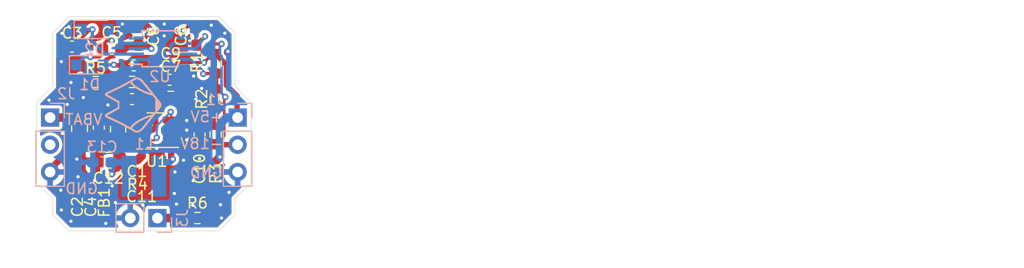
<source format=kicad_pcb>
(kicad_pcb (version 20171130) (host pcbnew 5.99.0+really5.1.10+dfsg1-1)

  (general
    (thickness 1.6)
    (drawings 22)
    (tracks 209)
    (zones 0)
    (modules 29)
    (nets 17)
  )

  (page A4)
  (title_block
    (title "GBP DCDC")
    (date 2021-11-14)
    (rev Rev1)
  )

  (layers
    (0 F.Cu signal)
    (31 B.Cu signal)
    (32 B.Adhes user)
    (33 F.Adhes user)
    (34 B.Paste user)
    (35 F.Paste user)
    (36 B.SilkS user)
    (37 F.SilkS user)
    (38 B.Mask user)
    (39 F.Mask user)
    (40 Dwgs.User user)
    (41 Cmts.User user)
    (42 Eco1.User user)
    (43 Eco2.User user)
    (44 Edge.Cuts user)
    (45 Margin user)
    (46 B.CrtYd user)
    (47 F.CrtYd user)
    (48 B.Fab user)
    (49 F.Fab user)
  )

  (setup
    (last_trace_width 0.25)
    (user_trace_width 0.2)
    (user_trace_width 0.25)
    (user_trace_width 0.3)
    (user_trace_width 0.4)
    (user_trace_width 0.5)
    (user_trace_width 0.6)
    (user_trace_width 0.7)
    (user_trace_width 0.8)
    (user_trace_width 1)
    (user_trace_width 1.2)
    (user_trace_width 1.5)
    (user_trace_width 1.8)
    (user_trace_width 2)
    (trace_clearance 0.2)
    (zone_clearance 0.3)
    (zone_45_only no)
    (trace_min 0.2)
    (via_size 0.8)
    (via_drill 0.4)
    (via_min_size 0.4)
    (via_min_drill 0.3)
    (user_via 0.6 0.3)
    (user_via 0.8 0.4)
    (uvia_size 0.3)
    (uvia_drill 0.1)
    (uvias_allowed no)
    (uvia_min_size 0.2)
    (uvia_min_drill 0.1)
    (edge_width 0.05)
    (segment_width 0.2)
    (pcb_text_width 0.3)
    (pcb_text_size 1.5 1.5)
    (mod_edge_width 0.12)
    (mod_text_size 1 1)
    (mod_text_width 0.15)
    (pad_size 1.524 1.524)
    (pad_drill 0.762)
    (pad_to_mask_clearance 0)
    (aux_axis_origin 118.5 100)
    (visible_elements FFFDFF7F)
    (pcbplotparams
      (layerselection 0x010f0_ffffffff)
      (usegerberextensions false)
      (usegerberattributes true)
      (usegerberadvancedattributes true)
      (creategerberjobfile true)
      (excludeedgelayer true)
      (linewidth 0.100000)
      (plotframeref false)
      (viasonmask false)
      (mode 1)
      (useauxorigin true)
      (hpglpennumber 1)
      (hpglpenspeed 20)
      (hpglpendiameter 15.000000)
      (psnegative false)
      (psa4output false)
      (plotreference true)
      (plotvalue false)
      (plotinvisibletext false)
      (padsonsilk false)
      (subtractmaskfromsilk false)
      (outputformat 1)
      (mirror false)
      (drillshape 0)
      (scaleselection 1)
      (outputdirectory "Gerbers/"))
  )

  (net 0 "")
  (net 1 GND)
  (net 2 -18V)
  (net 3 +BATT)
  (net 4 "Net-(C3-Pad1)")
  (net 5 "Net-(C5-Pad2)")
  (net 6 "Net-(C5-Pad1)")
  (net 7 "Net-(C6-Pad2)")
  (net 8 +5V)
  (net 9 "Net-(C8-Pad2)")
  (net 10 "Net-(C8-Pad1)")
  (net 11 /FB_NEG)
  (net 12 /FB)
  (net 13 "Net-(L1-Pad1)")
  (net 14 "Net-(R2-Pad2)")
  (net 15 +VSW)
  (net 16 "Net-(J3-Pad1)")

  (net_class Default "This is the default net class."
    (clearance 0.2)
    (trace_width 0.25)
    (via_dia 0.8)
    (via_drill 0.4)
    (uvia_dia 0.3)
    (uvia_drill 0.1)
    (add_net +5V)
    (add_net +BATT)
    (add_net +VSW)
    (add_net -18V)
    (add_net /FB)
    (add_net /FB_NEG)
    (add_net GND)
    (add_net "Net-(C3-Pad1)")
    (add_net "Net-(C5-Pad1)")
    (add_net "Net-(C5-Pad2)")
    (add_net "Net-(C6-Pad2)")
    (add_net "Net-(C8-Pad1)")
    (add_net "Net-(C8-Pad2)")
    (add_net "Net-(J3-Pad1)")
    (add_net "Net-(L1-Pad1)")
    (add_net "Net-(R2-Pad2)")
  )

  (module Kicad_Library:FOX_LOGO_SILK (layer B.Cu) (tedit 0) (tstamp 61915899)
    (at 127.5 88.25 270)
    (path /61AC4FBE)
    (fp_text reference MARK1 (at 0 0 270) (layer B.SilkS) hide
      (effects (font (size 1.524 1.524) (thickness 0.3)) (justify mirror))
    )
    (fp_text value LOGO (at 0.75 0 270) (layer B.SilkS) hide
      (effects (font (size 1.524 1.524) (thickness 0.3)) (justify mirror))
    )
    (fp_poly (pts (xy -0.865636 2.573781) (xy -0.843371 2.545224) (xy -0.816581 2.50518) (xy -0.790179 2.461109)
      (xy -0.783722 2.449427) (xy -0.769423 2.423376) (xy -0.745961 2.381072) (xy -0.714559 2.324705)
      (xy -0.676443 2.256465) (xy -0.632836 2.17854) (xy -0.584963 2.093122) (xy -0.534048 2.002398)
      (xy -0.481315 1.90856) (xy -0.477825 1.902354) (xy -0.217432 1.439333) (xy 0.217432 1.439333)
      (xy 0.477825 1.902354) (xy 0.530634 1.996321) (xy 0.581706 2.087315) (xy 0.629816 2.173149)
      (xy 0.67374 2.251631) (xy 0.712254 2.320573) (xy 0.744133 2.377785) (xy 0.768153 2.421078)
      (xy 0.783089 2.448261) (xy 0.783722 2.449427) (xy 0.809171 2.493305) (xy 0.836341 2.535179)
      (xy 0.86032 2.567591) (xy 0.865635 2.573781) (xy 0.902046 2.614083) (xy 1.088252 2.614083)
      (xy 1.119671 2.571361) (xy 1.130485 2.553228) (xy 1.149174 2.517995) (xy 1.174702 2.467765)
      (xy 1.206035 2.404637) (xy 1.242139 2.330714) (xy 1.281979 2.248097) (xy 1.324521 2.158887)
      (xy 1.36586 2.071298) (xy 1.439077 1.915417) (xy 1.504269 1.77679) (xy 1.562409 1.653512)
      (xy 1.614472 1.543676) (xy 1.66143 1.445377) (xy 1.704256 1.356711) (xy 1.743923 1.275771)
      (xy 1.781404 1.200653) (xy 1.817673 1.12945) (xy 1.853702 1.060258) (xy 1.890465 0.99117)
      (xy 1.928934 0.920282) (xy 1.970083 0.845687) (xy 2.014884 0.765482) (xy 2.064312 0.677759)
      (xy 2.119338 0.580614) (xy 2.180936 0.472141) (xy 2.196641 0.4445) (xy 2.566458 -0.206375)
      (xy 2.569988 -0.324352) (xy 2.571068 -0.379398) (xy 2.569906 -0.419998) (xy 2.565687 -0.452826)
      (xy 2.557598 -0.484555) (xy 2.546433 -0.517415) (xy 2.500529 -0.626189) (xy 2.443644 -0.725673)
      (xy 2.372274 -0.821427) (xy 2.313016 -0.887952) (xy 2.296807 -0.90298) (xy 2.265108 -0.930335)
      (xy 2.218981 -0.969151) (xy 2.159488 -1.018563) (xy 2.08769 -1.077704) (xy 2.00465 -1.145708)
      (xy 1.91143 -1.221711) (xy 1.809092 -1.304845) (xy 1.698698 -1.394246) (xy 1.581309 -1.489046)
      (xy 1.457989 -1.588382) (xy 1.329799 -1.691386) (xy 1.197801 -1.797193) (xy 1.19334 -1.800764)
      (xy 0.137722 -2.645833) (xy -0.002577 -2.645044) (xy -0.142875 -2.644255) (xy -1.183629 -1.810315)
      (xy -1.314624 -1.705272) (xy -1.441778 -1.603155) (xy -1.56403 -1.504826) (xy -1.680316 -1.411144)
      (xy -1.789576 -1.322971) (xy -1.890748 -1.241166) (xy -1.982769 -1.16659) (xy -2.064578 -1.100104)
      (xy -2.135112 -1.042568) (xy -2.193311 -0.994844) (xy -2.238111 -0.957791) (xy -2.268451 -0.93227)
      (xy -2.282945 -0.919458) (xy -2.3264 -0.873535) (xy -2.373137 -0.818039) (xy -2.418757 -0.758743)
      (xy -2.45886 -0.701417) (xy -2.489044 -0.651835) (xy -2.493628 -0.643111) (xy -2.510872 -0.605975)
      (xy -2.530379 -0.559369) (xy -2.546525 -0.517161) (xy -2.558723 -0.480857) (xy -2.566335 -0.449349)
      (xy -2.570171 -0.415969) (xy -2.571042 -0.374052) (xy -2.570668 -0.356399) (xy -2.41807 -0.356399)
      (xy -2.406596 -0.40165) (xy -2.384206 -0.456425) (xy -2.352635 -0.517723) (xy -2.313617 -0.582544)
      (xy -2.268889 -0.647886) (xy -2.220184 -0.710749) (xy -2.169238 -0.768131) (xy -2.147066 -0.79038)
      (xy -2.13239 -0.803272) (xy -2.103584 -0.827443) (xy -2.062342 -0.861528) (xy -2.010358 -0.90416)
      (xy -1.949325 -0.953974) (xy -1.880937 -1.009603) (xy -1.806888 -1.069681) (xy -1.728872 -1.132842)
      (xy -1.648582 -1.19772) (xy -1.567711 -1.262949) (xy -1.487955 -1.327163) (xy -1.411005 -1.388996)
      (xy -1.338557 -1.447081) (xy -1.272304 -1.500054) (xy -1.213939 -1.546546) (xy -1.165156 -1.585193)
      (xy -1.127649 -1.614629) (xy -1.103111 -1.633486) (xy -1.093237 -1.6404) (xy -1.093176 -1.640409)
      (xy -1.095594 -1.631015) (xy -1.103751 -1.605247) (xy -1.116464 -1.56673) (xy -1.132547 -1.519094)
      (xy -1.137645 -1.504171) (xy -1.20549 -1.321984) (xy -1.2863 -1.13204) (xy -1.377489 -0.939371)
      (xy -1.476473 -0.749012) (xy -1.580666 -0.565995) (xy -1.687482 -0.395356) (xy -1.765654 -0.281462)
      (xy -1.807555 -0.226903) (xy -1.857955 -0.167398) (xy -1.913144 -0.106799) (xy -1.969411 -0.048958)
      (xy -2.023048 0.002271) (xy -2.070344 0.043036) (xy -2.097482 0.063142) (xy -2.12989 0.084038)
      (xy -2.155619 0.099253) (xy -2.169543 0.105775) (xy -2.170084 0.105833) (xy -2.177365 0.097087)
      (xy -2.19306 0.072936) (xy -2.215366 0.036516) (xy -2.242482 -0.009037) (xy -2.272605 -0.060588)
      (xy -2.303936 -0.115003) (xy -2.334671 -0.169146) (xy -2.36301 -0.219881) (xy -2.387151 -0.264075)
      (xy -2.405292 -0.298591) (xy -2.415633 -0.320295) (xy -2.416892 -0.323674) (xy -2.41807 -0.356399)
      (xy -2.570668 -0.356399) (xy -2.569988 -0.324352) (xy -2.566458 -0.206375) (xy -2.295547 0.270427)
      (xy -2.081945 0.270427) (xy -2.074268 0.260743) (xy -2.0519 0.245911) (xy -2.019622 0.229084)
      (xy -2.018445 0.228532) (xy -1.98901 0.212916) (xy -1.95876 0.192439) (xy -1.924535 0.164483)
      (xy -1.883174 0.126429) (xy -1.831517 0.075661) (xy -1.820333 0.064418) (xy -1.723522 -0.04002)
      (xy -1.630408 -0.154886) (xy -1.539519 -0.282349) (xy -1.449385 -0.42458) (xy -1.358533 -0.583748)
      (xy -1.282196 -0.728958) (xy -1.196841 -0.901904) (xy -1.123563 -1.061877) (xy -1.061026 -1.212277)
      (xy -1.007896 -1.356507) (xy -0.962835 -1.497967) (xy -0.924727 -1.639175) (xy -0.910911 -1.694181)
      (xy -0.898396 -1.742257) (xy -0.888239 -1.779466) (xy -0.881501 -1.80187) (xy -0.879827 -1.806148)
      (xy -0.869898 -1.816129) (xy -0.845885 -1.837159) (xy -0.810291 -1.867138) (xy -0.765621 -1.903968)
      (xy -0.714378 -1.945551) (xy -0.693208 -1.962558) (xy -0.629084 -2.013358) (xy -0.57926 -2.05143)
      (xy -0.542061 -2.077928) (xy -0.515809 -2.094004) (xy -0.498827 -2.100812) (xy -0.492125 -2.10086)
      (xy -0.47116 -2.095196) (xy -0.437411 -2.086194) (xy -0.402167 -2.076855) (xy -0.379674 -2.071649)
      (xy -0.354251 -2.067525) (xy -0.323291 -2.064369) (xy -0.284187 -2.062067) (xy -0.234333 -2.060506)
      (xy -0.171123 -2.059573) (xy -0.091948 -2.059155) (xy 0.005292 -2.059137) (xy 0.100183 -2.059348)
      (xy 0.176657 -2.059802) (xy 0.237465 -2.060654) (xy 0.285357 -2.062057) (xy 0.323081 -2.064165)
      (xy 0.35339 -2.067134) (xy 0.379031 -2.071116) (xy 0.402756 -2.076267) (xy 0.427315 -2.08274)
      (xy 0.427571 -2.082811) (xy 0.469691 -2.093081) (xy 0.502592 -2.098358) (xy 0.521299 -2.097896)
      (xy 0.522821 -2.09711) (xy 0.560294 -2.067994) (xy 0.604835 -2.032772) (xy 0.65363 -1.99374)
      (xy 0.703859 -1.953197) (xy 0.752708 -1.913438) (xy 0.797358 -1.876759) (xy 0.834993 -1.845459)
      (xy 0.862796 -1.821832) (xy 0.87795 -1.808177) (xy 0.879827 -1.806043) (xy 0.884611 -1.791916)
      (xy 0.893306 -1.761147) (xy 0.904853 -1.717671) (xy 0.918194 -1.665421) (xy 0.924727 -1.639175)
      (xy 0.926431 -1.632864) (xy 1.101986 -1.632864) (xy 1.103317 -1.632702) (xy 1.113751 -1.624405)
      (xy 1.139244 -1.604059) (xy 1.178327 -1.572837) (xy 1.229532 -1.531915) (xy 1.291391 -1.482465)
      (xy 1.362433 -1.425662) (xy 1.441191 -1.36268) (xy 1.526196 -1.294694) (xy 1.615979 -1.222876)
      (xy 1.61925 -1.220259) (xy 1.73287 -1.129221) (xy 1.831212 -1.050022) (xy 1.915654 -0.98144)
      (xy 1.987569 -0.922246) (xy 2.048333 -0.871216) (xy 2.099322 -0.827124) (xy 2.14191 -0.788745)
      (xy 2.177474 -0.754853) (xy 2.207389 -0.724221) (xy 2.233029 -0.695626) (xy 2.25577 -0.66784)
      (xy 2.276988 -0.639638) (xy 2.287866 -0.624417) (xy 2.326905 -0.56452) (xy 2.360982 -0.503627)
      (xy 2.388539 -0.445366) (xy 2.408022 -0.393362) (xy 2.417874 -0.351242) (xy 2.416892 -0.323674)
      (xy 2.409083 -0.306159) (xy 2.392964 -0.274946) (xy 2.370336 -0.233169) (xy 2.343 -0.183965)
      (xy 2.31276 -0.130467) (xy 2.281415 -0.075811) (xy 2.250767 -0.023133) (xy 2.222619 0.024433)
      (xy 2.198771 0.063751) (xy 2.181026 0.091687) (xy 2.171184 0.105105) (xy 2.170083 0.105833)
      (xy 2.157603 0.100334) (xy 2.132813 0.085843) (xy 2.100836 0.065375) (xy 2.097481 0.063142)
      (xy 2.056766 0.031903) (xy 2.007135 -0.012474) (xy 1.9523 -0.066135) (xy 1.895969 -0.125228)
      (xy 1.841852 -0.185902) (xy 1.793658 -0.244303) (xy 1.765653 -0.281462) (xy 1.658096 -0.440582)
      (xy 1.55135 -0.615768) (xy 1.447996 -0.801993) (xy 1.350614 -0.99423) (xy 1.261787 -1.187453)
      (xy 1.184094 -1.376634) (xy 1.137202 -1.505464) (xy 1.121175 -1.554151) (xy 1.109388 -1.593774)
      (xy 1.102704 -1.621092) (xy 1.101986 -1.632864) (xy 0.926431 -1.632864) (xy 0.96309 -1.497098)
      (xy 1.008196 -1.355632) (xy 1.061381 -1.211374) (xy 1.123979 -1.060925) (xy 1.197327 -0.900883)
      (xy 1.282196 -0.728958) (xy 1.374742 -0.554226) (xy 1.465359 -0.398216) (xy 1.55552 -0.258759)
      (xy 1.646696 -0.133685) (xy 1.740357 -0.020824) (xy 1.820333 0.064418) (xy 1.874292 0.117885)
      (xy 1.917357 0.158142) (xy 1.95269 0.187806) (xy 1.983449 0.209497) (xy 2.012795 0.225831)
      (xy 2.018444 0.228532) (xy 2.050968 0.245371) (xy 2.073738 0.26032) (xy 2.081975 0.270223)
      (xy 2.081944 0.270427) (xy 2.076363 0.281834) (xy 2.061452 0.309564) (xy 2.038361 0.351547)
      (xy 2.008243 0.405715) (xy 1.972246 0.470001) (xy 1.931523 0.542337) (xy 1.887223 0.620654)
      (xy 1.878774 0.635552) (xy 1.826831 0.727813) (xy 1.77878 0.81485) (xy 1.733036 0.89977)
      (xy 1.68801 0.985683) (xy 1.642115 1.075696) (xy 1.593766 1.172917) (xy 1.541375 1.280455)
      (xy 1.483355 1.401417) (xy 1.425168 1.524) (xy 1.376291 1.627444) (xy 1.32868 1.728381)
      (xy 1.283379 1.824588) (xy 1.241429 1.913846) (xy 1.203872 1.993933) (xy 1.17175 2.062628)
      (xy 1.146107 2.11771) (xy 1.127983 2.156959) (xy 1.122233 2.169583) (xy 1.097031 2.2245)
      (xy 1.069922 2.282134) (xy 1.044907 2.334037) (xy 1.032322 2.359399) (xy 0.992592 2.43809)
      (xy 0.973032 2.412316) (xy 0.961697 2.394414) (xy 0.942877 2.361416) (xy 0.918655 2.317108)
      (xy 0.89111 2.265276) (xy 0.871609 2.227792) (xy 0.84376 2.174351) (xy 0.818604 2.127132)
      (xy 0.797994 2.089529) (xy 0.783779 2.064934) (xy 0.778519 2.057159) (xy 0.771083 2.045631)
      (xy 0.754477 2.017607) (xy 0.72984 1.975078) (xy 0.698309 1.920034) (xy 0.661023 1.854467)
      (xy 0.619119 1.780367) (xy 0.573737 1.699725) (xy 0.550333 1.657996) (xy 0.333375 1.270715)
      (xy 0.273037 1.270358) (xy 0.226263 1.273156) (xy 0.175167 1.280674) (xy 0.151751 1.285875)
      (xy 0.091194 1.296402) (xy 0.019323 1.300942) (xy -0.054872 1.299497) (xy -0.122402 1.292066)
      (xy -0.151751 1.285875) (xy -0.198766 1.276674) (xy -0.249788 1.271127) (xy -0.273037 1.270358)
      (xy -0.333375 1.270715) (xy -0.550333 1.657996) (xy -0.597017 1.741139) (xy -0.640786 1.818727)
      (xy -0.6805 1.888767) (xy -0.715022 1.949269) (xy -0.743214 1.998243) (xy -0.763938 2.033696)
      (xy -0.776056 2.053639) (xy -0.778519 2.057159) (xy -0.786927 2.070176) (xy -0.803075 2.098667)
      (xy -0.825114 2.139238) (xy -0.85119 2.188497) (xy -0.87161 2.227792) (xy -0.900223 2.282571)
      (xy -0.926925 2.332392) (xy -0.949633 2.373469) (xy -0.966268 2.402015) (xy -0.973032 2.412316)
      (xy -0.992592 2.43809) (xy -1.032322 2.359399) (xy -1.054072 2.315194) (xy -1.080372 2.260074)
      (xy -1.107218 2.202489) (xy -1.122233 2.169583) (xy -1.136353 2.138775) (xy -1.158496 2.091061)
      (xy -1.18762 2.028661) (xy -1.222682 1.953797) (xy -1.262641 1.86869) (xy -1.306455 1.775561)
      (xy -1.353081 1.676631) (xy -1.401476 1.57412) (xy -1.425169 1.524) (xy -1.489593 1.388339)
      (xy -1.546965 1.268892) (xy -1.59887 1.162553) (xy -1.646895 1.066211) (xy -1.692628 0.97676)
      (xy -1.737655 0.891092) (xy -1.783563 0.806097) (xy -1.831938 0.718669) (xy -1.878774 0.635552)
      (xy -1.923606 0.556359) (xy -1.965074 0.482768) (xy -2.002027 0.416846) (xy -2.033313 0.36066)
      (xy -2.057783 0.31628) (xy -2.074286 0.285773) (xy -2.08167 0.271206) (xy -2.081945 0.270427)
      (xy -2.295547 0.270427) (xy -2.196641 0.4445) (xy -2.133339 0.555944) (xy -2.07684 0.655607)
      (xy -2.02617 0.745396) (xy -1.980358 0.827214) (xy -1.93843 0.902969) (xy -1.899412 0.974565)
      (xy -1.862332 1.043908) (xy -1.826217 1.112903) (xy -1.790093 1.183456) (xy -1.752988 1.257472)
      (xy -1.713928 1.336856) (xy -1.671941 1.423514) (xy -1.626053 1.519352) (xy -1.575291 1.626275)
      (xy -1.518682 1.746188) (xy -1.455253 1.880996) (xy -1.384031 2.032606) (xy -1.365861 2.071298)
      (xy -1.321728 2.164775) (xy -1.279328 2.253625) (xy -1.239697 2.335747) (xy -1.203868 2.40904)
      (xy -1.172877 2.471402) (xy -1.147757 2.520732) (xy -1.129543 2.554929) (xy -1.119671 2.571361)
      (xy -1.088252 2.614083) (xy -0.902047 2.614083) (xy -0.865636 2.573781)) (layer B.SilkS) (width 0.01))
  )

  (module Connector_PinHeader_2.54mm:PinHeader_1x02_P2.54mm_Vertical (layer B.Cu) (tedit 59FED5CC) (tstamp 619116EF)
    (at 129.77 98.8 90)
    (descr "Through hole straight pin header, 1x02, 2.54mm pitch, single row")
    (tags "Through hole pin header THT 1x02 2.54mm single row")
    (path /61A4E488)
    (fp_text reference J3 (at 0 2.33 270) (layer B.SilkS)
      (effects (font (size 1 1) (thickness 0.15)) (justify mirror))
    )
    (fp_text value Conn_01x02 (at 0 -4.87 270) (layer B.Fab)
      (effects (font (size 1 1) (thickness 0.15)) (justify mirror))
    )
    (fp_text user %R (at 0 -1.27) (layer B.Fab)
      (effects (font (size 1 1) (thickness 0.15)) (justify mirror))
    )
    (fp_line (start -0.635 1.27) (end 1.27 1.27) (layer B.Fab) (width 0.1))
    (fp_line (start 1.27 1.27) (end 1.27 -3.81) (layer B.Fab) (width 0.1))
    (fp_line (start 1.27 -3.81) (end -1.27 -3.81) (layer B.Fab) (width 0.1))
    (fp_line (start -1.27 -3.81) (end -1.27 0.635) (layer B.Fab) (width 0.1))
    (fp_line (start -1.27 0.635) (end -0.635 1.27) (layer B.Fab) (width 0.1))
    (fp_line (start -1.33 -3.87) (end 1.33 -3.87) (layer B.SilkS) (width 0.12))
    (fp_line (start -1.33 -1.27) (end -1.33 -3.87) (layer B.SilkS) (width 0.12))
    (fp_line (start 1.33 -1.27) (end 1.33 -3.87) (layer B.SilkS) (width 0.12))
    (fp_line (start -1.33 -1.27) (end 1.33 -1.27) (layer B.SilkS) (width 0.12))
    (fp_line (start -1.33 0) (end -1.33 1.33) (layer B.SilkS) (width 0.12))
    (fp_line (start -1.33 1.33) (end 0 1.33) (layer B.SilkS) (width 0.12))
    (fp_line (start -1.8 1.8) (end -1.8 -4.35) (layer B.CrtYd) (width 0.05))
    (fp_line (start -1.8 -4.35) (end 1.8 -4.35) (layer B.CrtYd) (width 0.05))
    (fp_line (start 1.8 -4.35) (end 1.8 1.8) (layer B.CrtYd) (width 0.05))
    (fp_line (start 1.8 1.8) (end -1.8 1.8) (layer B.CrtYd) (width 0.05))
    (pad 2 thru_hole oval (at 0 -2.54 90) (size 1.7 1.7) (drill 1) (layers *.Cu *.Mask)
      (net 1 GND))
    (pad 1 thru_hole rect (at 0 0 90) (size 1.7 1.7) (drill 1) (layers *.Cu *.Mask)
      (net 16 "Net-(J3-Pad1)"))
    (model ${KISYS3DMOD}/Connector_PinHeader_2.54mm.3dshapes/PinHeader_1x02_P2.54mm_Vertical.wrl
      (at (xyz 0 0 0))
      (scale (xyz 1 1 1))
      (rotate (xyz 0 0 0))
    )
  )

  (module Inductor_SMD:L_0805_2012Metric_Pad1.15x1.40mm_HandSolder (layer F.Cu) (tedit 5F68FEF0) (tstamp 61911908)
    (at 126.1 90.5 90)
    (descr "Inductor SMD 0805 (2012 Metric), square (rectangular) end terminal, IPC_7351 nominal with elongated pad for handsoldering. (Body size source: https://docs.google.com/spreadsheets/d/1BsfQQcO9C6DZCsRaXUlFlo91Tg2WpOkGARC1WS5S8t0/edit?usp=sharing), generated with kicad-footprint-generator")
    (tags "inductor handsolder")
    (path /61A0CCA0)
    (attr smd)
    (fp_text reference FB1 (at -6.85 -1.3 90) (layer F.SilkS)
      (effects (font (size 1 1) (thickness 0.15)))
    )
    (fp_text value Ferrite_Bead (at 0 1.65 90) (layer F.Fab)
      (effects (font (size 1 1) (thickness 0.15)))
    )
    (fp_text user %R (at 0 0 90) (layer F.Fab)
      (effects (font (size 0.5 0.5) (thickness 0.08)))
    )
    (fp_line (start -1 0.6) (end -1 -0.6) (layer F.Fab) (width 0.1))
    (fp_line (start -1 -0.6) (end 1 -0.6) (layer F.Fab) (width 0.1))
    (fp_line (start 1 -0.6) (end 1 0.6) (layer F.Fab) (width 0.1))
    (fp_line (start 1 0.6) (end -1 0.6) (layer F.Fab) (width 0.1))
    (fp_line (start -0.261252 -0.71) (end 0.261252 -0.71) (layer F.SilkS) (width 0.12))
    (fp_line (start -0.261252 0.71) (end 0.261252 0.71) (layer F.SilkS) (width 0.12))
    (fp_line (start -1.85 0.95) (end -1.85 -0.95) (layer F.CrtYd) (width 0.05))
    (fp_line (start -1.85 -0.95) (end 1.85 -0.95) (layer F.CrtYd) (width 0.05))
    (fp_line (start 1.85 -0.95) (end 1.85 0.95) (layer F.CrtYd) (width 0.05))
    (fp_line (start 1.85 0.95) (end -1.85 0.95) (layer F.CrtYd) (width 0.05))
    (pad 2 smd roundrect (at 1.025 0 90) (size 1.15 1.4) (layers F.Cu F.Paste F.Mask) (roundrect_rratio 0.2173904347826087)
      (net 3 +BATT))
    (pad 1 smd roundrect (at -1.025 0 90) (size 1.15 1.4) (layers F.Cu F.Paste F.Mask) (roundrect_rratio 0.2173904347826087)
      (net 15 +VSW))
    (model ${KISYS3DMOD}/Inductor_SMD.3dshapes/L_0805_2012Metric.wrl
      (at (xyz 0 0 0))
      (scale (xyz 1 1 1))
      (rotate (xyz 0 0 0))
    )
  )

  (module Capacitor_SMD:C_0603_1608Metric_Pad1.08x0.95mm_HandSolder (layer B.Cu) (tedit 5F68FEEF) (tstamp 61911AF2)
    (at 124.6 93.6 180)
    (descr "Capacitor SMD 0603 (1608 Metric), square (rectangular) end terminal, IPC_7351 nominal with elongated pad for handsoldering. (Body size source: IPC-SM-782 page 76, https://www.pcb-3d.com/wordpress/wp-content/uploads/ipc-sm-782a_amendment_1_and_2.pdf), generated with kicad-footprint-generator")
    (tags "capacitor handsolder")
    (path /61A10898)
    (attr smd)
    (fp_text reference C13 (at 0 1.43) (layer B.SilkS)
      (effects (font (size 1 1) (thickness 0.15)) (justify mirror))
    )
    (fp_text value 100nF (at 0 -1.43) (layer B.Fab)
      (effects (font (size 1 1) (thickness 0.15)) (justify mirror))
    )
    (fp_text user %R (at 0 0) (layer B.Fab)
      (effects (font (size 0.4 0.4) (thickness 0.06)) (justify mirror))
    )
    (fp_line (start -0.8 -0.4) (end -0.8 0.4) (layer B.Fab) (width 0.1))
    (fp_line (start -0.8 0.4) (end 0.8 0.4) (layer B.Fab) (width 0.1))
    (fp_line (start 0.8 0.4) (end 0.8 -0.4) (layer B.Fab) (width 0.1))
    (fp_line (start 0.8 -0.4) (end -0.8 -0.4) (layer B.Fab) (width 0.1))
    (fp_line (start -0.146267 0.51) (end 0.146267 0.51) (layer B.SilkS) (width 0.12))
    (fp_line (start -0.146267 -0.51) (end 0.146267 -0.51) (layer B.SilkS) (width 0.12))
    (fp_line (start -1.65 -0.73) (end -1.65 0.73) (layer B.CrtYd) (width 0.05))
    (fp_line (start -1.65 0.73) (end 1.65 0.73) (layer B.CrtYd) (width 0.05))
    (fp_line (start 1.65 0.73) (end 1.65 -0.73) (layer B.CrtYd) (width 0.05))
    (fp_line (start 1.65 -0.73) (end -1.65 -0.73) (layer B.CrtYd) (width 0.05))
    (pad 2 smd roundrect (at 0.8625 0 180) (size 1.075 0.95) (layers B.Cu B.Paste B.Mask) (roundrect_rratio 0.25)
      (net 1 GND))
    (pad 1 smd roundrect (at -0.8625 0 180) (size 1.075 0.95) (layers B.Cu B.Paste B.Mask) (roundrect_rratio 0.25)
      (net 15 +VSW))
    (model ${KISYS3DMOD}/Capacitor_SMD.3dshapes/C_0603_1608Metric.wrl
      (at (xyz 0 0 0))
      (scale (xyz 1 1 1))
      (rotate (xyz 0 0 0))
    )
  )

  (module Capacitor_SMD:C_0805_2012Metric_Pad1.18x1.45mm_HandSolder (layer F.Cu) (tedit 5F68FEEF) (tstamp 6191025A)
    (at 125.2 93.4 180)
    (descr "Capacitor SMD 0805 (2012 Metric), square (rectangular) end terminal, IPC_7351 nominal with elongated pad for handsoldering. (Body size source: IPC-SM-782 page 76, https://www.pcb-3d.com/wordpress/wp-content/uploads/ipc-sm-782a_amendment_1_and_2.pdf, https://docs.google.com/spreadsheets/d/1BsfQQcO9C6DZCsRaXUlFlo91Tg2WpOkGARC1WS5S8t0/edit?usp=sharing), generated with kicad-footprint-generator")
    (tags "capacitor handsolder")
    (path /61A1088B)
    (attr smd)
    (fp_text reference C12 (at 0 -1.68) (layer F.SilkS)
      (effects (font (size 1 1) (thickness 0.15)))
    )
    (fp_text value 10uF (at 0 1.68) (layer F.Fab)
      (effects (font (size 1 1) (thickness 0.15)))
    )
    (fp_text user %R (at 0 0) (layer F.Fab)
      (effects (font (size 0.5 0.5) (thickness 0.08)))
    )
    (fp_line (start -1 0.625) (end -1 -0.625) (layer F.Fab) (width 0.1))
    (fp_line (start -1 -0.625) (end 1 -0.625) (layer F.Fab) (width 0.1))
    (fp_line (start 1 -0.625) (end 1 0.625) (layer F.Fab) (width 0.1))
    (fp_line (start 1 0.625) (end -1 0.625) (layer F.Fab) (width 0.1))
    (fp_line (start -0.261252 -0.735) (end 0.261252 -0.735) (layer F.SilkS) (width 0.12))
    (fp_line (start -0.261252 0.735) (end 0.261252 0.735) (layer F.SilkS) (width 0.12))
    (fp_line (start -1.88 0.98) (end -1.88 -0.98) (layer F.CrtYd) (width 0.05))
    (fp_line (start -1.88 -0.98) (end 1.88 -0.98) (layer F.CrtYd) (width 0.05))
    (fp_line (start 1.88 -0.98) (end 1.88 0.98) (layer F.CrtYd) (width 0.05))
    (fp_line (start 1.88 0.98) (end -1.88 0.98) (layer F.CrtYd) (width 0.05))
    (pad 2 smd roundrect (at 1.0375 0 180) (size 1.175 1.45) (layers F.Cu F.Paste F.Mask) (roundrect_rratio 0.2127659574468085)
      (net 1 GND))
    (pad 1 smd roundrect (at -1.0375 0 180) (size 1.175 1.45) (layers F.Cu F.Paste F.Mask) (roundrect_rratio 0.2127659574468085)
      (net 15 +VSW))
    (model ${KISYS3DMOD}/Capacitor_SMD.3dshapes/C_0805_2012Metric.wrl
      (at (xyz 0 0 0))
      (scale (xyz 1 1 1))
      (rotate (xyz 0 0 0))
    )
  )

  (module Resistor_SMD:R_0603_1608Metric_Pad0.98x0.95mm_HandSolder (layer F.Cu) (tedit 5F68FEEE) (tstamp 6190F4D6)
    (at 133.5 98.8 180)
    (descr "Resistor SMD 0603 (1608 Metric), square (rectangular) end terminal, IPC_7351 nominal with elongated pad for handsoldering. (Body size source: IPC-SM-782 page 72, https://www.pcb-3d.com/wordpress/wp-content/uploads/ipc-sm-782a_amendment_1_and_2.pdf), generated with kicad-footprint-generator")
    (tags "resistor handsolder")
    (path /61A00B94)
    (attr smd)
    (fp_text reference R6 (at 0 1.4) (layer F.SilkS)
      (effects (font (size 1 1) (thickness 0.15)))
    )
    (fp_text value 100R (at 0 1.43) (layer F.Fab)
      (effects (font (size 1 1) (thickness 0.15)))
    )
    (fp_text user %R (at 0 0) (layer F.Fab)
      (effects (font (size 0.4 0.4) (thickness 0.06)))
    )
    (fp_line (start -0.8 0.4125) (end -0.8 -0.4125) (layer F.Fab) (width 0.1))
    (fp_line (start -0.8 -0.4125) (end 0.8 -0.4125) (layer F.Fab) (width 0.1))
    (fp_line (start 0.8 -0.4125) (end 0.8 0.4125) (layer F.Fab) (width 0.1))
    (fp_line (start 0.8 0.4125) (end -0.8 0.4125) (layer F.Fab) (width 0.1))
    (fp_line (start -0.254724 -0.5225) (end 0.254724 -0.5225) (layer F.SilkS) (width 0.12))
    (fp_line (start -0.254724 0.5225) (end 0.254724 0.5225) (layer F.SilkS) (width 0.12))
    (fp_line (start -1.65 0.73) (end -1.65 -0.73) (layer F.CrtYd) (width 0.05))
    (fp_line (start -1.65 -0.73) (end 1.65 -0.73) (layer F.CrtYd) (width 0.05))
    (fp_line (start 1.65 -0.73) (end 1.65 0.73) (layer F.CrtYd) (width 0.05))
    (fp_line (start 1.65 0.73) (end -1.65 0.73) (layer F.CrtYd) (width 0.05))
    (pad 2 smd roundrect (at 0.9125 0 180) (size 0.975 0.95) (layers F.Cu F.Paste F.Mask) (roundrect_rratio 0.25)
      (net 16 "Net-(J3-Pad1)"))
    (pad 1 smd roundrect (at -0.9125 0 180) (size 0.975 0.95) (layers F.Cu F.Paste F.Mask) (roundrect_rratio 0.25)
      (net 8 +5V))
    (model ${KISYS3DMOD}/Resistor_SMD.3dshapes/R_0603_1608Metric.wrl
      (at (xyz 0 0 0))
      (scale (xyz 1 1 1))
      (rotate (xyz 0 0 0))
    )
  )

  (module Connector_PinHeader_2.54mm:PinHeader_1x03_P2.54mm_Vertical (layer B.Cu) (tedit 59FED5CC) (tstamp 6190F702)
    (at 119.75 89.42 180)
    (descr "Through hole straight pin header, 1x03, 2.54mm pitch, single row")
    (tags "Through hole pin header THT 1x03 2.54mm single row")
    (path /619F6C41)
    (fp_text reference J2 (at -1.5 2.22) (layer B.SilkS)
      (effects (font (size 1 1) (thickness 0.15)) (justify mirror))
    )
    (fp_text value Conn_01x03 (at 0 -7.41) (layer B.Fab)
      (effects (font (size 1 1) (thickness 0.15)) (justify mirror))
    )
    (fp_text user %R (at 0 -2.54 270) (layer B.Fab)
      (effects (font (size 1 1) (thickness 0.15)) (justify mirror))
    )
    (fp_line (start -0.635 1.27) (end 1.27 1.27) (layer B.Fab) (width 0.1))
    (fp_line (start 1.27 1.27) (end 1.27 -6.35) (layer B.Fab) (width 0.1))
    (fp_line (start 1.27 -6.35) (end -1.27 -6.35) (layer B.Fab) (width 0.1))
    (fp_line (start -1.27 -6.35) (end -1.27 0.635) (layer B.Fab) (width 0.1))
    (fp_line (start -1.27 0.635) (end -0.635 1.27) (layer B.Fab) (width 0.1))
    (fp_line (start -1.33 -6.41) (end 1.33 -6.41) (layer B.SilkS) (width 0.12))
    (fp_line (start -1.33 -1.27) (end -1.33 -6.41) (layer B.SilkS) (width 0.12))
    (fp_line (start 1.33 -1.27) (end 1.33 -6.41) (layer B.SilkS) (width 0.12))
    (fp_line (start -1.33 -1.27) (end 1.33 -1.27) (layer B.SilkS) (width 0.12))
    (fp_line (start -1.33 0) (end -1.33 1.33) (layer B.SilkS) (width 0.12))
    (fp_line (start -1.33 1.33) (end 0 1.33) (layer B.SilkS) (width 0.12))
    (fp_line (start -1.8 1.8) (end -1.8 -6.85) (layer B.CrtYd) (width 0.05))
    (fp_line (start -1.8 -6.85) (end 1.8 -6.85) (layer B.CrtYd) (width 0.05))
    (fp_line (start 1.8 -6.85) (end 1.8 1.8) (layer B.CrtYd) (width 0.05))
    (fp_line (start 1.8 1.8) (end -1.8 1.8) (layer B.CrtYd) (width 0.05))
    (pad 3 thru_hole oval (at 0 -5.08 180) (size 1.7 1.7) (drill 1) (layers *.Cu *.Mask)
      (net 1 GND))
    (pad 2 thru_hole oval (at 0 -2.54 180) (size 1.7 1.7) (drill 1) (layers *.Cu *.Mask))
    (pad 1 thru_hole rect (at 0 0 180) (size 1.7 1.7) (drill 1) (layers *.Cu *.Mask)
      (net 3 +BATT))
    (model ${KISYS3DMOD}/Connector_PinHeader_2.54mm.3dshapes/PinHeader_1x03_P2.54mm_Vertical.wrl
      (at (xyz 0 0 0))
      (scale (xyz 1 1 1))
      (rotate (xyz 0 0 0))
    )
  )

  (module Package_SO:MSOP-10_3x3mm_P0.5mm (layer B.Cu) (tedit 5A02F25C) (tstamp 61909B49)
    (at 130 83)
    (descr "10-Lead Plastic Micro Small Outline Package (MS) [MSOP] (see Microchip Packaging Specification 00000049BS.pdf)")
    (tags "SSOP 0.5")
    (path /619066FB)
    (attr smd)
    (fp_text reference U2 (at 0 2.6) (layer B.SilkS)
      (effects (font (size 1 1) (thickness 0.15)) (justify mirror))
    )
    (fp_text value MAX868 (at 0 -2.6) (layer B.Fab)
      (effects (font (size 1 1) (thickness 0.15)) (justify mirror))
    )
    (fp_line (start -1.675 1.45) (end -2.9 1.45) (layer B.SilkS) (width 0.15))
    (fp_line (start -1.675 -1.675) (end 1.675 -1.675) (layer B.SilkS) (width 0.15))
    (fp_line (start -1.675 1.675) (end 1.675 1.675) (layer B.SilkS) (width 0.15))
    (fp_line (start -1.675 -1.675) (end -1.675 -1.375) (layer B.SilkS) (width 0.15))
    (fp_line (start 1.675 -1.675) (end 1.675 -1.375) (layer B.SilkS) (width 0.15))
    (fp_line (start 1.675 1.675) (end 1.675 1.375) (layer B.SilkS) (width 0.15))
    (fp_line (start -1.675 1.675) (end -1.675 1.45) (layer B.SilkS) (width 0.15))
    (fp_line (start -3.15 -1.85) (end 3.15 -1.85) (layer B.CrtYd) (width 0.05))
    (fp_line (start -3.15 1.85) (end 3.15 1.85) (layer B.CrtYd) (width 0.05))
    (fp_line (start 3.15 1.85) (end 3.15 -1.85) (layer B.CrtYd) (width 0.05))
    (fp_line (start -3.15 1.85) (end -3.15 -1.85) (layer B.CrtYd) (width 0.05))
    (fp_line (start -1.5 0.5) (end -0.5 1.5) (layer B.Fab) (width 0.15))
    (fp_line (start -1.5 -1.5) (end -1.5 0.5) (layer B.Fab) (width 0.15))
    (fp_line (start 1.5 -1.5) (end -1.5 -1.5) (layer B.Fab) (width 0.15))
    (fp_line (start 1.5 1.5) (end 1.5 -1.5) (layer B.Fab) (width 0.15))
    (fp_line (start -0.5 1.5) (end 1.5 1.5) (layer B.Fab) (width 0.15))
    (fp_text user %R (at 0 0) (layer B.Fab)
      (effects (font (size 0.6 0.6) (thickness 0.15)) (justify mirror))
    )
    (pad 10 smd rect (at 2.2 1) (size 1.4 0.3) (layers B.Cu B.Paste B.Mask)
      (net 11 /FB_NEG))
    (pad 9 smd rect (at 2.2 0.5) (size 1.4 0.3) (layers B.Cu B.Paste B.Mask)
      (net 8 +5V))
    (pad 8 smd rect (at 2.2 0) (size 1.4 0.3) (layers B.Cu B.Paste B.Mask)
      (net 10 "Net-(C8-Pad1)"))
    (pad 7 smd rect (at 2.2 -0.5) (size 1.4 0.3) (layers B.Cu B.Paste B.Mask)
      (net 8 +5V))
    (pad 6 smd rect (at 2.2 -1) (size 1.4 0.3) (layers B.Cu B.Paste B.Mask)
      (net 9 "Net-(C8-Pad2)"))
    (pad 5 smd rect (at -2.2 -1) (size 1.4 0.3) (layers B.Cu B.Paste B.Mask)
      (net 7 "Net-(C6-Pad2)"))
    (pad 4 smd rect (at -2.2 -0.5) (size 1.4 0.3) (layers B.Cu B.Paste B.Mask)
      (net 1 GND))
    (pad 3 smd rect (at -2.2 0) (size 1.4 0.3) (layers B.Cu B.Paste B.Mask)
      (net 5 "Net-(C5-Pad2)"))
    (pad 2 smd rect (at -2.2 0.5) (size 1.4 0.3) (layers B.Cu B.Paste B.Mask)
      (net 4 "Net-(C3-Pad1)"))
    (pad 1 smd rect (at -2.2 1) (size 1.4 0.3) (layers B.Cu B.Paste B.Mask)
      (net 1 GND))
    (model ${KISYS3DMOD}/Package_SO.3dshapes/MSOP-10_3x3mm_P0.5mm.wrl
      (at (xyz 0 0 0))
      (scale (xyz 1 1 1))
      (rotate (xyz 0 0 0))
    )
  )

  (module Package_TO_SOT_SMD:SOT-23-6_Handsoldering (layer F.Cu) (tedit 5A02FF57) (tstamp 61909B2A)
    (at 129.7 90.6 180)
    (descr "6-pin SOT-23 package, Handsoldering")
    (tags "SOT-23-6 Handsoldering")
    (path /619048C7)
    (attr smd)
    (fp_text reference U1 (at 0 -2.9) (layer F.SilkS)
      (effects (font (size 1 1) (thickness 0.15)))
    )
    (fp_text value MCP1623 (at 0 2.9) (layer F.Fab)
      (effects (font (size 1 1) (thickness 0.15)))
    )
    (fp_line (start 0.9 -1.55) (end 0.9 1.55) (layer F.Fab) (width 0.1))
    (fp_line (start 0.9 1.55) (end -0.9 1.55) (layer F.Fab) (width 0.1))
    (fp_line (start -0.9 -0.9) (end -0.9 1.55) (layer F.Fab) (width 0.1))
    (fp_line (start 0.9 -1.55) (end -0.25 -1.55) (layer F.Fab) (width 0.1))
    (fp_line (start -0.9 -0.9) (end -0.25 -1.55) (layer F.Fab) (width 0.1))
    (fp_line (start -2.4 -1.8) (end 2.4 -1.8) (layer F.CrtYd) (width 0.05))
    (fp_line (start 2.4 -1.8) (end 2.4 1.8) (layer F.CrtYd) (width 0.05))
    (fp_line (start 2.4 1.8) (end -2.4 1.8) (layer F.CrtYd) (width 0.05))
    (fp_line (start -2.4 1.8) (end -2.4 -1.8) (layer F.CrtYd) (width 0.05))
    (fp_line (start 0.9 -1.61) (end -2.05 -1.61) (layer F.SilkS) (width 0.12))
    (fp_line (start -0.9 1.61) (end 0.9 1.61) (layer F.SilkS) (width 0.12))
    (fp_text user %R (at 0 0 90) (layer F.Fab)
      (effects (font (size 0.5 0.5) (thickness 0.075)))
    )
    (pad 5 smd rect (at 1.35 0 180) (size 1.56 0.65) (layers F.Cu F.Paste F.Mask)
      (net 8 +5V))
    (pad 6 smd rect (at 1.35 -0.95 180) (size 1.56 0.65) (layers F.Cu F.Paste F.Mask)
      (net 15 +VSW))
    (pad 4 smd rect (at 1.35 0.95 180) (size 1.56 0.65) (layers F.Cu F.Paste F.Mask)
      (net 12 /FB))
    (pad 3 smd rect (at -1.35 0.95 180) (size 1.56 0.65) (layers F.Cu F.Paste F.Mask)
      (net 15 +VSW))
    (pad 2 smd rect (at -1.35 0 180) (size 1.56 0.65) (layers F.Cu F.Paste F.Mask)
      (net 1 GND))
    (pad 1 smd rect (at -1.35 -0.95 180) (size 1.56 0.65) (layers F.Cu F.Paste F.Mask)
      (net 13 "Net-(L1-Pad1)"))
    (model ${KISYS3DMOD}/Package_TO_SOT_SMD.3dshapes/SOT-23-6.wrl
      (at (xyz 0 0 0))
      (scale (xyz 1 1 1))
      (rotate (xyz 0 0 0))
    )
  )

  (module Resistor_SMD:R_0603_1608Metric_Pad0.98x0.95mm_HandSolder (layer F.Cu) (tedit 5F68FEEE) (tstamp 61909B14)
    (at 124 86.1 180)
    (descr "Resistor SMD 0603 (1608 Metric), square (rectangular) end terminal, IPC_7351 nominal with elongated pad for handsoldering. (Body size source: IPC-SM-782 page 72, https://www.pcb-3d.com/wordpress/wp-content/uploads/ipc-sm-782a_amendment_1_and_2.pdf), generated with kicad-footprint-generator")
    (tags "resistor handsolder")
    (path /6192934E)
    (attr smd)
    (fp_text reference R5 (at 0 1.3) (layer F.SilkS)
      (effects (font (size 1 1) (thickness 0.15)))
    )
    (fp_text value 47k (at 0 1.43) (layer F.Fab)
      (effects (font (size 1 1) (thickness 0.15)))
    )
    (fp_line (start 1.65 0.73) (end -1.65 0.73) (layer F.CrtYd) (width 0.05))
    (fp_line (start 1.65 -0.73) (end 1.65 0.73) (layer F.CrtYd) (width 0.05))
    (fp_line (start -1.65 -0.73) (end 1.65 -0.73) (layer F.CrtYd) (width 0.05))
    (fp_line (start -1.65 0.73) (end -1.65 -0.73) (layer F.CrtYd) (width 0.05))
    (fp_line (start -0.254724 0.5225) (end 0.254724 0.5225) (layer F.SilkS) (width 0.12))
    (fp_line (start -0.254724 -0.5225) (end 0.254724 -0.5225) (layer F.SilkS) (width 0.12))
    (fp_line (start 0.8 0.4125) (end -0.8 0.4125) (layer F.Fab) (width 0.1))
    (fp_line (start 0.8 -0.4125) (end 0.8 0.4125) (layer F.Fab) (width 0.1))
    (fp_line (start -0.8 -0.4125) (end 0.8 -0.4125) (layer F.Fab) (width 0.1))
    (fp_line (start -0.8 0.4125) (end -0.8 -0.4125) (layer F.Fab) (width 0.1))
    (fp_text user %R (at 0 0) (layer F.Fab)
      (effects (font (size 0.4 0.4) (thickness 0.06)))
    )
    (pad 2 smd roundrect (at 0.9125 0 180) (size 0.975 0.95) (layers F.Cu F.Paste F.Mask) (roundrect_rratio 0.25)
      (net 1 GND))
    (pad 1 smd roundrect (at -0.9125 0 180) (size 0.975 0.95) (layers F.Cu F.Paste F.Mask) (roundrect_rratio 0.25)
      (net 12 /FB))
    (model ${KISYS3DMOD}/Resistor_SMD.3dshapes/R_0603_1608Metric.wrl
      (at (xyz 0 0 0))
      (scale (xyz 1 1 1))
      (rotate (xyz 0 0 0))
    )
  )

  (module Resistor_SMD:R_0603_1608Metric_Pad0.98x0.95mm_HandSolder (layer F.Cu) (tedit 5F68FEEE) (tstamp 61909B03)
    (at 127.4 86.1 180)
    (descr "Resistor SMD 0603 (1608 Metric), square (rectangular) end terminal, IPC_7351 nominal with elongated pad for handsoldering. (Body size source: IPC-SM-782 page 72, https://www.pcb-3d.com/wordpress/wp-content/uploads/ipc-sm-782a_amendment_1_and_2.pdf), generated with kicad-footprint-generator")
    (tags "resistor handsolder")
    (path /61928CF0)
    (attr smd)
    (fp_text reference R4 (at -0.5 -9.55) (layer F.SilkS)
      (effects (font (size 1 1) (thickness 0.15)))
    )
    (fp_text value 150k (at 0 1.43) (layer F.Fab)
      (effects (font (size 1 1) (thickness 0.15)))
    )
    (fp_line (start 1.65 0.73) (end -1.65 0.73) (layer F.CrtYd) (width 0.05))
    (fp_line (start 1.65 -0.73) (end 1.65 0.73) (layer F.CrtYd) (width 0.05))
    (fp_line (start -1.65 -0.73) (end 1.65 -0.73) (layer F.CrtYd) (width 0.05))
    (fp_line (start -1.65 0.73) (end -1.65 -0.73) (layer F.CrtYd) (width 0.05))
    (fp_line (start -0.254724 0.5225) (end 0.254724 0.5225) (layer F.SilkS) (width 0.12))
    (fp_line (start -0.254724 -0.5225) (end 0.254724 -0.5225) (layer F.SilkS) (width 0.12))
    (fp_line (start 0.8 0.4125) (end -0.8 0.4125) (layer F.Fab) (width 0.1))
    (fp_line (start 0.8 -0.4125) (end 0.8 0.4125) (layer F.Fab) (width 0.1))
    (fp_line (start -0.8 -0.4125) (end 0.8 -0.4125) (layer F.Fab) (width 0.1))
    (fp_line (start -0.8 0.4125) (end -0.8 -0.4125) (layer F.Fab) (width 0.1))
    (fp_text user %R (at 0 0) (layer F.Fab)
      (effects (font (size 0.4 0.4) (thickness 0.06)))
    )
    (pad 2 smd roundrect (at 0.9125 0 180) (size 0.975 0.95) (layers F.Cu F.Paste F.Mask) (roundrect_rratio 0.25)
      (net 12 /FB))
    (pad 1 smd roundrect (at -0.9125 0 180) (size 0.975 0.95) (layers F.Cu F.Paste F.Mask) (roundrect_rratio 0.25)
      (net 8 +5V))
    (model ${KISYS3DMOD}/Resistor_SMD.3dshapes/R_0603_1608Metric.wrl
      (at (xyz 0 0 0))
      (scale (xyz 1 1 1))
      (rotate (xyz 0 0 0))
    )
  )

  (module Resistor_SMD:R_0603_1608Metric_Pad0.98x0.95mm_HandSolder (layer F.Cu) (tedit 5F68FEEE) (tstamp 61909AF2)
    (at 135.2 91 270)
    (descr "Resistor SMD 0603 (1608 Metric), square (rectangular) end terminal, IPC_7351 nominal with elongated pad for handsoldering. (Body size source: IPC-SM-782 page 72, https://www.pcb-3d.com/wordpress/wp-content/uploads/ipc-sm-782a_amendment_1_and_2.pdf), generated with kicad-footprint-generator")
    (tags "resistor handsolder")
    (path /6196AFD0)
    (attr smd)
    (fp_text reference R3 (at 3.65 0 90) (layer F.SilkS)
      (effects (font (size 1 1) (thickness 0.15)))
    )
    (fp_text value 330k (at 0 1.43 90) (layer F.Fab)
      (effects (font (size 1 1) (thickness 0.15)))
    )
    (fp_line (start 1.65 0.73) (end -1.65 0.73) (layer F.CrtYd) (width 0.05))
    (fp_line (start 1.65 -0.73) (end 1.65 0.73) (layer F.CrtYd) (width 0.05))
    (fp_line (start -1.65 -0.73) (end 1.65 -0.73) (layer F.CrtYd) (width 0.05))
    (fp_line (start -1.65 0.73) (end -1.65 -0.73) (layer F.CrtYd) (width 0.05))
    (fp_line (start -0.254724 0.5225) (end 0.254724 0.5225) (layer F.SilkS) (width 0.12))
    (fp_line (start -0.254724 -0.5225) (end 0.254724 -0.5225) (layer F.SilkS) (width 0.12))
    (fp_line (start 0.8 0.4125) (end -0.8 0.4125) (layer F.Fab) (width 0.1))
    (fp_line (start 0.8 -0.4125) (end 0.8 0.4125) (layer F.Fab) (width 0.1))
    (fp_line (start -0.8 -0.4125) (end 0.8 -0.4125) (layer F.Fab) (width 0.1))
    (fp_line (start -0.8 0.4125) (end -0.8 -0.4125) (layer F.Fab) (width 0.1))
    (fp_text user %R (at 0 0 90) (layer F.Fab)
      (effects (font (size 0.4 0.4) (thickness 0.06)))
    )
    (pad 2 smd roundrect (at 0.9125 0 270) (size 0.975 0.95) (layers F.Cu F.Paste F.Mask) (roundrect_rratio 0.25)
      (net 2 -18V))
    (pad 1 smd roundrect (at -0.9125 0 270) (size 0.975 0.95) (layers F.Cu F.Paste F.Mask) (roundrect_rratio 0.25)
      (net 14 "Net-(R2-Pad2)"))
    (model ${KISYS3DMOD}/Resistor_SMD.3dshapes/R_0603_1608Metric.wrl
      (at (xyz 0 0 0))
      (scale (xyz 1 1 1))
      (rotate (xyz 0 0 0))
    )
  )

  (module Resistor_SMD:R_0603_1608Metric_Pad0.98x0.95mm_HandSolder (layer F.Cu) (tedit 5F68FEEE) (tstamp 61909AE1)
    (at 135.2 87.7 270)
    (descr "Resistor SMD 0603 (1608 Metric), square (rectangular) end terminal, IPC_7351 nominal with elongated pad for handsoldering. (Body size source: IPC-SM-782 page 72, https://www.pcb-3d.com/wordpress/wp-content/uploads/ipc-sm-782a_amendment_1_and_2.pdf), generated with kicad-footprint-generator")
    (tags "resistor handsolder")
    (path /61970B27)
    (attr smd)
    (fp_text reference R2 (at 0 1.3 90) (layer F.SilkS)
      (effects (font (size 1 1) (thickness 0.15)))
    )
    (fp_text value 33k (at 0 1.43 90) (layer F.Fab)
      (effects (font (size 1 1) (thickness 0.15)))
    )
    (fp_line (start 1.65 0.73) (end -1.65 0.73) (layer F.CrtYd) (width 0.05))
    (fp_line (start 1.65 -0.73) (end 1.65 0.73) (layer F.CrtYd) (width 0.05))
    (fp_line (start -1.65 -0.73) (end 1.65 -0.73) (layer F.CrtYd) (width 0.05))
    (fp_line (start -1.65 0.73) (end -1.65 -0.73) (layer F.CrtYd) (width 0.05))
    (fp_line (start -0.254724 0.5225) (end 0.254724 0.5225) (layer F.SilkS) (width 0.12))
    (fp_line (start -0.254724 -0.5225) (end 0.254724 -0.5225) (layer F.SilkS) (width 0.12))
    (fp_line (start 0.8 0.4125) (end -0.8 0.4125) (layer F.Fab) (width 0.1))
    (fp_line (start 0.8 -0.4125) (end 0.8 0.4125) (layer F.Fab) (width 0.1))
    (fp_line (start -0.8 -0.4125) (end 0.8 -0.4125) (layer F.Fab) (width 0.1))
    (fp_line (start -0.8 0.4125) (end -0.8 -0.4125) (layer F.Fab) (width 0.1))
    (fp_text user %R (at 0 0 90) (layer F.Fab)
      (effects (font (size 0.4 0.4) (thickness 0.06)))
    )
    (pad 2 smd roundrect (at 0.9125 0 270) (size 0.975 0.95) (layers F.Cu F.Paste F.Mask) (roundrect_rratio 0.25)
      (net 14 "Net-(R2-Pad2)"))
    (pad 1 smd roundrect (at -0.9125 0 270) (size 0.975 0.95) (layers F.Cu F.Paste F.Mask) (roundrect_rratio 0.25)
      (net 11 /FB_NEG))
    (model ${KISYS3DMOD}/Resistor_SMD.3dshapes/R_0603_1608Metric.wrl
      (at (xyz 0 0 0))
      (scale (xyz 1 1 1))
      (rotate (xyz 0 0 0))
    )
  )

  (module Resistor_SMD:R_0603_1608Metric_Pad0.98x0.95mm_HandSolder (layer F.Cu) (tedit 5F68FEEE) (tstamp 61909AD0)
    (at 135.2 84.4 270)
    (descr "Resistor SMD 0603 (1608 Metric), square (rectangular) end terminal, IPC_7351 nominal with elongated pad for handsoldering. (Body size source: IPC-SM-782 page 72, https://www.pcb-3d.com/wordpress/wp-content/uploads/ipc-sm-782a_amendment_1_and_2.pdf), generated with kicad-footprint-generator")
    (tags "resistor handsolder")
    (path /6196AFCA)
    (attr smd)
    (fp_text reference R1 (at -0.1 1.75 90) (layer F.SilkS)
      (effects (font (size 1 1) (thickness 0.15)))
    )
    (fp_text value 100k (at 0 1.43 90) (layer F.Fab)
      (effects (font (size 1 1) (thickness 0.15)))
    )
    (fp_line (start 1.65 0.73) (end -1.65 0.73) (layer F.CrtYd) (width 0.05))
    (fp_line (start 1.65 -0.73) (end 1.65 0.73) (layer F.CrtYd) (width 0.05))
    (fp_line (start -1.65 -0.73) (end 1.65 -0.73) (layer F.CrtYd) (width 0.05))
    (fp_line (start -1.65 0.73) (end -1.65 -0.73) (layer F.CrtYd) (width 0.05))
    (fp_line (start -0.254724 0.5225) (end 0.254724 0.5225) (layer F.SilkS) (width 0.12))
    (fp_line (start -0.254724 -0.5225) (end 0.254724 -0.5225) (layer F.SilkS) (width 0.12))
    (fp_line (start 0.8 0.4125) (end -0.8 0.4125) (layer F.Fab) (width 0.1))
    (fp_line (start 0.8 -0.4125) (end 0.8 0.4125) (layer F.Fab) (width 0.1))
    (fp_line (start -0.8 -0.4125) (end 0.8 -0.4125) (layer F.Fab) (width 0.1))
    (fp_line (start -0.8 0.4125) (end -0.8 -0.4125) (layer F.Fab) (width 0.1))
    (fp_text user %R (at 0 0 90) (layer F.Fab)
      (effects (font (size 0.4 0.4) (thickness 0.06)))
    )
    (pad 2 smd roundrect (at 0.9125 0 270) (size 0.975 0.95) (layers F.Cu F.Paste F.Mask) (roundrect_rratio 0.25)
      (net 11 /FB_NEG))
    (pad 1 smd roundrect (at -0.9125 0 270) (size 0.975 0.95) (layers F.Cu F.Paste F.Mask) (roundrect_rratio 0.25)
      (net 8 +5V))
    (model ${KISYS3DMOD}/Resistor_SMD.3dshapes/R_0603_1608Metric.wrl
      (at (xyz 0 0 0))
      (scale (xyz 1 1 1))
      (rotate (xyz 0 0 0))
    )
  )

  (module "Kicad_Library:SMNR4018_(1616FPS)" (layer B.Cu) (tedit 5C435129) (tstamp 61909ABF)
    (at 128.5 94.9 180)
    (path /61908888)
    (fp_text reference L1 (at 0 3) (layer B.SilkS)
      (effects (font (size 1 1) (thickness 0.15)) (justify mirror))
    )
    (fp_text value 4.7uH (at 0 5) (layer B.Fab)
      (effects (font (size 1 1) (thickness 0.15)) (justify mirror))
    )
    (fp_line (start -2.1 -1.9) (end -2.1 1.9) (layer B.CrtYd) (width 0.15))
    (fp_line (start 2.1 -1.9) (end -2.1 -1.9) (layer B.CrtYd) (width 0.15))
    (fp_line (start 2.1 1.9) (end 2.1 -1.9) (layer B.CrtYd) (width 0.15))
    (fp_line (start -2.1 1.9) (end 2.1 1.9) (layer B.CrtYd) (width 0.15))
    (pad 1 smd rect (at -1.4 0 180) (size 1.4 3.8) (layers B.Cu B.Paste B.Mask)
      (net 13 "Net-(L1-Pad1)"))
    (pad 2 smd rect (at 1.4 0 180) (size 1.4 3.8) (layers B.Cu B.Paste B.Mask)
      (net 15 +VSW))
  )

  (module Connector_PinHeader_2.54mm:PinHeader_1x03_P2.54mm_Vertical (layer B.Cu) (tedit 59FED5CC) (tstamp 6190F666)
    (at 137.25 89.42 180)
    (descr "Through hole straight pin header, 1x03, 2.54mm pitch, single row")
    (tags "Through hole pin header THT 1x03 2.54mm single row")
    (path /61909735)
    (fp_text reference J1 (at 2.1 1.67) (layer B.SilkS)
      (effects (font (size 1 1) (thickness 0.15)) (justify mirror))
    )
    (fp_text value Conn_01x03 (at 0 -7.41) (layer B.Fab)
      (effects (font (size 1 1) (thickness 0.15)) (justify mirror))
    )
    (fp_line (start 1.8 1.8) (end -1.8 1.8) (layer B.CrtYd) (width 0.05))
    (fp_line (start 1.8 -6.85) (end 1.8 1.8) (layer B.CrtYd) (width 0.05))
    (fp_line (start -1.8 -6.85) (end 1.8 -6.85) (layer B.CrtYd) (width 0.05))
    (fp_line (start -1.8 1.8) (end -1.8 -6.85) (layer B.CrtYd) (width 0.05))
    (fp_line (start -1.33 1.33) (end 0 1.33) (layer B.SilkS) (width 0.12))
    (fp_line (start -1.33 0) (end -1.33 1.33) (layer B.SilkS) (width 0.12))
    (fp_line (start -1.33 -1.27) (end 1.33 -1.27) (layer B.SilkS) (width 0.12))
    (fp_line (start 1.33 -1.27) (end 1.33 -6.41) (layer B.SilkS) (width 0.12))
    (fp_line (start -1.33 -1.27) (end -1.33 -6.41) (layer B.SilkS) (width 0.12))
    (fp_line (start -1.33 -6.41) (end 1.33 -6.41) (layer B.SilkS) (width 0.12))
    (fp_line (start -1.27 0.635) (end -0.635 1.27) (layer B.Fab) (width 0.1))
    (fp_line (start -1.27 -6.35) (end -1.27 0.635) (layer B.Fab) (width 0.1))
    (fp_line (start 1.27 -6.35) (end -1.27 -6.35) (layer B.Fab) (width 0.1))
    (fp_line (start 1.27 1.27) (end 1.27 -6.35) (layer B.Fab) (width 0.1))
    (fp_line (start -0.635 1.27) (end 1.27 1.27) (layer B.Fab) (width 0.1))
    (fp_text user %R (at 0 -2.54 270) (layer B.Fab)
      (effects (font (size 1 1) (thickness 0.15)) (justify mirror))
    )
    (pad 3 thru_hole oval (at 0 -5.08 180) (size 1.7 1.7) (drill 1) (layers *.Cu *.Mask)
      (net 1 GND))
    (pad 2 thru_hole oval (at 0 -2.54 180) (size 1.7 1.7) (drill 1) (layers *.Cu *.Mask)
      (net 2 -18V))
    (pad 1 thru_hole rect (at 0 0 180) (size 1.7 1.7) (drill 1) (layers *.Cu *.Mask)
      (net 8 +5V))
    (model ${KISYS3DMOD}/Connector_PinHeader_2.54mm.3dshapes/PinHeader_1x03_P2.54mm_Vertical.wrl
      (at (xyz 0 0 0))
      (scale (xyz 1 1 1))
      (rotate (xyz 0 0 0))
    )
  )

  (module Diode_SMD:D_SOD-323_HandSoldering (layer B.Cu) (tedit 58641869) (tstamp 61909A88)
    (at 123.9 81.2)
    (descr SOD-323)
    (tags SOD-323)
    (path /61907ADB)
    (attr smd)
    (fp_text reference D2 (at 0 1.85) (layer B.SilkS)
      (effects (font (size 1 1) (thickness 0.15)) (justify mirror))
    )
    (fp_text value D_Schottky (at 0.1 -1.9) (layer B.Fab)
      (effects (font (size 1 1) (thickness 0.15)) (justify mirror))
    )
    (fp_line (start -1.9 0.85) (end 1.25 0.85) (layer B.SilkS) (width 0.12))
    (fp_line (start -1.9 -0.85) (end 1.25 -0.85) (layer B.SilkS) (width 0.12))
    (fp_line (start -2 0.95) (end -2 -0.95) (layer B.CrtYd) (width 0.05))
    (fp_line (start -2 -0.95) (end 2 -0.95) (layer B.CrtYd) (width 0.05))
    (fp_line (start 2 0.95) (end 2 -0.95) (layer B.CrtYd) (width 0.05))
    (fp_line (start -2 0.95) (end 2 0.95) (layer B.CrtYd) (width 0.05))
    (fp_line (start -0.9 0.7) (end 0.9 0.7) (layer B.Fab) (width 0.1))
    (fp_line (start 0.9 0.7) (end 0.9 -0.7) (layer B.Fab) (width 0.1))
    (fp_line (start 0.9 -0.7) (end -0.9 -0.7) (layer B.Fab) (width 0.1))
    (fp_line (start -0.9 -0.7) (end -0.9 0.7) (layer B.Fab) (width 0.1))
    (fp_line (start -0.3 0.35) (end -0.3 -0.35) (layer B.Fab) (width 0.1))
    (fp_line (start -0.3 0) (end -0.5 0) (layer B.Fab) (width 0.1))
    (fp_line (start -0.3 0) (end 0.2 0.35) (layer B.Fab) (width 0.1))
    (fp_line (start 0.2 0.35) (end 0.2 -0.35) (layer B.Fab) (width 0.1))
    (fp_line (start 0.2 -0.35) (end -0.3 0) (layer B.Fab) (width 0.1))
    (fp_line (start 0.2 0) (end 0.45 0) (layer B.Fab) (width 0.1))
    (fp_line (start -1.9 0.85) (end -1.9 -0.85) (layer B.SilkS) (width 0.12))
    (fp_text user %R (at 0 1.85) (layer B.Fab)
      (effects (font (size 1 1) (thickness 0.15)) (justify mirror))
    )
    (pad 2 smd rect (at 1.25 0) (size 1 1) (layers B.Cu B.Paste B.Mask)
      (net 6 "Net-(C5-Pad1)"))
    (pad 1 smd rect (at -1.25 0) (size 1 1) (layers B.Cu B.Paste B.Mask)
      (net 4 "Net-(C3-Pad1)"))
    (model ${KISYS3DMOD}/Diode_SMD.3dshapes/D_SOD-323.wrl
      (at (xyz 0 0 0))
      (scale (xyz 1 1 1))
      (rotate (xyz 0 0 0))
    )
  )

  (module Diode_SMD:D_SOD-323_HandSoldering (layer B.Cu) (tedit 58641869) (tstamp 61909A70)
    (at 123.45 84.5)
    (descr SOD-323)
    (tags SOD-323)
    (path /61907F93)
    (attr smd)
    (fp_text reference D1 (at 0 1.85) (layer B.SilkS)
      (effects (font (size 1 1) (thickness 0.15)) (justify mirror))
    )
    (fp_text value D_Schottky (at 0.1 -1.9) (layer B.Fab)
      (effects (font (size 1 1) (thickness 0.15)) (justify mirror))
    )
    (fp_line (start -1.9 0.85) (end 1.25 0.85) (layer B.SilkS) (width 0.12))
    (fp_line (start -1.9 -0.85) (end 1.25 -0.85) (layer B.SilkS) (width 0.12))
    (fp_line (start -2 0.95) (end -2 -0.95) (layer B.CrtYd) (width 0.05))
    (fp_line (start -2 -0.95) (end 2 -0.95) (layer B.CrtYd) (width 0.05))
    (fp_line (start 2 0.95) (end 2 -0.95) (layer B.CrtYd) (width 0.05))
    (fp_line (start -2 0.95) (end 2 0.95) (layer B.CrtYd) (width 0.05))
    (fp_line (start -0.9 0.7) (end 0.9 0.7) (layer B.Fab) (width 0.1))
    (fp_line (start 0.9 0.7) (end 0.9 -0.7) (layer B.Fab) (width 0.1))
    (fp_line (start 0.9 -0.7) (end -0.9 -0.7) (layer B.Fab) (width 0.1))
    (fp_line (start -0.9 -0.7) (end -0.9 0.7) (layer B.Fab) (width 0.1))
    (fp_line (start -0.3 0.35) (end -0.3 -0.35) (layer B.Fab) (width 0.1))
    (fp_line (start -0.3 0) (end -0.5 0) (layer B.Fab) (width 0.1))
    (fp_line (start -0.3 0) (end 0.2 0.35) (layer B.Fab) (width 0.1))
    (fp_line (start 0.2 0.35) (end 0.2 -0.35) (layer B.Fab) (width 0.1))
    (fp_line (start 0.2 -0.35) (end -0.3 0) (layer B.Fab) (width 0.1))
    (fp_line (start 0.2 0) (end 0.45 0) (layer B.Fab) (width 0.1))
    (fp_line (start -1.9 0.85) (end -1.9 -0.85) (layer B.SilkS) (width 0.12))
    (fp_text user %R (at 0 1.85) (layer B.Fab)
      (effects (font (size 1 1) (thickness 0.15)) (justify mirror))
    )
    (pad 2 smd rect (at 1.25 0) (size 1 1) (layers B.Cu B.Paste B.Mask)
      (net 2 -18V))
    (pad 1 smd rect (at -1.25 0) (size 1 1) (layers B.Cu B.Paste B.Mask)
      (net 6 "Net-(C5-Pad1)"))
    (model ${KISYS3DMOD}/Diode_SMD.3dshapes/D_SOD-323.wrl
      (at (xyz 0 0 0))
      (scale (xyz 1 1 1))
      (rotate (xyz 0 0 0))
    )
  )

  (module Capacitor_SMD:C_0603_1608Metric_Pad1.08x0.95mm_HandSolder (layer F.Cu) (tedit 5F68FEEF) (tstamp 61909A58)
    (at 127.4 87.7 180)
    (descr "Capacitor SMD 0603 (1608 Metric), square (rectangular) end terminal, IPC_7351 nominal with elongated pad for handsoldering. (Body size source: IPC-SM-782 page 76, https://www.pcb-3d.com/wordpress/wp-content/uploads/ipc-sm-782a_amendment_1_and_2.pdf), generated with kicad-footprint-generator")
    (tags "capacitor handsolder")
    (path /61929879)
    (attr smd)
    (fp_text reference C11 (at -0.9 -9.1) (layer F.SilkS)
      (effects (font (size 1 1) (thickness 0.15)))
    )
    (fp_text value DNS (at 0 1.43) (layer F.Fab)
      (effects (font (size 1 1) (thickness 0.15)))
    )
    (fp_line (start 1.65 0.73) (end -1.65 0.73) (layer F.CrtYd) (width 0.05))
    (fp_line (start 1.65 -0.73) (end 1.65 0.73) (layer F.CrtYd) (width 0.05))
    (fp_line (start -1.65 -0.73) (end 1.65 -0.73) (layer F.CrtYd) (width 0.05))
    (fp_line (start -1.65 0.73) (end -1.65 -0.73) (layer F.CrtYd) (width 0.05))
    (fp_line (start -0.146267 0.51) (end 0.146267 0.51) (layer F.SilkS) (width 0.12))
    (fp_line (start -0.146267 -0.51) (end 0.146267 -0.51) (layer F.SilkS) (width 0.12))
    (fp_line (start 0.8 0.4) (end -0.8 0.4) (layer F.Fab) (width 0.1))
    (fp_line (start 0.8 -0.4) (end 0.8 0.4) (layer F.Fab) (width 0.1))
    (fp_line (start -0.8 -0.4) (end 0.8 -0.4) (layer F.Fab) (width 0.1))
    (fp_line (start -0.8 0.4) (end -0.8 -0.4) (layer F.Fab) (width 0.1))
    (fp_text user %R (at 0 0) (layer F.Fab)
      (effects (font (size 0.4 0.4) (thickness 0.06)))
    )
    (pad 2 smd roundrect (at 0.8625 0 180) (size 1.075 0.95) (layers F.Cu F.Paste F.Mask) (roundrect_rratio 0.25)
      (net 12 /FB))
    (pad 1 smd roundrect (at -0.8625 0 180) (size 1.075 0.95) (layers F.Cu F.Paste F.Mask) (roundrect_rratio 0.25)
      (net 8 +5V))
    (model ${KISYS3DMOD}/Capacitor_SMD.3dshapes/C_0603_1608Metric.wrl
      (at (xyz 0 0 0))
      (scale (xyz 1 1 1))
      (rotate (xyz 0 0 0))
    )
  )

  (module Capacitor_SMD:C_0603_1608Metric_Pad1.08x0.95mm_HandSolder (layer F.Cu) (tedit 5F68FEEF) (tstamp 61909A47)
    (at 133.7 91 270)
    (descr "Capacitor SMD 0603 (1608 Metric), square (rectangular) end terminal, IPC_7351 nominal with elongated pad for handsoldering. (Body size source: IPC-SM-782 page 76, https://www.pcb-3d.com/wordpress/wp-content/uploads/ipc-sm-782a_amendment_1_and_2.pdf), generated with kicad-footprint-generator")
    (tags "capacitor handsolder")
    (path /6196AFD6)
    (attr smd)
    (fp_text reference C10 (at 3.2 0 90) (layer F.SilkS)
      (effects (font (size 1 1) (thickness 0.15)))
    )
    (fp_text value DNS (at 0 1.43 90) (layer F.Fab)
      (effects (font (size 1 1) (thickness 0.15)))
    )
    (fp_line (start 1.65 0.73) (end -1.65 0.73) (layer F.CrtYd) (width 0.05))
    (fp_line (start 1.65 -0.73) (end 1.65 0.73) (layer F.CrtYd) (width 0.05))
    (fp_line (start -1.65 -0.73) (end 1.65 -0.73) (layer F.CrtYd) (width 0.05))
    (fp_line (start -1.65 0.73) (end -1.65 -0.73) (layer F.CrtYd) (width 0.05))
    (fp_line (start -0.146267 0.51) (end 0.146267 0.51) (layer F.SilkS) (width 0.12))
    (fp_line (start -0.146267 -0.51) (end 0.146267 -0.51) (layer F.SilkS) (width 0.12))
    (fp_line (start 0.8 0.4) (end -0.8 0.4) (layer F.Fab) (width 0.1))
    (fp_line (start 0.8 -0.4) (end 0.8 0.4) (layer F.Fab) (width 0.1))
    (fp_line (start -0.8 -0.4) (end 0.8 -0.4) (layer F.Fab) (width 0.1))
    (fp_line (start -0.8 0.4) (end -0.8 -0.4) (layer F.Fab) (width 0.1))
    (fp_text user %R (at 0 0 90) (layer F.Fab)
      (effects (font (size 0.4 0.4) (thickness 0.06)))
    )
    (pad 2 smd roundrect (at 0.8625 0 270) (size 1.075 0.95) (layers F.Cu F.Paste F.Mask) (roundrect_rratio 0.25)
      (net 2 -18V))
    (pad 1 smd roundrect (at -0.8625 0 270) (size 1.075 0.95) (layers F.Cu F.Paste F.Mask) (roundrect_rratio 0.25)
      (net 11 /FB_NEG))
    (model ${KISYS3DMOD}/Capacitor_SMD.3dshapes/C_0603_1608Metric.wrl
      (at (xyz 0 0 0))
      (scale (xyz 1 1 1))
      (rotate (xyz 0 0 0))
    )
  )

  (module Capacitor_SMD:C_0603_1608Metric_Pad1.08x0.95mm_HandSolder (layer F.Cu) (tedit 5F68FEEF) (tstamp 61913967)
    (at 130.9 85.9)
    (descr "Capacitor SMD 0603 (1608 Metric), square (rectangular) end terminal, IPC_7351 nominal with elongated pad for handsoldering. (Body size source: IPC-SM-782 page 76, https://www.pcb-3d.com/wordpress/wp-content/uploads/ipc-sm-782a_amendment_1_and_2.pdf), generated with kicad-footprint-generator")
    (tags "capacitor handsolder")
    (path /6192532E)
    (attr smd)
    (fp_text reference C9 (at 0.1 -2.45) (layer F.SilkS)
      (effects (font (size 1 1) (thickness 0.15)))
    )
    (fp_text value 100nF (at 0 1.43) (layer F.Fab)
      (effects (font (size 1 1) (thickness 0.15)))
    )
    (fp_line (start 1.65 0.73) (end -1.65 0.73) (layer F.CrtYd) (width 0.05))
    (fp_line (start 1.65 -0.73) (end 1.65 0.73) (layer F.CrtYd) (width 0.05))
    (fp_line (start -1.65 -0.73) (end 1.65 -0.73) (layer F.CrtYd) (width 0.05))
    (fp_line (start -1.65 0.73) (end -1.65 -0.73) (layer F.CrtYd) (width 0.05))
    (fp_line (start -0.146267 0.51) (end 0.146267 0.51) (layer F.SilkS) (width 0.12))
    (fp_line (start -0.146267 -0.51) (end 0.146267 -0.51) (layer F.SilkS) (width 0.12))
    (fp_line (start 0.8 0.4) (end -0.8 0.4) (layer F.Fab) (width 0.1))
    (fp_line (start 0.8 -0.4) (end 0.8 0.4) (layer F.Fab) (width 0.1))
    (fp_line (start -0.8 -0.4) (end 0.8 -0.4) (layer F.Fab) (width 0.1))
    (fp_line (start -0.8 0.4) (end -0.8 -0.4) (layer F.Fab) (width 0.1))
    (fp_text user %R (at 0 0) (layer F.Fab)
      (effects (font (size 0.4 0.4) (thickness 0.06)))
    )
    (pad 2 smd roundrect (at 0.8625 0) (size 1.075 0.95) (layers F.Cu F.Paste F.Mask) (roundrect_rratio 0.25)
      (net 1 GND))
    (pad 1 smd roundrect (at -0.8625 0) (size 1.075 0.95) (layers F.Cu F.Paste F.Mask) (roundrect_rratio 0.25)
      (net 8 +5V))
    (model ${KISYS3DMOD}/Capacitor_SMD.3dshapes/C_0603_1608Metric.wrl
      (at (xyz 0 0 0))
      (scale (xyz 1 1 1))
      (rotate (xyz 0 0 0))
    )
  )

  (module Capacitor_SMD:C_0603_1608Metric_Pad1.08x0.95mm_HandSolder (layer F.Cu) (tedit 5F68FEEF) (tstamp 61913BF8)
    (at 133.4 81.8 90)
    (descr "Capacitor SMD 0603 (1608 Metric), square (rectangular) end terminal, IPC_7351 nominal with elongated pad for handsoldering. (Body size source: IPC-SM-782 page 76, https://www.pcb-3d.com/wordpress/wp-content/uploads/ipc-sm-782a_amendment_1_and_2.pdf), generated with kicad-footprint-generator")
    (tags "capacitor handsolder")
    (path /6193C864)
    (attr smd)
    (fp_text reference C8 (at 0 -1.43 90) (layer F.SilkS)
      (effects (font (size 1 1) (thickness 0.15)))
    )
    (fp_text value 220nF (at 0 1.43 90) (layer F.Fab)
      (effects (font (size 1 1) (thickness 0.15)))
    )
    (fp_line (start 1.65 0.73) (end -1.65 0.73) (layer F.CrtYd) (width 0.05))
    (fp_line (start 1.65 -0.73) (end 1.65 0.73) (layer F.CrtYd) (width 0.05))
    (fp_line (start -1.65 -0.73) (end 1.65 -0.73) (layer F.CrtYd) (width 0.05))
    (fp_line (start -1.65 0.73) (end -1.65 -0.73) (layer F.CrtYd) (width 0.05))
    (fp_line (start -0.146267 0.51) (end 0.146267 0.51) (layer F.SilkS) (width 0.12))
    (fp_line (start -0.146267 -0.51) (end 0.146267 -0.51) (layer F.SilkS) (width 0.12))
    (fp_line (start 0.8 0.4) (end -0.8 0.4) (layer F.Fab) (width 0.1))
    (fp_line (start 0.8 -0.4) (end 0.8 0.4) (layer F.Fab) (width 0.1))
    (fp_line (start -0.8 -0.4) (end 0.8 -0.4) (layer F.Fab) (width 0.1))
    (fp_line (start -0.8 0.4) (end -0.8 -0.4) (layer F.Fab) (width 0.1))
    (fp_text user %R (at 0 0 90) (layer F.Fab)
      (effects (font (size 0.4 0.4) (thickness 0.06)))
    )
    (pad 2 smd roundrect (at 0.8625 0 90) (size 1.075 0.95) (layers F.Cu F.Paste F.Mask) (roundrect_rratio 0.25)
      (net 9 "Net-(C8-Pad2)"))
    (pad 1 smd roundrect (at -0.8625 0 90) (size 1.075 0.95) (layers F.Cu F.Paste F.Mask) (roundrect_rratio 0.25)
      (net 10 "Net-(C8-Pad1)"))
    (model ${KISYS3DMOD}/Capacitor_SMD.3dshapes/C_0603_1608Metric.wrl
      (at (xyz 0 0 0))
      (scale (xyz 1 1 1))
      (rotate (xyz 0 0 0))
    )
  )

  (module Capacitor_SMD:C_0805_2012Metric_Pad1.18x1.45mm_HandSolder (layer F.Cu) (tedit 5F68FEEF) (tstamp 61910877)
    (at 131 87.7)
    (descr "Capacitor SMD 0805 (2012 Metric), square (rectangular) end terminal, IPC_7351 nominal with elongated pad for handsoldering. (Body size source: IPC-SM-782 page 76, https://www.pcb-3d.com/wordpress/wp-content/uploads/ipc-sm-782a_amendment_1_and_2.pdf, https://docs.google.com/spreadsheets/d/1BsfQQcO9C6DZCsRaXUlFlo91Tg2WpOkGARC1WS5S8t0/edit?usp=sharing), generated with kicad-footprint-generator")
    (tags "capacitor handsolder")
    (path /61925321)
    (attr smd)
    (fp_text reference C7 (at 0 -3.05) (layer F.SilkS)
      (effects (font (size 1 1) (thickness 0.15)))
    )
    (fp_text value 10uF (at 0 1.68) (layer F.Fab)
      (effects (font (size 1 1) (thickness 0.15)))
    )
    (fp_line (start 1.88 0.98) (end -1.88 0.98) (layer F.CrtYd) (width 0.05))
    (fp_line (start 1.88 -0.98) (end 1.88 0.98) (layer F.CrtYd) (width 0.05))
    (fp_line (start -1.88 -0.98) (end 1.88 -0.98) (layer F.CrtYd) (width 0.05))
    (fp_line (start -1.88 0.98) (end -1.88 -0.98) (layer F.CrtYd) (width 0.05))
    (fp_line (start -0.261252 0.735) (end 0.261252 0.735) (layer F.SilkS) (width 0.12))
    (fp_line (start -0.261252 -0.735) (end 0.261252 -0.735) (layer F.SilkS) (width 0.12))
    (fp_line (start 1 0.625) (end -1 0.625) (layer F.Fab) (width 0.1))
    (fp_line (start 1 -0.625) (end 1 0.625) (layer F.Fab) (width 0.1))
    (fp_line (start -1 -0.625) (end 1 -0.625) (layer F.Fab) (width 0.1))
    (fp_line (start -1 0.625) (end -1 -0.625) (layer F.Fab) (width 0.1))
    (fp_text user %R (at 0 0) (layer F.Fab)
      (effects (font (size 0.5 0.5) (thickness 0.08)))
    )
    (pad 2 smd roundrect (at 1.0375 0) (size 1.175 1.45) (layers F.Cu F.Paste F.Mask) (roundrect_rratio 0.2127659574468085)
      (net 1 GND))
    (pad 1 smd roundrect (at -1.0375 0) (size 1.175 1.45) (layers F.Cu F.Paste F.Mask) (roundrect_rratio 0.2127659574468085)
      (net 8 +5V))
    (model ${KISYS3DMOD}/Capacitor_SMD.3dshapes/C_0805_2012Metric.wrl
      (at (xyz 0 0 0))
      (scale (xyz 1 1 1))
      (rotate (xyz 0 0 0))
    )
  )

  (module Capacitor_SMD:C_0603_1608Metric_Pad1.08x0.95mm_HandSolder (layer F.Cu) (tedit 5F68FEEF) (tstamp 61913C28)
    (at 128 81.8 90)
    (descr "Capacitor SMD 0603 (1608 Metric), square (rectangular) end terminal, IPC_7351 nominal with elongated pad for handsoldering. (Body size source: IPC-SM-782 page 76, https://www.pcb-3d.com/wordpress/wp-content/uploads/ipc-sm-782a_amendment_1_and_2.pdf), generated with kicad-footprint-generator")
    (tags "capacitor handsolder")
    (path /619431A7)
    (attr smd)
    (fp_text reference C6 (at 0 1.4 90) (layer F.SilkS)
      (effects (font (size 1 1) (thickness 0.15)))
    )
    (fp_text value 100nF (at 0 1.43 90) (layer F.Fab)
      (effects (font (size 1 1) (thickness 0.15)))
    )
    (fp_line (start 1.65 0.73) (end -1.65 0.73) (layer F.CrtYd) (width 0.05))
    (fp_line (start 1.65 -0.73) (end 1.65 0.73) (layer F.CrtYd) (width 0.05))
    (fp_line (start -1.65 -0.73) (end 1.65 -0.73) (layer F.CrtYd) (width 0.05))
    (fp_line (start -1.65 0.73) (end -1.65 -0.73) (layer F.CrtYd) (width 0.05))
    (fp_line (start -0.146267 0.51) (end 0.146267 0.51) (layer F.SilkS) (width 0.12))
    (fp_line (start -0.146267 -0.51) (end 0.146267 -0.51) (layer F.SilkS) (width 0.12))
    (fp_line (start 0.8 0.4) (end -0.8 0.4) (layer F.Fab) (width 0.1))
    (fp_line (start 0.8 -0.4) (end 0.8 0.4) (layer F.Fab) (width 0.1))
    (fp_line (start -0.8 -0.4) (end 0.8 -0.4) (layer F.Fab) (width 0.1))
    (fp_line (start -0.8 0.4) (end -0.8 -0.4) (layer F.Fab) (width 0.1))
    (fp_text user %R (at 0 0 90) (layer F.Fab)
      (effects (font (size 0.4 0.4) (thickness 0.06)))
    )
    (pad 2 smd roundrect (at 0.8625 0 90) (size 1.075 0.95) (layers F.Cu F.Paste F.Mask) (roundrect_rratio 0.25)
      (net 7 "Net-(C6-Pad2)"))
    (pad 1 smd roundrect (at -0.8625 0 90) (size 1.075 0.95) (layers F.Cu F.Paste F.Mask) (roundrect_rratio 0.25)
      (net 5 "Net-(C5-Pad2)"))
    (model ${KISYS3DMOD}/Capacitor_SMD.3dshapes/C_0603_1608Metric.wrl
      (at (xyz 0 0 0))
      (scale (xyz 1 1 1))
      (rotate (xyz 0 0 0))
    )
  )

  (module Capacitor_SMD:C_0603_1608Metric_Pad1.08x0.95mm_HandSolder (layer F.Cu) (tedit 5F68FEEF) (tstamp 61910592)
    (at 125.5 83)
    (descr "Capacitor SMD 0603 (1608 Metric), square (rectangular) end terminal, IPC_7351 nominal with elongated pad for handsoldering. (Body size source: IPC-SM-782 page 76, https://www.pcb-3d.com/wordpress/wp-content/uploads/ipc-sm-782a_amendment_1_and_2.pdf), generated with kicad-footprint-generator")
    (tags "capacitor handsolder")
    (path /6194F516)
    (attr smd)
    (fp_text reference C5 (at 0 -1.5) (layer F.SilkS)
      (effects (font (size 1 1) (thickness 0.15)))
    )
    (fp_text value 100nF (at 0 1.43) (layer F.Fab)
      (effects (font (size 1 1) (thickness 0.15)))
    )
    (fp_line (start 1.65 0.73) (end -1.65 0.73) (layer F.CrtYd) (width 0.05))
    (fp_line (start 1.65 -0.73) (end 1.65 0.73) (layer F.CrtYd) (width 0.05))
    (fp_line (start -1.65 -0.73) (end 1.65 -0.73) (layer F.CrtYd) (width 0.05))
    (fp_line (start -1.65 0.73) (end -1.65 -0.73) (layer F.CrtYd) (width 0.05))
    (fp_line (start -0.146267 0.51) (end 0.146267 0.51) (layer F.SilkS) (width 0.12))
    (fp_line (start -0.146267 -0.51) (end 0.146267 -0.51) (layer F.SilkS) (width 0.12))
    (fp_line (start 0.8 0.4) (end -0.8 0.4) (layer F.Fab) (width 0.1))
    (fp_line (start 0.8 -0.4) (end 0.8 0.4) (layer F.Fab) (width 0.1))
    (fp_line (start -0.8 -0.4) (end 0.8 -0.4) (layer F.Fab) (width 0.1))
    (fp_line (start -0.8 0.4) (end -0.8 -0.4) (layer F.Fab) (width 0.1))
    (fp_text user %R (at 0 0) (layer F.Fab)
      (effects (font (size 0.4 0.4) (thickness 0.06)))
    )
    (pad 2 smd roundrect (at 0.8625 0) (size 1.075 0.95) (layers F.Cu F.Paste F.Mask) (roundrect_rratio 0.25)
      (net 5 "Net-(C5-Pad2)"))
    (pad 1 smd roundrect (at -0.8625 0) (size 1.075 0.95) (layers F.Cu F.Paste F.Mask) (roundrect_rratio 0.25)
      (net 6 "Net-(C5-Pad1)"))
    (model ${KISYS3DMOD}/Capacitor_SMD.3dshapes/C_0603_1608Metric.wrl
      (at (xyz 0 0 0))
      (scale (xyz 1 1 1))
      (rotate (xyz 0 0 0))
    )
  )

  (module Capacitor_SMD:C_0603_1608Metric_Pad1.08x0.95mm_HandSolder (layer F.Cu) (tedit 5F68FEEF) (tstamp 619099E1)
    (at 124.3 90.3625 270)
    (descr "Capacitor SMD 0603 (1608 Metric), square (rectangular) end terminal, IPC_7351 nominal with elongated pad for handsoldering. (Body size source: IPC-SM-782 page 76, https://www.pcb-3d.com/wordpress/wp-content/uploads/ipc-sm-782a_amendment_1_and_2.pdf), generated with kicad-footprint-generator")
    (tags "capacitor handsolder")
    (path /61921EA7)
    (attr smd)
    (fp_text reference C4 (at 7.3875 0.75 90) (layer F.SilkS)
      (effects (font (size 1 1) (thickness 0.15)))
    )
    (fp_text value 100nF (at 0 1.43 90) (layer F.Fab)
      (effects (font (size 1 1) (thickness 0.15)))
    )
    (fp_line (start 1.65 0.73) (end -1.65 0.73) (layer F.CrtYd) (width 0.05))
    (fp_line (start 1.65 -0.73) (end 1.65 0.73) (layer F.CrtYd) (width 0.05))
    (fp_line (start -1.65 -0.73) (end 1.65 -0.73) (layer F.CrtYd) (width 0.05))
    (fp_line (start -1.65 0.73) (end -1.65 -0.73) (layer F.CrtYd) (width 0.05))
    (fp_line (start -0.146267 0.51) (end 0.146267 0.51) (layer F.SilkS) (width 0.12))
    (fp_line (start -0.146267 -0.51) (end 0.146267 -0.51) (layer F.SilkS) (width 0.12))
    (fp_line (start 0.8 0.4) (end -0.8 0.4) (layer F.Fab) (width 0.1))
    (fp_line (start 0.8 -0.4) (end 0.8 0.4) (layer F.Fab) (width 0.1))
    (fp_line (start -0.8 -0.4) (end 0.8 -0.4) (layer F.Fab) (width 0.1))
    (fp_line (start -0.8 0.4) (end -0.8 -0.4) (layer F.Fab) (width 0.1))
    (fp_text user %R (at 0 0 90) (layer F.Fab)
      (effects (font (size 0.4 0.4) (thickness 0.06)))
    )
    (pad 2 smd roundrect (at 0.8625 0 270) (size 1.075 0.95) (layers F.Cu F.Paste F.Mask) (roundrect_rratio 0.25)
      (net 1 GND))
    (pad 1 smd roundrect (at -0.8625 0 270) (size 1.075 0.95) (layers F.Cu F.Paste F.Mask) (roundrect_rratio 0.25)
      (net 3 +BATT))
    (model ${KISYS3DMOD}/Capacitor_SMD.3dshapes/C_0603_1608Metric.wrl
      (at (xyz 0 0 0))
      (scale (xyz 1 1 1))
      (rotate (xyz 0 0 0))
    )
  )

  (module Capacitor_SMD:C_0603_1608Metric_Pad1.08x0.95mm_HandSolder (layer F.Cu) (tedit 5F68FEEF) (tstamp 619099D0)
    (at 121.8 82.8 180)
    (descr "Capacitor SMD 0603 (1608 Metric), square (rectangular) end terminal, IPC_7351 nominal with elongated pad for handsoldering. (Body size source: IPC-SM-782 page 76, https://www.pcb-3d.com/wordpress/wp-content/uploads/ipc-sm-782a_amendment_1_and_2.pdf), generated with kicad-footprint-generator")
    (tags "capacitor handsolder")
    (path /61947C0E)
    (attr smd)
    (fp_text reference C3 (at 0 1.25) (layer F.SilkS)
      (effects (font (size 1 1) (thickness 0.15)))
    )
    (fp_text value 1uF (at 0 1.43) (layer F.Fab)
      (effects (font (size 1 1) (thickness 0.15)))
    )
    (fp_line (start 1.65 0.73) (end -1.65 0.73) (layer F.CrtYd) (width 0.05))
    (fp_line (start 1.65 -0.73) (end 1.65 0.73) (layer F.CrtYd) (width 0.05))
    (fp_line (start -1.65 -0.73) (end 1.65 -0.73) (layer F.CrtYd) (width 0.05))
    (fp_line (start -1.65 0.73) (end -1.65 -0.73) (layer F.CrtYd) (width 0.05))
    (fp_line (start -0.146267 0.51) (end 0.146267 0.51) (layer F.SilkS) (width 0.12))
    (fp_line (start -0.146267 -0.51) (end 0.146267 -0.51) (layer F.SilkS) (width 0.12))
    (fp_line (start 0.8 0.4) (end -0.8 0.4) (layer F.Fab) (width 0.1))
    (fp_line (start 0.8 -0.4) (end 0.8 0.4) (layer F.Fab) (width 0.1))
    (fp_line (start -0.8 -0.4) (end 0.8 -0.4) (layer F.Fab) (width 0.1))
    (fp_line (start -0.8 0.4) (end -0.8 -0.4) (layer F.Fab) (width 0.1))
    (fp_text user %R (at 0 0) (layer F.Fab)
      (effects (font (size 0.4 0.4) (thickness 0.06)))
    )
    (pad 2 smd roundrect (at 0.8625 0 180) (size 1.075 0.95) (layers F.Cu F.Paste F.Mask) (roundrect_rratio 0.25)
      (net 1 GND))
    (pad 1 smd roundrect (at -0.8625 0 180) (size 1.075 0.95) (layers F.Cu F.Paste F.Mask) (roundrect_rratio 0.25)
      (net 4 "Net-(C3-Pad1)"))
    (model ${KISYS3DMOD}/Capacitor_SMD.3dshapes/C_0603_1608Metric.wrl
      (at (xyz 0 0 0))
      (scale (xyz 1 1 1))
      (rotate (xyz 0 0 0))
    )
  )

  (module Capacitor_SMD:C_0805_2012Metric_Pad1.18x1.45mm_HandSolder (layer F.Cu) (tedit 5F68FEEF) (tstamp 619099BF)
    (at 122.5 90.4625 270)
    (descr "Capacitor SMD 0805 (2012 Metric), square (rectangular) end terminal, IPC_7351 nominal with elongated pad for handsoldering. (Body size source: IPC-SM-782 page 76, https://www.pcb-3d.com/wordpress/wp-content/uploads/ipc-sm-782a_amendment_1_and_2.pdf, https://docs.google.com/spreadsheets/d/1BsfQQcO9C6DZCsRaXUlFlo91Tg2WpOkGARC1WS5S8t0/edit?usp=sharing), generated with kicad-footprint-generator")
    (tags "capacitor handsolder")
    (path /6191EBB4)
    (attr smd)
    (fp_text reference C2 (at 7.2875 0.2 90) (layer F.SilkS)
      (effects (font (size 1 1) (thickness 0.15)))
    )
    (fp_text value 10uF (at 0 1.68 90) (layer F.Fab)
      (effects (font (size 1 1) (thickness 0.15)))
    )
    (fp_line (start 1.88 0.98) (end -1.88 0.98) (layer F.CrtYd) (width 0.05))
    (fp_line (start 1.88 -0.98) (end 1.88 0.98) (layer F.CrtYd) (width 0.05))
    (fp_line (start -1.88 -0.98) (end 1.88 -0.98) (layer F.CrtYd) (width 0.05))
    (fp_line (start -1.88 0.98) (end -1.88 -0.98) (layer F.CrtYd) (width 0.05))
    (fp_line (start -0.261252 0.735) (end 0.261252 0.735) (layer F.SilkS) (width 0.12))
    (fp_line (start -0.261252 -0.735) (end 0.261252 -0.735) (layer F.SilkS) (width 0.12))
    (fp_line (start 1 0.625) (end -1 0.625) (layer F.Fab) (width 0.1))
    (fp_line (start 1 -0.625) (end 1 0.625) (layer F.Fab) (width 0.1))
    (fp_line (start -1 -0.625) (end 1 -0.625) (layer F.Fab) (width 0.1))
    (fp_line (start -1 0.625) (end -1 -0.625) (layer F.Fab) (width 0.1))
    (fp_text user %R (at 0 0 90) (layer F.Fab)
      (effects (font (size 0.5 0.5) (thickness 0.08)))
    )
    (pad 2 smd roundrect (at 1.0375 0 270) (size 1.175 1.45) (layers F.Cu F.Paste F.Mask) (roundrect_rratio 0.2127659574468085)
      (net 1 GND))
    (pad 1 smd roundrect (at -1.0375 0 270) (size 1.175 1.45) (layers F.Cu F.Paste F.Mask) (roundrect_rratio 0.2127659574468085)
      (net 3 +BATT))
    (model ${KISYS3DMOD}/Capacitor_SMD.3dshapes/C_0805_2012Metric.wrl
      (at (xyz 0 0 0))
      (scale (xyz 1 1 1))
      (rotate (xyz 0 0 0))
    )
  )

  (module Capacitor_SMD:C_0603_1608Metric_Pad1.08x0.95mm_HandSolder (layer F.Cu) (tedit 5F68FEEF) (tstamp 619122F5)
    (at 127.55 84.55)
    (descr "Capacitor SMD 0603 (1608 Metric), square (rectangular) end terminal, IPC_7351 nominal with elongated pad for handsoldering. (Body size source: IPC-SM-782 page 76, https://www.pcb-3d.com/wordpress/wp-content/uploads/ipc-sm-782a_amendment_1_and_2.pdf), generated with kicad-footprint-generator")
    (tags "capacitor handsolder")
    (path /6195FD9A)
    (attr smd)
    (fp_text reference C1 (at 0.3 9.9) (layer F.SilkS)
      (effects (font (size 1 1) (thickness 0.15)))
    )
    (fp_text value 1uF (at 0 1.43) (layer F.Fab)
      (effects (font (size 1 1) (thickness 0.15)))
    )
    (fp_line (start 1.65 0.73) (end -1.65 0.73) (layer F.CrtYd) (width 0.05))
    (fp_line (start 1.65 -0.73) (end 1.65 0.73) (layer F.CrtYd) (width 0.05))
    (fp_line (start -1.65 -0.73) (end 1.65 -0.73) (layer F.CrtYd) (width 0.05))
    (fp_line (start -1.65 0.73) (end -1.65 -0.73) (layer F.CrtYd) (width 0.05))
    (fp_line (start -0.146267 0.51) (end 0.146267 0.51) (layer F.SilkS) (width 0.12))
    (fp_line (start -0.146267 -0.51) (end 0.146267 -0.51) (layer F.SilkS) (width 0.12))
    (fp_line (start 0.8 0.4) (end -0.8 0.4) (layer F.Fab) (width 0.1))
    (fp_line (start 0.8 -0.4) (end 0.8 0.4) (layer F.Fab) (width 0.1))
    (fp_line (start -0.8 -0.4) (end 0.8 -0.4) (layer F.Fab) (width 0.1))
    (fp_line (start -0.8 0.4) (end -0.8 -0.4) (layer F.Fab) (width 0.1))
    (fp_text user %R (at 0 0) (layer F.Fab)
      (effects (font (size 0.4 0.4) (thickness 0.06)))
    )
    (pad 2 smd roundrect (at 0.8625 0) (size 1.075 0.95) (layers F.Cu F.Paste F.Mask) (roundrect_rratio 0.25)
      (net 1 GND))
    (pad 1 smd roundrect (at -0.8625 0) (size 1.075 0.95) (layers F.Cu F.Paste F.Mask) (roundrect_rratio 0.25)
      (net 2 -18V))
    (model ${KISYS3DMOD}/Capacitor_SMD.3dshapes/C_0603_1608Metric.wrl
      (at (xyz 0 0 0))
      (scale (xyz 1 1 1))
      (rotate (xyz 0 0 0))
    )
  )

  (gr_text +5V (at 136 89.35) (layer B.SilkS)
    (effects (font (size 1 1) (thickness 0.15)) (justify left mirror))
  )
  (gr_text -18V (at 136 91.85) (layer B.SilkS)
    (effects (font (size 1 1) (thickness 0.15)) (justify left mirror))
  )
  (gr_text GND (at 135.95 94.55) (layer B.SilkS)
    (effects (font (size 1 1) (thickness 0.15)) (justify left mirror))
  )
  (gr_text GND (at 122.7 96.05) (layer B.SilkS)
    (effects (font (size 1 1) (thickness 0.15)) (justify mirror))
  )
  (gr_text VBAT (at 122.9 89.6) (layer B.SilkS)
    (effects (font (size 1 1) (thickness 0.15)) (justify mirror))
  )
  (gr_line (start 137 97) (end 137 98.5) (layer Edge.Cuts) (width 0.05) (tstamp 6190F8D0))
  (gr_line (start 137 97) (end 138.5 95.5) (layer Edge.Cuts) (width 0.05) (tstamp 6190F847))
  (gr_line (start 138.5 95.5) (end 138.5 88) (layer Edge.Cuts) (width 0.05) (tstamp 6190F846))
  (gr_line (start 138.5 88) (end 137 86.5) (layer Edge.Cuts) (width 0.05) (tstamp 6190F845))
  (gr_line (start 120 97) (end 120 98.5) (layer Edge.Cuts) (width 0.05) (tstamp 6190F7BB))
  (gr_line (start 118.5 88) (end 120 86.5) (layer Edge.Cuts) (width 0.05))
  (gr_line (start 118.5 95.5) (end 118.5 88) (layer Edge.Cuts) (width 0.05))
  (gr_line (start 120 97) (end 118.5 95.5) (layer Edge.Cuts) (width 0.05) (tstamp 6190F83E))
  (gr_text "DESIGNER NOTES\n\n- Original PCB is 1mm thick\n- This view is from the FRONT of the Gameboy PCB (ie. where the buttons are)\n- Distance between PCBs is 2.5mm to 2.8mm, depending on where it is measured" (at 146.5 88.5) (layer F.Fab)
    (effects (font (size 1 1) (thickness 0.15)) (justify left))
  )
  (gr_line (start 121.5 80) (end 120 81.5) (layer Edge.Cuts) (width 0.05))
  (gr_line (start 135.5 80) (end 137 81.5) (layer Edge.Cuts) (width 0.05))
  (gr_line (start 135.5 100) (end 137 98.5) (layer Edge.Cuts) (width 0.05))
  (gr_line (start 121.5 100) (end 120 98.5) (layer Edge.Cuts) (width 0.05))
  (gr_line (start 120 86.5) (end 120 81.5) (layer Edge.Cuts) (width 0.05) (tstamp 6190EDAA))
  (gr_line (start 135.5 100) (end 121.5 100) (layer Edge.Cuts) (width 0.05))
  (gr_line (start 137 81.5) (end 137 86.5) (layer Edge.Cuts) (width 0.05))
  (gr_line (start 121.5 80) (end 135.5 80) (layer Edge.Cuts) (width 0.05))

  (via (at 132.5 89.7) (size 0.6) (drill 0.3) (layers F.Cu B.Cu) (net 1))
  (via (at 132.5 90.6) (size 0.6) (drill 0.3) (layers F.Cu B.Cu) (net 1))
  (via (at 132.5 91.5) (size 0.6) (drill 0.3) (layers F.Cu B.Cu) (net 1))
  (segment (start 122.775 91.225) (end 122.5 91.5) (width 0.5) (layer F.Cu) (net 1))
  (segment (start 124.3 91.225) (end 122.775 91.225) (width 0.5) (layer F.Cu) (net 1))
  (via (at 129.7 92.3) (size 0.6) (drill 0.3) (layers F.Cu B.Cu) (net 1))
  (segment (start 128.737998 82.5) (end 128.937998 82.3) (width 0.3) (layer B.Cu) (net 1))
  (segment (start 127.8 82.5) (end 128.737998 82.5) (width 0.3) (layer B.Cu) (net 1))
  (segment (start 127.8 82.5) (end 126.4 82.5) (width 0.3) (layer B.Cu) (net 1))
  (segment (start 128.937998 82.3) (end 129.4 82.3) (width 0.3) (layer B.Cu) (net 1))
  (via (at 126.5 80.7) (size 0.6) (drill 0.3) (layers F.Cu B.Cu) (net 1))
  (via (at 126.4 81.6) (size 0.6) (drill 0.3) (layers F.Cu B.Cu) (net 1))
  (via (at 130.4 80.7) (size 0.6) (drill 0.3) (layers F.Cu B.Cu) (net 1))
  (via (at 130.4 81.8) (size 0.6) (drill 0.3) (layers F.Cu B.Cu) (net 1))
  (segment (start 127.8 84) (end 129.1 84) (width 0.3) (layer B.Cu) (net 1))
  (segment (start 129.1 84) (end 129.3 83.8) (width 0.3) (layer B.Cu) (net 1))
  (via (at 130.1 84.6) (size 0.6) (drill 0.3) (layers F.Cu B.Cu) (net 1))
  (via (at 133.15 85.55) (size 0.6) (drill 0.3) (layers F.Cu B.Cu) (net 1))
  (via (at 133.9 86.7) (size 0.6) (drill 0.3) (layers F.Cu B.Cu) (net 1))
  (via (at 133.35 87.7) (size 0.6) (drill 0.3) (layers F.Cu B.Cu) (net 1))
  (via (at 122.85 87.55) (size 0.6) (drill 0.3) (layers F.Cu B.Cu) (net 1))
  (via (at 121.7 86.15) (size 0.6) (drill 0.3) (layers F.Cu B.Cu) (net 1))
  (via (at 123.45 84.75) (size 0.6) (drill 0.3) (layers F.Cu B.Cu) (net 1))
  (via (at 120.8 84.2) (size 0.6) (drill 0.3) (layers F.Cu B.Cu) (net 1))
  (via (at 120.85 81.55) (size 0.6) (drill 0.3) (layers F.Cu B.Cu) (net 1))
  (via (at 121.5 80.95) (size 0.6) (drill 0.3) (layers F.Cu B.Cu) (net 1))
  (via (at 134.8 80.8) (size 0.6) (drill 0.3) (layers F.Cu B.Cu) (net 1))
  (via (at 136.05 81.55) (size 0.6) (drill 0.3) (layers F.Cu B.Cu) (net 1))
  (via (at 135.65 95.35) (size 0.6) (drill 0.3) (layers F.Cu B.Cu) (net 1))
  (via (at 136.45 96.4) (size 0.6) (drill 0.3) (layers F.Cu B.Cu) (net 1))
  (via (at 135.75 98.8) (size 0.6) (drill 0.3) (layers F.Cu B.Cu) (net 1))
  (via (at 135.65 97.55) (size 0.6) (drill 0.3) (layers F.Cu B.Cu) (net 1))
  (via (at 133.05 97.6) (size 0.6) (drill 0.3) (layers F.Cu B.Cu) (net 1))
  (via (at 131.55 97.5) (size 0.6) (drill 0.3) (layers F.Cu B.Cu) (net 1))
  (via (at 133.1 95.3) (size 0.6) (drill 0.3) (layers F.Cu B.Cu) (net 1))
  (via (at 133.7 93.25) (size 0.6) (drill 0.3) (layers F.Cu B.Cu) (net 1))
  (via (at 132.2 93.4) (size 0.6) (drill 0.3) (layers F.Cu B.Cu) (net 1))
  (via (at 131.4 94.5) (size 0.6) (drill 0.3) (layers F.Cu B.Cu) (net 1))
  (via (at 131.35 96.5) (size 0.6) (drill 0.3) (layers F.Cu B.Cu) (net 1))
  (via (at 128.4 97.6) (size 0.6) (drill 0.3) (layers F.Cu B.Cu) (net 1))
  (via (at 125.85 97.35) (size 0.6) (drill 0.3) (layers F.Cu B.Cu) (net 1))
  (via (at 125.55 95.8) (size 0.6) (drill 0.3) (layers F.Cu B.Cu) (net 1))
  (via (at 124.95 99.3) (size 0.6) (drill 0.3) (layers F.Cu B.Cu) (net 1))
  (via (at 121.7 99.1) (size 0.6) (drill 0.3) (layers F.Cu B.Cu) (net 1))
  (via (at 120.8 98.05) (size 0.6) (drill 0.3) (layers F.Cu B.Cu) (net 1))
  (via (at 120.75 96.2) (size 0.6) (drill 0.3) (layers F.Cu B.Cu) (net 1))
  (via (at 123.9 95.3) (size 0.6) (drill 0.3) (layers F.Cu B.Cu) (net 1))
  (via (at 122.35 94.95) (size 0.6) (drill 0.3) (layers F.Cu B.Cu) (net 1))
  (via (at 122.25 93.3) (size 0.6) (drill 0.3) (layers F.Cu B.Cu) (net 1))
  (via (at 120.9 90.9) (size 0.6) (drill 0.3) (layers F.Cu B.Cu) (net 1))
  (via (at 119.65 87.8) (size 0.6) (drill 0.3) (layers F.Cu B.Cu) (net 1))
  (via (at 125.15 88.25) (size 0.6) (drill 0.3) (layers F.Cu B.Cu) (net 1))
  (via (at 121.35 88.2) (size 0.6) (drill 0.3) (layers F.Cu B.Cu) (net 1))
  (segment (start 120.7 93.3) (end 122.25 93.3) (width 0.6) (layer F.Cu) (net 1))
  (segment (start 119.75 94.25) (end 120.7 93.3) (width 0.6) (layer F.Cu) (net 1))
  (segment (start 119.75 94.5) (end 119.75 94.25) (width 0.6) (layer F.Cu) (net 1))
  (via (at 136.35 83.25) (size 0.6) (drill 0.3) (layers F.Cu B.Cu) (net 1))
  (segment (start 135.2475 91.96) (end 135.2 91.9125) (width 0.5) (layer F.Cu) (net 2))
  (segment (start 137.25 91.96) (end 135.2475 91.96) (width 0.5) (layer F.Cu) (net 2))
  (segment (start 133.75 91.9125) (end 133.7 91.8625) (width 0.5) (layer F.Cu) (net 2))
  (segment (start 135.2 91.9125) (end 133.75 91.9125) (width 0.5) (layer F.Cu) (net 2))
  (via (at 125.700012 84.5) (size 0.6) (drill 0.3) (layers F.Cu B.Cu) (net 2))
  (segment (start 124.7 84.5) (end 125.700012 84.5) (width 0.3) (layer B.Cu) (net 2))
  (segment (start 125.750012 84.55) (end 125.700012 84.5) (width 0.4) (layer F.Cu) (net 2))
  (segment (start 126.6875 84.55) (end 125.750012 84.55) (width 0.4) (layer F.Cu) (net 2))
  (via (at 135.75 82.55) (size 0.6) (drill 0.3) (layers F.Cu B.Cu) (net 2))
  (via (at 136.1 87.5) (size 0.6) (drill 0.3) (layers F.Cu B.Cu) (net 2))
  (segment (start 136.000016 87.599984) (end 136.1 87.5) (width 0.25) (layer F.Cu) (net 2))
  (segment (start 135.2 91.9125) (end 136.000016 91.112484) (width 0.25) (layer F.Cu) (net 2))
  (segment (start 136.000016 91.112484) (end 136.000016 87.599984) (width 0.25) (layer F.Cu) (net 2))
  (segment (start 134.37499 83.055876) (end 134.37499 82.72501) (width 0.3) (layer F.Cu) (net 2))
  (segment (start 133.705876 83.72499) (end 134.37499 83.055876) (width 0.3) (layer F.Cu) (net 2))
  (segment (start 127.51251 83.72499) (end 133.705876 83.72499) (width 0.3) (layer F.Cu) (net 2))
  (segment (start 126.6875 84.55) (end 127.51251 83.72499) (width 0.3) (layer F.Cu) (net 2))
  (segment (start 134.55 82.55) (end 135.75 82.55) (width 0.3) (layer F.Cu) (net 2))
  (segment (start 134.37499 82.72501) (end 134.55 82.55) (width 0.3) (layer F.Cu) (net 2))
  (segment (start 135.75 87.15) (end 136.1 87.5) (width 0.25) (layer B.Cu) (net 2))
  (segment (start 135.75 83.7) (end 135.75 87.15) (width 0.25) (layer B.Cu) (net 2))
  (segment (start 135.6 83.55) (end 135.75 83.7) (width 0.25) (layer B.Cu) (net 2))
  (segment (start 135.6 82.7) (end 135.6 83.55) (width 0.25) (layer B.Cu) (net 2))
  (segment (start 135.75 82.55) (end 135.6 82.7) (width 0.25) (layer B.Cu) (net 2))
  (segment (start 122.495 89.42) (end 122.5 89.425) (width 0.8) (layer F.Cu) (net 3))
  (segment (start 119.75 89.42) (end 122.495 89.42) (width 0.8) (layer F.Cu) (net 3))
  (segment (start 122.575 89.5) (end 122.5 89.425) (width 0.8) (layer F.Cu) (net 3))
  (segment (start 124.3 89.5) (end 122.575 89.5) (width 0.8) (layer F.Cu) (net 3))
  (segment (start 126.075 89.5) (end 126.1 89.475) (width 0.8) (layer F.Cu) (net 3))
  (segment (start 124.3 89.5) (end 126.075 89.5) (width 0.8) (layer F.Cu) (net 3))
  (via (at 123.7 81.2) (size 0.6) (drill 0.3) (layers F.Cu B.Cu) (net 4))
  (segment (start 122.65 81.2) (end 123.7 81.2) (width 0.3) (layer B.Cu) (net 4))
  (segment (start 122.6625 82.0375) (end 122.6625 82.8) (width 0.3) (layer F.Cu) (net 4))
  (segment (start 123.5 81.2) (end 122.6625 82.0375) (width 0.3) (layer F.Cu) (net 4))
  (segment (start 123.7 81.2) (end 123.5 81.2) (width 0.3) (layer F.Cu) (net 4))
  (segment (start 124.9 83.5) (end 127.8 83.5) (width 0.3) (layer B.Cu) (net 4))
  (segment (start 123.7 82.3) (end 124.9 83.5) (width 0.3) (layer B.Cu) (net 4))
  (segment (start 123.7 81.2) (end 123.7 82.3) (width 0.3) (layer B.Cu) (net 4))
  (via (at 129.2 83) (size 0.6) (drill 0.3) (layers F.Cu B.Cu) (net 5))
  (segment (start 127.8 83) (end 129.2 83) (width 0.2) (layer B.Cu) (net 5))
  (segment (start 126.4 82.9625) (end 126.3625 83) (width 0.6) (layer F.Cu) (net 5))
  (segment (start 126.3625 83) (end 126.8 83) (width 0.6) (layer F.Cu) (net 5))
  (segment (start 127.1375 82.6625) (end 128 82.6625) (width 0.6) (layer F.Cu) (net 5))
  (segment (start 126.8 83) (end 127.1375 82.6625) (width 0.6) (layer F.Cu) (net 5))
  (segment (start 128.8625 82.6625) (end 129.2 83) (width 0.5) (layer F.Cu) (net 5))
  (segment (start 128 82.6625) (end 128.8625 82.6625) (width 0.5) (layer F.Cu) (net 5))
  (via (at 125.5 82.25) (size 0.6) (drill 0.3) (layers F.Cu B.Cu) (net 6))
  (via (at 123.506556 83.768479) (size 0.6) (drill 0.3) (layers F.Cu B.Cu) (net 6))
  (segment (start 124.6375 83) (end 124.6375 83.475) (width 0.3) (layer F.Cu) (net 6))
  (segment (start 124.6375 83.475) (end 124.344021 83.768479) (width 0.3) (layer F.Cu) (net 6))
  (segment (start 124.344021 83.768479) (end 123.506556 83.768479) (width 0.3) (layer F.Cu) (net 6))
  (segment (start 122.2 84.5) (end 122.931521 83.768479) (width 0.3) (layer B.Cu) (net 6))
  (segment (start 122.931521 83.768479) (end 123.506556 83.768479) (width 0.3) (layer B.Cu) (net 6))
  (segment (start 125.05 82.25) (end 125.5 82.25) (width 0.3) (layer F.Cu) (net 6))
  (segment (start 124.6375 82.6625) (end 125.05 82.25) (width 0.3) (layer F.Cu) (net 6))
  (segment (start 124.6375 83) (end 124.6375 82.6625) (width 0.3) (layer F.Cu) (net 6))
  (segment (start 125.15 81.9) (end 125.5 82.25) (width 0.3) (layer B.Cu) (net 6))
  (segment (start 125.15 81.2) (end 125.15 81.9) (width 0.3) (layer B.Cu) (net 6))
  (via (at 129.1 81.2) (size 0.6) (drill 0.3) (layers F.Cu B.Cu) (net 7))
  (segment (start 128.3 82) (end 129.1 81.2) (width 0.2) (layer B.Cu) (net 7))
  (segment (start 127.8 82) (end 128.3 82) (width 0.2) (layer B.Cu) (net 7))
  (segment (start 128.0375 81.2) (end 128 81.2375) (width 0.2) (layer F.Cu) (net 7))
  (segment (start 128.8375 80.9375) (end 129.1 81.2) (width 0.6) (layer F.Cu) (net 7))
  (segment (start 128 80.9375) (end 128.8375 80.9375) (width 0.6) (layer F.Cu) (net 7))
  (segment (start 130.0375 87.625) (end 129.9625 87.7) (width 0.5) (layer F.Cu) (net 8))
  (segment (start 130.0375 85.9) (end 130.0375 87.625) (width 0.5) (layer F.Cu) (net 8))
  (segment (start 128.5125 85.9) (end 128.3125 86.1) (width 0.5) (layer F.Cu) (net 8))
  (segment (start 130.0375 85.9) (end 128.5125 85.9) (width 0.5) (layer F.Cu) (net 8))
  (segment (start 128.3125 87.65) (end 128.2625 87.7) (width 0.5) (layer F.Cu) (net 8))
  (segment (start 128.3125 86.1) (end 128.3125 87.65) (width 0.5) (layer F.Cu) (net 8))
  (segment (start 129.6 88.0625) (end 129.9625 87.7) (width 0.5) (layer F.Cu) (net 8))
  (segment (start 129.6 90.315002) (end 129.6 88.0625) (width 0.5) (layer F.Cu) (net 8))
  (segment (start 129.315002 90.6) (end 129.6 90.315002) (width 0.5) (layer F.Cu) (net 8))
  (segment (start 128.35 90.6) (end 129.315002 90.6) (width 0.5) (layer F.Cu) (net 8))
  (segment (start 131.219998 83.5) (end 132.2 83.5) (width 0.3) (layer B.Cu) (net 8))
  (segment (start 131 82.7) (end 131 83.280002) (width 0.3) (layer B.Cu) (net 8))
  (segment (start 131 83.280002) (end 131.219998 83.5) (width 0.3) (layer B.Cu) (net 8))
  (segment (start 131.2 82.5) (end 131 82.7) (width 0.3) (layer B.Cu) (net 8))
  (segment (start 132.2 82.5) (end 131.2 82.5) (width 0.3) (layer B.Cu) (net 8))
  (via (at 135.6 93.1) (size 0.6) (drill 0.3) (layers F.Cu B.Cu) (net 8))
  (segment (start 134.4125 94.2875) (end 135.6 93.1) (width 0.8) (layer F.Cu) (net 8))
  (segment (start 134.4125 98.8) (end 134.4125 94.2875) (width 0.8) (layer F.Cu) (net 8))
  (segment (start 136.215 89.42) (end 137.25 89.42) (width 0.8) (layer B.Cu) (net 8))
  (segment (start 135.6 90.035) (end 136.215 89.42) (width 0.8) (layer B.Cu) (net 8))
  (segment (start 135.6 93.1) (end 135.6 90.035) (width 0.8) (layer B.Cu) (net 8))
  (segment (start 137.2 89.37) (end 137.25 89.42) (width 0.5) (layer F.Cu) (net 8))
  (segment (start 137.2 87.4) (end 137.2 89.37) (width 0.5) (layer F.Cu) (net 8))
  (segment (start 136.2 86.4) (end 137.2 87.4) (width 0.5) (layer F.Cu) (net 8))
  (segment (start 136.2 84.4875) (end 136.2 86.4) (width 0.5) (layer F.Cu) (net 8))
  (segment (start 135.2 83.4875) (end 136.2 84.4875) (width 0.5) (layer F.Cu) (net 8))
  (segment (start 131.647127 84.290373) (end 134.109627 84.290373) (width 0.3) (layer F.Cu) (net 8))
  (via (at 134.109627 84.290373) (size 0.6) (drill 0.3) (layers F.Cu B.Cu) (net 8))
  (segment (start 130.0375 85.9) (end 131.647127 84.290373) (width 0.3) (layer F.Cu) (net 8))
  (segment (start 135.2 83.4875) (end 134.9125 83.4875) (width 0.3) (layer F.Cu) (net 8))
  (segment (start 132.2 83.5) (end 133.319254 83.5) (width 0.3) (layer B.Cu) (net 8))
  (segment (start 133.319254 83.5) (end 134.109627 84.290373) (width 0.3) (layer B.Cu) (net 8))
  (segment (start 134.9125 83.4875) (end 134.109627 84.290373) (width 0.3) (layer F.Cu) (net 8))
  (via (at 132.2 81.3) (size 0.6) (drill 0.3) (layers F.Cu B.Cu) (net 9))
  (segment (start 132.225 81.275) (end 132.2 81.3) (width 0.3) (layer F.Cu) (net 9))
  (segment (start 132.2 81.3) (end 132.2 82) (width 0.3) (layer B.Cu) (net 9))
  (segment (start 133.3875 80.95) (end 133.4 80.9375) (width 0.25) (layer F.Cu) (net 9))
  (segment (start 132.55 80.95) (end 133.3875 80.95) (width 0.25) (layer F.Cu) (net 9))
  (segment (start 132.2 81.3) (end 132.55 80.95) (width 0.25) (layer F.Cu) (net 9))
  (segment (start 133.349994 83) (end 132.2 83) (width 0.3) (layer B.Cu) (net 10))
  (segment (start 134.2 81.85) (end 133.349994 83) (width 0.3) (layer B.Cu) (net 10))
  (via (at 134.2 81.85) (size 0.6) (drill 0.3) (layers F.Cu B.Cu) (net 10))
  (segment (start 133.4 82.65) (end 134.2 81.85) (width 0.4) (layer F.Cu) (net 10))
  (segment (start 133.4 82.6625) (end 133.4 82.65) (width 0.4) (layer F.Cu) (net 10))
  (segment (start 133.7 90.1375) (end 133.7 89.5) (width 0.5) (layer F.Cu) (net 11))
  (segment (start 134.27499 87.71251) (end 135.2 86.7875) (width 0.5) (layer F.Cu) (net 11))
  (segment (start 134.27499 88.92501) (end 134.27499 87.71251) (width 0.5) (layer F.Cu) (net 11))
  (segment (start 133.7 89.5) (end 134.27499 88.92501) (width 0.5) (layer F.Cu) (net 11))
  (segment (start 135.2 85.3125) (end 135.2 86.7875) (width 0.5) (layer F.Cu) (net 11))
  (via (at 134.049999 85.350001) (size 0.6) (drill 0.3) (layers F.Cu B.Cu) (net 11))
  (segment (start 135.2 85.3125) (end 134.0875 85.3125) (width 0.3) (layer F.Cu) (net 11))
  (segment (start 134.0875 85.3125) (end 134.049999 85.350001) (width 0.3) (layer F.Cu) (net 11))
  (segment (start 134.049999 85.149999) (end 134.049999 85.350001) (width 0.3) (layer B.Cu) (net 11))
  (segment (start 132.2 84) (end 132.9 84) (width 0.3) (layer B.Cu) (net 11))
  (segment (start 132.9 84) (end 134.049999 85.149999) (width 0.3) (layer B.Cu) (net 11))
  (segment (start 126.5375 86.15) (end 126.4875 86.1) (width 0.5) (layer F.Cu) (net 12))
  (segment (start 126.5375 87.7) (end 126.5375 86.15) (width 0.5) (layer F.Cu) (net 12))
  (segment (start 124.9125 86.1) (end 126.4875 86.1) (width 0.5) (layer F.Cu) (net 12))
  (segment (start 126.5375 87.8375) (end 128.35 89.65) (width 0.5) (layer F.Cu) (net 12))
  (segment (start 126.5375 87.7) (end 126.5375 87.8375) (width 0.5) (layer F.Cu) (net 12))
  (via (at 131.2 93.3) (size 0.6) (drill 0.3) (layers F.Cu B.Cu) (net 13))
  (segment (start 131.05 93.15) (end 131.2 93.3) (width 0.6) (layer F.Cu) (net 13))
  (segment (start 131.05 91.55) (end 131.05 93.15) (width 0.6) (layer F.Cu) (net 13))
  (segment (start 130.9 93.6) (end 129.8 93.6) (width 0.6) (layer B.Cu) (net 13))
  (segment (start 131.2 93.3) (end 130.9 93.6) (width 0.6) (layer B.Cu) (net 13))
  (segment (start 135.2 90.0875) (end 135.2 88.6125) (width 0.5) (layer F.Cu) (net 14))
  (segment (start 126.1 93.2625) (end 126.2375 93.4) (width 0.8) (layer F.Cu) (net 15))
  (segment (start 126.1 91.525) (end 126.1 93.2625) (width 0.8) (layer F.Cu) (net 15))
  (via (at 125.5 94.7) (size 0.6) (drill 0.3) (layers F.Cu B.Cu) (net 15))
  (segment (start 126.2375 93.9625) (end 125.5 94.7) (width 0.6) (layer F.Cu) (net 15))
  (segment (start 126.2375 93.4) (end 126.2375 93.9625) (width 0.6) (layer F.Cu) (net 15))
  (segment (start 125.5 93.6375) (end 125.4625 93.6) (width 0.6) (layer B.Cu) (net 15))
  (segment (start 125.5 94.7) (end 125.5 93.6375) (width 0.6) (layer B.Cu) (net 15))
  (segment (start 127.1 93.6) (end 127.1 94.9) (width 0.6) (layer B.Cu) (net 15))
  (segment (start 125.4625 93.6) (end 127.1 93.6) (width 0.6) (layer B.Cu) (net 15))
  (via (at 131 88.9) (size 0.6) (drill 0.3) (layers F.Cu B.Cu) (net 15))
  (segment (start 131.05 88.95) (end 131 88.9) (width 0.2) (layer F.Cu) (net 15))
  (segment (start 131.05 89.65) (end 131.05 88.95) (width 0.2) (layer F.Cu) (net 15))
  (segment (start 128.35 91.55) (end 129.45 91.55) (width 0.2) (layer F.Cu) (net 15))
  (segment (start 129.7 90.2) (end 129.7 91.3) (width 0.2) (layer B.Cu) (net 15))
  (segment (start 129.45 91.55) (end 129.7 91.3) (width 0.2) (layer F.Cu) (net 15))
  (segment (start 131 88.9) (end 129.7 90.2) (width 0.2) (layer B.Cu) (net 15))
  (via (at 129.7 91.3) (size 0.6) (drill 0.3) (layers F.Cu B.Cu) (net 15))
  (segment (start 126.2375 93.4) (end 127.9 93.4) (width 0.8) (layer F.Cu) (net 15))
  (segment (start 128.3 91.6) (end 128.35 91.55) (width 0.6) (layer F.Cu) (net 15))
  (segment (start 127.9 93.4) (end 128.3 93) (width 0.8) (layer F.Cu) (net 15))
  (segment (start 128.3 93) (end 128.3 91.6) (width 0.6) (layer F.Cu) (net 15))
  (segment (start 129.77 98.8) (end 132.5875 98.8) (width 0.8) (layer F.Cu) (net 16))

  (zone (net 1) (net_name GND) (layer F.Cu) (tstamp 619163B8) (hatch edge 0.508)
    (connect_pads (clearance 0.3))
    (min_thickness 0.2)
    (fill yes (arc_segments 32) (thermal_gap 0.5) (thermal_bridge_width 0.5))
    (polygon
      (pts
        (xy 140 101) (xy 117 101) (xy 117 79) (xy 140 79)
      )
    )
    (filled_polygon
      (pts
        (xy 135.877452 94.032418) (xy 135.849 94.126234) (xy 135.958683 94.35) (xy 137.1 94.35) (xy 137.1 94.33)
        (xy 137.4 94.33) (xy 137.4 94.35) (xy 137.42 94.35) (xy 137.42 94.65) (xy 137.4 94.65)
        (xy 137.4 95.792226) (xy 137.539109 95.859851) (xy 136.714243 96.684717) (xy 136.698026 96.698026) (xy 136.644916 96.762741)
        (xy 136.605452 96.836574) (xy 136.588522 96.892384) (xy 136.581151 96.916685) (xy 136.58115 96.916687) (xy 136.575 96.979127)
        (xy 136.575 96.979133) (xy 136.572945 97) (xy 136.575 97.020867) (xy 136.575001 98.323958) (xy 135.32396 99.575)
        (xy 135.006846 99.575) (xy 135.017751 99.569171) (xy 135.114649 99.489649) (xy 135.194171 99.392751) (xy 135.253261 99.282201)
        (xy 135.289648 99.162248) (xy 135.301935 99.0375) (xy 135.301935 98.5625) (xy 135.289648 98.437752) (xy 135.253261 98.317799)
        (xy 135.2125 98.24154) (xy 135.2125 94.873766) (xy 135.849 94.873766) (xy 135.877452 94.967582) (xy 135.995046 95.226368)
        (xy 136.160867 95.45724) (xy 136.368543 95.651326) (xy 136.610092 95.801167) (xy 136.876233 95.901005) (xy 137.1 95.792226)
        (xy 137.1 94.65) (xy 135.958683 94.65) (xy 135.849 94.873766) (xy 135.2125 94.873766) (xy 135.2125 94.61887)
        (xy 135.942831 93.888539)
      )
    )
    (filled_polygon
      (pts
        (xy 133.506273 84.903777) (xy 133.429667 85.018427) (xy 133.3769 85.145819) (xy 133.349999 85.281057) (xy 133.349999 85.418945)
        (xy 133.3769 85.554183) (xy 133.429667 85.681575) (xy 133.506273 85.796225) (xy 133.603775 85.893727) (xy 133.718425 85.970333)
        (xy 133.845817 86.0231) (xy 133.981055 86.050001) (xy 134.118943 86.050001) (xy 134.254181 86.0231) (xy 134.381573 85.970333)
        (xy 134.441255 85.930455) (xy 134.510351 86.014649) (xy 134.55 86.047188) (xy 134.550001 86.052812) (xy 134.510351 86.085351)
        (xy 134.430829 86.182249) (xy 134.371739 86.292799) (xy 134.335352 86.412752) (xy 134.323065 86.5375) (xy 134.323065 86.745197)
        (xy 133.837948 87.230314) (xy 133.813148 87.250667) (xy 133.792795 87.275467) (xy 133.792792 87.27547) (xy 133.73192 87.349642)
        (xy 133.671563 87.462563) (xy 133.634396 87.585088) (xy 133.621846 87.71251) (xy 133.624991 87.744441) (xy 133.62499 88.655772)
        (xy 133.262958 89.017804) (xy 133.238158 89.038157) (xy 133.217805 89.062957) (xy 133.217802 89.06296) (xy 133.15693 89.137132)
        (xy 133.124361 89.198065) (xy 133.096573 89.250052) (xy 133.070506 89.335983) (xy 133.010351 89.385351) (xy 132.930829 89.482249)
        (xy 132.871739 89.592799) (xy 132.835352 89.712752) (xy 132.823065 89.8375) (xy 132.823065 90.4375) (xy 132.835352 90.562248)
        (xy 132.871739 90.682201) (xy 132.930829 90.792751) (xy 133.010351 90.889649) (xy 133.107249 90.969171) (xy 133.164926 91)
        (xy 133.107249 91.030829) (xy 133.010351 91.110351) (xy 132.930829 91.207249) (xy 132.871739 91.317799) (xy 132.835352 91.437752)
        (xy 132.823065 91.5625) (xy 132.823065 92.1625) (xy 132.835352 92.287248) (xy 132.871739 92.407201) (xy 132.930829 92.517751)
        (xy 133.010351 92.614649) (xy 133.107249 92.694171) (xy 133.217799 92.753261) (xy 133.337752 92.789648) (xy 133.4625 92.801935)
        (xy 133.9375 92.801935) (xy 134.062248 92.789648) (xy 134.182201 92.753261) (xy 134.292751 92.694171) (xy 134.389649 92.614649)
        (xy 134.432447 92.5625) (xy 134.467553 92.5625) (xy 134.510351 92.614649) (xy 134.607249 92.694171) (xy 134.717799 92.753261)
        (xy 134.79266 92.77597) (xy 133.874598 93.694032) (xy 133.844079 93.719078) (xy 133.819032 93.749598) (xy 133.819031 93.749599)
        (xy 133.744107 93.840894) (xy 133.669821 93.979873) (xy 133.624077 94.130673) (xy 133.60863 94.2875) (xy 133.612501 94.3268)
        (xy 133.6125 98.24154) (xy 133.571739 98.317799) (xy 133.535352 98.437752) (xy 133.523065 98.5625) (xy 133.523065 99.0375)
        (xy 133.535352 99.162248) (xy 133.571739 99.282201) (xy 133.630829 99.392751) (xy 133.710351 99.489649) (xy 133.807249 99.569171)
        (xy 133.818154 99.575) (xy 133.181846 99.575) (xy 133.192751 99.569171) (xy 133.289649 99.489649) (xy 133.369171 99.392751)
        (xy 133.428261 99.282201) (xy 133.464648 99.162248) (xy 133.476935 99.0375) (xy 133.476935 98.5625) (xy 133.464648 98.437752)
        (xy 133.428261 98.317799) (xy 133.369171 98.207249) (xy 133.289649 98.110351) (xy 133.192751 98.030829) (xy 133.082201 97.971739)
        (xy 132.962248 97.935352) (xy 132.8375 97.923065) (xy 132.3375 97.923065) (xy 132.212752 97.935352) (xy 132.092799 97.971739)
        (xy 132.039926 98) (xy 131.021935 98) (xy 131.021935 97.95) (xy 131.014212 97.871586) (xy 130.99134 97.796186)
        (xy 130.954197 97.726697) (xy 130.904211 97.665789) (xy 130.843303 97.615803) (xy 130.773814 97.57866) (xy 130.698414 97.555788)
        (xy 130.62 97.548065) (xy 128.92 97.548065) (xy 128.841586 97.555788) (xy 128.766186 97.57866) (xy 128.696697 97.615803)
        (xy 128.635789 97.665789) (xy 128.585803 97.726697) (xy 128.54866 97.796186) (xy 128.525788 97.871586) (xy 128.518065 97.95)
        (xy 128.518065 98.138971) (xy 128.381326 97.918543) (xy 128.18724 97.710867) (xy 127.956368 97.545046) (xy 127.697582 97.427452)
        (xy 127.603766 97.399) (xy 127.38 97.508683) (xy 127.38 98.65) (xy 127.4 98.65) (xy 127.4 98.95)
        (xy 127.38 98.95) (xy 127.38 98.97) (xy 127.08 98.97) (xy 127.08 98.95) (xy 125.937774 98.95)
        (xy 125.828995 99.173767) (xy 125.928833 99.439908) (xy 126.012635 99.575) (xy 121.676041 99.575) (xy 120.527274 98.426233)
        (xy 125.828995 98.426233) (xy 125.937774 98.65) (xy 127.08 98.65) (xy 127.08 97.508683) (xy 126.856234 97.399)
        (xy 126.762418 97.427452) (xy 126.503632 97.545046) (xy 126.27276 97.710867) (xy 126.078674 97.918543) (xy 125.928833 98.160092)
        (xy 125.828995 98.426233) (xy 120.527274 98.426233) (xy 120.425 98.32396) (xy 120.425 97.020866) (xy 120.427055 96.999999)
        (xy 120.425 96.979132) (xy 120.425 96.979126) (xy 120.41885 96.916686) (xy 120.394548 96.836573) (xy 120.355084 96.76274)
        (xy 120.301974 96.698026) (xy 120.285763 96.684722) (xy 119.460891 95.859851) (xy 119.6 95.792226) (xy 119.6 94.65)
        (xy 119.9 94.65) (xy 119.9 95.792226) (xy 120.123767 95.901005) (xy 120.389908 95.801167) (xy 120.631457 95.651326)
        (xy 120.839133 95.45724) (xy 121.004954 95.226368) (xy 121.122548 94.967582) (xy 121.151 94.873766) (xy 121.041317 94.65)
        (xy 119.9 94.65) (xy 119.6 94.65) (xy 119.58 94.65) (xy 119.58 94.35) (xy 119.6 94.35)
        (xy 119.6 94.33) (xy 119.9 94.33) (xy 119.9 94.35) (xy 121.041317 94.35) (xy 121.151 94.126234)
        (xy 121.150626 94.125) (xy 122.972097 94.125) (xy 122.983682 94.242621) (xy 123.01799 94.355721) (xy 123.073704 94.459955)
        (xy 123.148683 94.551317) (xy 123.240045 94.626296) (xy 123.344279 94.68201) (xy 123.457379 94.716318) (xy 123.575 94.727903)
        (xy 123.8625 94.725) (xy 124.0125 94.575) (xy 124.0125 93.55) (xy 123.125 93.55) (xy 122.975 93.7)
        (xy 122.972097 94.125) (xy 121.150626 94.125) (xy 121.122548 94.032418) (xy 121.004954 93.773632) (xy 120.839133 93.54276)
        (xy 120.631457 93.348674) (xy 120.389908 93.198833) (xy 120.198735 93.127118) (xy 120.342097 93.067735) (xy 120.546828 92.930938)
        (xy 120.720938 92.756828) (xy 120.857735 92.552097) (xy 120.951963 92.324611) (xy 120.999127 92.0875) (xy 121.172097 92.0875)
        (xy 121.183682 92.205121) (xy 121.21799 92.318221) (xy 121.273704 92.422455) (xy 121.348683 92.513817) (xy 121.440045 92.588796)
        (xy 121.544279 92.64451) (xy 121.657379 92.678818) (xy 121.775 92.690403) (xy 122.2 92.6875) (xy 122.35 92.5375)
        (xy 122.35 91.65) (xy 121.325 91.65) (xy 121.175 91.8) (xy 121.172097 92.0875) (xy 120.999127 92.0875)
        (xy 121 92.083114) (xy 121 91.836886) (xy 120.951963 91.595389) (xy 120.857735 91.367903) (xy 120.720938 91.163172)
        (xy 120.546828 90.989062) (xy 120.342097 90.852265) (xy 120.114611 90.758037) (xy 119.873114 90.71) (xy 119.626886 90.71)
        (xy 119.385389 90.758037) (xy 119.157903 90.852265) (xy 118.953172 90.989062) (xy 118.925 91.017234) (xy 118.925 90.671935)
        (xy 120.6 90.671935) (xy 120.678414 90.664212) (xy 120.753814 90.64134) (xy 120.823303 90.604197) (xy 120.884211 90.554211)
        (xy 120.934197 90.493303) (xy 120.97134 90.423814) (xy 120.994212 90.348414) (xy 121.001935 90.27) (xy 121.001935 90.22)
        (xy 121.561149 90.22) (xy 121.564012 90.223488) (xy 121.662804 90.304564) (xy 121.688213 90.318145) (xy 121.657379 90.321182)
        (xy 121.544279 90.35549) (xy 121.440045 90.411204) (xy 121.348683 90.486183) (xy 121.273704 90.577545) (xy 121.21799 90.681779)
        (xy 121.183682 90.794879) (xy 121.172097 90.9125) (xy 121.175 91.2) (xy 121.325 91.35) (xy 122.35 91.35)
        (xy 122.35 91.33) (xy 122.65 91.33) (xy 122.65 91.35) (xy 122.67 91.35) (xy 122.67 91.65)
        (xy 122.65 91.65) (xy 122.65 92.5375) (xy 122.8 92.6875) (xy 122.97219 92.688676) (xy 122.975 93.1)
        (xy 123.125 93.25) (xy 124.0125 93.25) (xy 124.0125 92.35) (xy 124.15 92.2125) (xy 124.15 91.375)
        (xy 124.13 91.375) (xy 124.13 91.075) (xy 124.15 91.075) (xy 124.15 91.055) (xy 124.45 91.055)
        (xy 124.45 91.075) (xy 124.47 91.075) (xy 124.47 91.375) (xy 124.45 91.375) (xy 124.45 92.0875)
        (xy 124.3125 92.225) (xy 124.3125 93.25) (xy 124.3325 93.25) (xy 124.3325 93.55) (xy 124.3125 93.55)
        (xy 124.3125 94.575) (xy 124.4625 94.725) (xy 124.75 94.727903) (xy 124.798887 94.723088) (xy 124.8 94.734387)
        (xy 124.8 94.768944) (xy 124.806742 94.802839) (xy 124.810129 94.837223) (xy 124.820159 94.870288) (xy 124.826901 94.904182)
        (xy 124.840124 94.936105) (xy 124.850155 94.969174) (xy 124.866445 94.999651) (xy 124.879668 95.031574) (xy 124.898865 95.060305)
        (xy 124.915155 95.090781) (xy 124.937074 95.117489) (xy 124.956274 95.146224) (xy 124.980716 95.170666) (xy 125.002631 95.197369)
        (xy 125.029334 95.219284) (xy 125.053776 95.243726) (xy 125.082511 95.262926) (xy 125.109219 95.284845) (xy 125.139695 95.301135)
        (xy 125.168426 95.320332) (xy 125.200349 95.333555) (xy 125.230826 95.349845) (xy 125.263895 95.359876) (xy 125.295818 95.373099)
        (xy 125.329712 95.379841) (xy 125.362777 95.389871) (xy 125.397161 95.393258) (xy 125.431056 95.4) (xy 125.465613 95.4)
        (xy 125.5 95.403387) (xy 125.534387 95.4) (xy 125.568944 95.4) (xy 125.602839 95.393258) (xy 125.637223 95.389871)
        (xy 125.670288 95.379841) (xy 125.704182 95.373099) (xy 125.736105 95.359876) (xy 125.769174 95.349845) (xy 125.799651 95.333555)
        (xy 125.831574 95.320332) (xy 125.860305 95.301135) (xy 125.890781 95.284845) (xy 125.91749 95.262925) (xy 125.946224 95.243726)
        (xy 126.043726 95.146224) (xy 126.043728 95.146221) (xy 126.67263 94.517319) (xy 126.702186 94.514408) (xy 126.824485 94.477309)
        (xy 126.937196 94.417064) (xy 127.035988 94.335988) (xy 127.117064 94.237196) (xy 127.136946 94.2) (xy 127.860709 94.2)
        (xy 127.9 94.20387) (xy 127.939291 94.2) (xy 127.939293 94.2) (xy 128.056827 94.188424) (xy 128.207628 94.142679)
        (xy 128.346606 94.068393) (xy 128.468422 93.968422) (xy 128.493473 93.937897) (xy 128.893469 93.537901) (xy 128.968393 93.446606)
        (xy 129.042678 93.307628) (xy 129.088423 93.156828) (xy 129.103869 93.000001) (xy 129.088423 92.843174) (xy 129.042678 92.692373)
        (xy 129 92.612527) (xy 129 92.276935) (xy 129.13 92.276935) (xy 129.208414 92.269212) (xy 129.283814 92.24634)
        (xy 129.353303 92.209197) (xy 129.414211 92.159211) (xy 129.464197 92.098303) (xy 129.490875 92.048393) (xy 129.548017 92.042765)
        (xy 129.642267 92.014175) (xy 129.668786 92) (xy 129.768944 92) (xy 129.883035 91.977305) (xy 129.89866 92.028814)
        (xy 129.935803 92.098303) (xy 129.985789 92.159211) (xy 130.046697 92.209197) (xy 130.116186 92.24634) (xy 130.191586 92.269212)
        (xy 130.27 92.276935) (xy 130.35 92.276935) (xy 130.350001 93.115603) (xy 130.346613 93.15) (xy 130.351423 93.198833)
        (xy 130.360129 93.287224) (xy 130.372271 93.32725) (xy 130.400155 93.419174) (xy 130.465155 93.540781) (xy 130.501318 93.584845)
        (xy 130.552631 93.64737) (xy 130.579342 93.669291) (xy 130.656272 93.746221) (xy 130.656274 93.746224) (xy 130.753776 93.843726)
        (xy 130.78251 93.862925) (xy 130.809219 93.884845) (xy 130.839695 93.901135) (xy 130.868426 93.920332) (xy 130.900349 93.933555)
        (xy 130.930826 93.949845) (xy 130.963895 93.959876) (xy 130.995818 93.973099) (xy 131.02971 93.979841) (xy 131.062776 93.989871)
        (xy 131.097162 93.993258) (xy 131.131056 94) (xy 131.165612 94) (xy 131.199999 94.003387) (xy 131.234386 94)
        (xy 131.268944 94) (xy 131.30284 93.993258) (xy 131.337223 93.989871) (xy 131.370288 93.979841) (xy 131.404182 93.973099)
        (xy 131.436105 93.959876) (xy 131.469174 93.949845) (xy 131.499651 93.933555) (xy 131.531574 93.920332) (xy 131.560305 93.901135)
        (xy 131.590781 93.884845) (xy 131.617489 93.862926) (xy 131.646224 93.843726) (xy 131.670666 93.819284) (xy 131.697369 93.797369)
        (xy 131.719284 93.770666) (xy 131.743726 93.746224) (xy 131.762926 93.717489) (xy 131.784845 93.690781) (xy 131.801135 93.660305)
        (xy 131.820332 93.631574) (xy 131.833555 93.599651) (xy 131.849845 93.569174) (xy 131.859876 93.536105) (xy 131.873099 93.504182)
        (xy 131.879841 93.470288) (xy 131.889871 93.437223) (xy 131.893258 93.40284) (xy 131.9 93.368944) (xy 131.9 93.334386)
        (xy 131.903387 93.299999) (xy 131.9 93.265612) (xy 131.9 93.231056) (xy 131.893258 93.197162) (xy 131.889871 93.162776)
        (xy 131.879841 93.12971) (xy 131.873099 93.095818) (xy 131.859876 93.063895) (xy 131.849845 93.030826) (xy 131.833555 93.000349)
        (xy 131.820332 92.968426) (xy 131.801135 92.939695) (xy 131.784845 92.909219) (xy 131.762925 92.88251) (xy 131.75 92.863166)
        (xy 131.75 92.276935) (xy 131.83 92.276935) (xy 131.908414 92.269212) (xy 131.983814 92.24634) (xy 132.053303 92.209197)
        (xy 132.114211 92.159211) (xy 132.164197 92.098303) (xy 132.20134 92.028814) (xy 132.224212 91.953414) (xy 132.231935 91.875)
        (xy 132.231935 91.371327) (xy 132.256317 91.351317) (xy 132.331296 91.259955) (xy 132.38701 91.155721) (xy 132.421318 91.042621)
        (xy 132.432903 90.925) (xy 132.43 90.9) (xy 132.28 90.75) (xy 131.2 90.75) (xy 131.2 90.77)
        (xy 130.9 90.77) (xy 130.9 90.75) (xy 130.88 90.75) (xy 130.88 90.45) (xy 130.9 90.45)
        (xy 130.9 90.43) (xy 131.2 90.43) (xy 131.2 90.45) (xy 132.28 90.45) (xy 132.43 90.3)
        (xy 132.432903 90.275) (xy 132.421318 90.157379) (xy 132.38701 90.044279) (xy 132.331296 89.940045) (xy 132.256317 89.848683)
        (xy 132.231935 89.828673) (xy 132.231935 89.325) (xy 132.224212 89.246586) (xy 132.20134 89.171186) (xy 132.164197 89.101697)
        (xy 132.114211 89.040789) (xy 132.094972 89.025) (xy 132.187502 89.025) (xy 132.187502 88.875002) (xy 132.3375 89.025)
        (xy 132.625 89.027903) (xy 132.742621 89.016318) (xy 132.855721 88.98201) (xy 132.959955 88.926296) (xy 133.051317 88.851317)
        (xy 133.126296 88.759955) (xy 133.18201 88.655721) (xy 133.216318 88.542621) (xy 133.227903 88.425) (xy 133.225 88)
        (xy 133.075 87.85) (xy 132.1875 87.85) (xy 132.1875 87.87) (xy 131.8875 87.87) (xy 131.8875 87.85)
        (xy 131.8675 87.85) (xy 131.8675 87.55) (xy 131.8875 87.55) (xy 131.8875 87.53) (xy 132.1875 87.53)
        (xy 132.1875 87.55) (xy 133.075 87.55) (xy 133.225 87.4) (xy 133.227903 86.975) (xy 133.216318 86.857379)
        (xy 133.18201 86.744279) (xy 133.126296 86.640045) (xy 133.051317 86.548683) (xy 132.959955 86.473704) (xy 132.896521 86.439798)
        (xy 132.902903 86.375) (xy 132.9 86.2) (xy 132.75 86.05) (xy 131.9125 86.05) (xy 131.9125 86.07)
        (xy 131.6125 86.07) (xy 131.6125 86.05) (xy 131.5925 86.05) (xy 131.5925 85.75) (xy 131.6125 85.75)
        (xy 131.6125 85.73) (xy 131.9125 85.73) (xy 131.9125 85.75) (xy 132.75 85.75) (xy 132.9 85.6)
        (xy 132.902903 85.425) (xy 132.891318 85.307379) (xy 132.85701 85.194279) (xy 132.801296 85.090045) (xy 132.726317 84.998683)
        (xy 132.634955 84.923704) (xy 132.530721 84.86799) (xy 132.439679 84.840373) (xy 133.569677 84.840373)
      )
    )
    (filled_polygon
      (pts
        (xy 127.135352 80.512752) (xy 127.123065 80.6375) (xy 127.123065 81.2375) (xy 127.135352 81.362248) (xy 127.171739 81.482201)
        (xy 127.230829 81.592751) (xy 127.310351 81.689649) (xy 127.407249 81.769171) (xy 127.464926 81.8) (xy 127.407249 81.830829)
        (xy 127.310351 81.910351) (xy 127.267553 81.9625) (xy 127.171886 81.9625) (xy 127.137499 81.959113) (xy 127.103112 81.9625)
        (xy 127.10311 81.9625) (xy 127.000276 81.972628) (xy 126.868325 82.012655) (xy 126.746719 82.077655) (xy 126.688291 82.125605)
        (xy 126.6625 82.123065) (xy 126.188465 82.123065) (xy 126.173099 82.045818) (xy 126.120332 81.918426) (xy 126.043726 81.803776)
        (xy 125.946224 81.706274) (xy 125.831574 81.629668) (xy 125.704182 81.576901) (xy 125.568944 81.55) (xy 125.431056 81.55)
        (xy 125.295818 81.576901) (xy 125.168426 81.629668) (xy 125.064944 81.698812) (xy 125.049999 81.69734) (xy 125.022991 81.7)
        (xy 125.022982 81.7) (xy 124.942181 81.707958) (xy 124.838506 81.739408) (xy 124.81869 81.75) (xy 124.742957 81.790479)
        (xy 124.680195 81.841987) (xy 124.68019 81.841992) (xy 124.65921 81.85921) (xy 124.641991 81.880191) (xy 124.399118 82.123065)
        (xy 124.3375 82.123065) (xy 124.212752 82.135352) (xy 124.092799 82.171739) (xy 123.982249 82.230829) (xy 123.885351 82.310351)
        (xy 123.805829 82.407249) (xy 123.746739 82.517799) (xy 123.710352 82.637752) (xy 123.698065 82.7625) (xy 123.698065 83.092859)
        (xy 123.598434 83.073041) (xy 123.601935 83.0375) (xy 123.601935 82.5625) (xy 123.589648 82.437752) (xy 123.553261 82.317799)
        (xy 123.494171 82.207249) (xy 123.414649 82.110351) (xy 123.388734 82.089083) (xy 123.586651 81.891167) (xy 123.631056 81.9)
        (xy 123.768944 81.9) (xy 123.904182 81.873099) (xy 124.031574 81.820332) (xy 124.146224 81.743726) (xy 124.243726 81.646224)
        (xy 124.320332 81.531574) (xy 124.373099 81.404182) (xy 124.4 81.268944) (xy 124.4 81.131056) (xy 124.373099 80.995818)
        (xy 124.320332 80.868426) (xy 124.243726 80.753776) (xy 124.146224 80.656274) (xy 124.031574 80.579668) (xy 123.904182 80.526901)
        (xy 123.768944 80.5) (xy 123.631056 80.5) (xy 123.495818 80.526901) (xy 123.368426 80.579668) (xy 123.253776 80.656274)
        (xy 123.156274 80.753776) (xy 123.131407 80.790992) (xy 123.130195 80.791987) (xy 123.13019 80.791992) (xy 123.10921 80.80921)
        (xy 123.091992 80.83019) (xy 122.292696 81.629487) (xy 122.27171 81.64671) (xy 122.202979 81.730458) (xy 122.151908 81.826007)
        (xy 122.120458 81.929682) (xy 122.116233 81.972576) (xy 122.007249 82.030829) (xy 122.000886 82.036051) (xy 121.976296 81.990045)
        (xy 121.901317 81.898683) (xy 121.809955 81.823704) (xy 121.705721 81.76799) (xy 121.592621 81.733682) (xy 121.475 81.722097)
        (xy 121.2375 81.725) (xy 121.0875 81.875) (xy 121.0875 82.65) (xy 121.1075 82.65) (xy 121.1075 82.95)
        (xy 121.0875 82.95) (xy 121.0875 83.725) (xy 121.2375 83.875) (xy 121.475 83.877903) (xy 121.592621 83.866318)
        (xy 121.705721 83.83201) (xy 121.809955 83.776296) (xy 121.901317 83.701317) (xy 121.976296 83.609955) (xy 122.000886 83.563949)
        (xy 122.007249 83.569171) (xy 122.117799 83.628261) (xy 122.237752 83.664648) (xy 122.3625 83.676935) (xy 122.811052 83.676935)
        (xy 122.806556 83.699535) (xy 122.806556 83.837423) (xy 122.833457 83.972661) (xy 122.886224 84.100053) (xy 122.96283 84.214703)
        (xy 123.060332 84.312205) (xy 123.174982 84.388811) (xy 123.302374 84.441578) (xy 123.437612 84.468479) (xy 123.5755 84.468479)
        (xy 123.710738 84.441578) (xy 123.83813 84.388811) (xy 123.94339 84.318479) (xy 124.317013 84.318479) (xy 124.344021 84.321139)
        (xy 124.371029 84.318479) (xy 124.371039 84.318479) (xy 124.45184 84.310521) (xy 124.555515 84.279071) (xy 124.651063 84.228)
        (xy 124.706437 84.182555) (xy 124.713825 84.176492) (xy 124.734811 84.159269) (xy 124.752034 84.138283) (xy 125.007304 83.883013)
        (xy 125.02524 83.868293) (xy 125.062248 83.864648) (xy 125.182201 83.828261) (xy 125.292751 83.769171) (xy 125.389649 83.689649)
        (xy 125.469171 83.592751) (xy 125.5 83.535074) (xy 125.530829 83.592751) (xy 125.610351 83.689649) (xy 125.707249 83.769171)
        (xy 125.764926 83.8) (xy 125.631068 83.8) (xy 125.49583 83.826901) (xy 125.368438 83.879668) (xy 125.253788 83.956274)
        (xy 125.156286 84.053776) (xy 125.07968 84.168426) (xy 125.026913 84.295818) (xy 125.000012 84.431056) (xy 125.000012 84.568944)
        (xy 125.026913 84.704182) (xy 125.07968 84.831574) (xy 125.156286 84.946224) (xy 125.253788 85.043726) (xy 125.368438 85.120332)
        (xy 125.49583 85.173099) (xy 125.631068 85.2) (xy 125.768956 85.2) (xy 125.884027 85.177111) (xy 125.935351 85.239649)
        (xy 125.981689 85.277677) (xy 125.882249 85.330829) (xy 125.785351 85.410351) (xy 125.752812 85.45) (xy 125.647188 85.45)
        (xy 125.614649 85.410351) (xy 125.517751 85.330829) (xy 125.407201 85.271739) (xy 125.287248 85.235352) (xy 125.1625 85.223065)
        (xy 124.6625 85.223065) (xy 124.537752 85.235352) (xy 124.417799 85.271739) (xy 124.307249 85.330829) (xy 124.210351 85.410351)
        (xy 124.156712 85.475711) (xy 124.13201 85.394279) (xy 124.076296 85.290045) (xy 124.001317 85.198683) (xy 123.909955 85.123704)
        (xy 123.805721 85.06799) (xy 123.692621 85.033682) (xy 123.575 85.022097) (xy 123.3875 85.025) (xy 123.2375 85.175)
        (xy 123.2375 85.95) (xy 123.2575 85.95) (xy 123.2575 86.25) (xy 123.2375 86.25) (xy 123.2375 87.025)
        (xy 123.3875 87.175) (xy 123.575 87.177903) (xy 123.692621 87.166318) (xy 123.805721 87.13201) (xy 123.909955 87.076296)
        (xy 124.001317 87.001317) (xy 124.076296 86.909955) (xy 124.13201 86.805721) (xy 124.156712 86.724289) (xy 124.210351 86.789649)
        (xy 124.307249 86.869171) (xy 124.417799 86.928261) (xy 124.537752 86.964648) (xy 124.6625 86.976935) (xy 125.1625 86.976935)
        (xy 125.287248 86.964648) (xy 125.407201 86.928261) (xy 125.517751 86.869171) (xy 125.614649 86.789649) (xy 125.647188 86.75)
        (xy 125.752812 86.75) (xy 125.785351 86.789649) (xy 125.882249 86.869171) (xy 125.887501 86.871978) (xy 125.8875 86.928022)
        (xy 125.882249 86.930829) (xy 125.785351 87.010351) (xy 125.705829 87.107249) (xy 125.646739 87.217799) (xy 125.610352 87.337752)
        (xy 125.598065 87.4625) (xy 125.598065 87.9375) (xy 125.610352 88.062248) (xy 125.646739 88.182201) (xy 125.705829 88.292751)
        (xy 125.785351 88.389649) (xy 125.882249 88.469171) (xy 125.936306 88.498065) (xy 125.649999 88.498065) (xy 125.522813 88.510592)
        (xy 125.400515 88.547691) (xy 125.287804 88.607936) (xy 125.189012 88.689012) (xy 125.179994 88.7) (xy 124.931342 88.7)
        (xy 124.892751 88.668329) (xy 124.782201 88.609239) (xy 124.662248 88.572852) (xy 124.5375 88.560565) (xy 124.0625 88.560565)
        (xy 123.937752 88.572852) (xy 123.817799 88.609239) (xy 123.707249 88.668329) (xy 123.668658 88.7) (xy 123.496298 88.7)
        (xy 123.435988 88.626512) (xy 123.337196 88.545436) (xy 123.224485 88.485191) (xy 123.102186 88.448092) (xy 122.975 88.435565)
        (xy 122.025 88.435565) (xy 121.897814 88.448092) (xy 121.775515 88.485191) (xy 121.662804 88.545436) (xy 121.571947 88.62)
        (xy 121.001935 88.62) (xy 121.001935 88.57) (xy 120.994212 88.491586) (xy 120.97134 88.416186) (xy 120.934197 88.346697)
        (xy 120.884211 88.285789) (xy 120.823303 88.235803) (xy 120.753814 88.19866) (xy 120.678414 88.175788) (xy 120.6 88.168065)
        (xy 118.932975 88.168065) (xy 120.285763 86.815278) (xy 120.301974 86.801974) (xy 120.355084 86.73726) (xy 120.394548 86.663427)
        (xy 120.412053 86.605721) (xy 120.41885 86.583315) (xy 120.419668 86.575) (xy 121.997097 86.575) (xy 122.008682 86.692621)
        (xy 122.04299 86.805721) (xy 122.098704 86.909955) (xy 122.173683 87.001317) (xy 122.265045 87.076296) (xy 122.369279 87.13201)
        (xy 122.482379 87.166318) (xy 122.6 87.177903) (xy 122.7875 87.175) (xy 122.9375 87.025) (xy 122.9375 86.25)
        (xy 122.15 86.25) (xy 122 86.4) (xy 121.997097 86.575) (xy 120.419668 86.575) (xy 120.422261 86.548683)
        (xy 120.425 86.520874) (xy 120.425 86.520868) (xy 120.427055 86.500001) (xy 120.425 86.479134) (xy 120.425 85.625)
        (xy 121.997097 85.625) (xy 122 85.8) (xy 122.15 85.95) (xy 122.9375 85.95) (xy 122.9375 85.175)
        (xy 122.7875 85.025) (xy 122.6 85.022097) (xy 122.482379 85.033682) (xy 122.369279 85.06799) (xy 122.265045 85.123704)
        (xy 122.173683 85.198683) (xy 122.098704 85.290045) (xy 122.04299 85.394279) (xy 122.008682 85.507379) (xy 121.997097 85.625)
        (xy 120.425 85.625) (xy 120.425 83.877597) (xy 120.6375 83.875) (xy 120.7875 83.725) (xy 120.7875 82.95)
        (xy 120.7675 82.95) (xy 120.7675 82.65) (xy 120.7875 82.65) (xy 120.7875 81.875) (xy 120.6375 81.725)
        (xy 120.425 81.722403) (xy 120.425 81.67604) (xy 121.676041 80.425) (xy 127.161971 80.425)
      )
    )
    (filled_polygon
      (pts
        (xy 130.136618 85.023065) (xy 129.7375 85.023065) (xy 129.612752 85.035352) (xy 129.550009 85.054385) (xy 129.552903 85.025)
        (xy 129.55 84.85) (xy 129.4 84.7) (xy 128.5625 84.7) (xy 128.5625 84.72) (xy 128.2625 84.72)
        (xy 128.2625 84.7) (xy 128.2425 84.7) (xy 128.2425 84.4) (xy 128.2625 84.4) (xy 128.2625 84.38)
        (xy 128.5625 84.38) (xy 128.5625 84.4) (xy 129.4 84.4) (xy 129.52501 84.27499) (xy 130.884692 84.27499)
      )
    )
    (filled_polygon
      (pts
        (xy 136.575 81.676041) (xy 136.575 83.943262) (xy 136.076935 83.445197) (xy 136.076935 83.2375) (xy 136.07076 83.174811)
        (xy 136.081574 83.170332) (xy 136.196224 83.093726) (xy 136.293726 82.996224) (xy 136.370332 82.881574) (xy 136.423099 82.754182)
        (xy 136.45 82.618944) (xy 136.45 82.481056) (xy 136.423099 82.345818) (xy 136.370332 82.218426) (xy 136.293726 82.103776)
        (xy 136.196224 82.006274) (xy 136.081574 81.929668) (xy 135.954182 81.876901) (xy 135.818944 81.85) (xy 135.681056 81.85)
        (xy 135.545818 81.876901) (xy 135.418426 81.929668) (xy 135.313166 82) (xy 134.883877 82) (xy 134.9 81.918944)
        (xy 134.9 81.781056) (xy 134.873099 81.645818) (xy 134.820332 81.518426) (xy 134.743726 81.403776) (xy 134.646224 81.306274)
        (xy 134.531574 81.229668) (xy 134.404182 81.176901) (xy 134.276935 81.15159) (xy 134.276935 80.6375) (xy 134.264648 80.512752)
        (xy 134.238029 80.425) (xy 135.32396 80.425)
      )
    )
    (filled_polygon
      (pts
        (xy 132.447082 80.432597) (xy 132.348119 80.462617) (xy 132.256914 80.511367) (xy 132.176973 80.576973) (xy 132.160534 80.597004)
        (xy 132.157538 80.6) (xy 132.131056 80.6) (xy 131.995818 80.626901) (xy 131.868426 80.679668) (xy 131.753776 80.756274)
        (xy 131.656274 80.853776) (xy 131.579668 80.968426) (xy 131.526901 81.095818) (xy 131.5 81.231056) (xy 131.5 81.368944)
        (xy 131.526901 81.504182) (xy 131.579668 81.631574) (xy 131.656274 81.746224) (xy 131.753776 81.843726) (xy 131.868426 81.920332)
        (xy 131.995818 81.973099) (xy 132.131056 82) (xy 132.268944 82) (xy 132.404182 81.973099) (xy 132.531574 81.920332)
        (xy 132.646224 81.843726) (xy 132.743726 81.746224) (xy 132.75632 81.727375) (xy 132.807249 81.769171) (xy 132.864926 81.8)
        (xy 132.807249 81.830829) (xy 132.710351 81.910351) (xy 132.630829 82.007249) (xy 132.571739 82.117799) (xy 132.535352 82.237752)
        (xy 132.523065 82.3625) (xy 132.523065 82.9625) (xy 132.535352 83.087248) (xy 132.561968 83.17499) (xy 129.878906 83.17499)
        (xy 129.9 83.068944) (xy 129.9 82.931056) (xy 129.873099 82.795818) (xy 129.820332 82.668426) (xy 129.743726 82.553776)
        (xy 129.646224 82.456274) (xy 129.531574 82.379668) (xy 129.475807 82.356569) (xy 129.3447 82.225462) (xy 129.324343 82.200657)
        (xy 129.225368 82.11943) (xy 129.112448 82.059073) (xy 128.989922 82.021905) (xy 128.894432 82.0125) (xy 128.894421 82.0125)
        (xy 128.8625 82.009356) (xy 128.830579 82.0125) (xy 128.771978 82.0125) (xy 128.769171 82.007249) (xy 128.689649 81.910351)
        (xy 128.592751 81.830829) (xy 128.535074 81.8) (xy 128.592751 81.769171) (xy 128.640244 81.730194) (xy 128.653776 81.743726)
        (xy 128.68251 81.762925) (xy 128.709219 81.784845) (xy 128.739695 81.801135) (xy 128.768426 81.820332) (xy 128.800349 81.833555)
        (xy 128.830826 81.849845) (xy 128.863896 81.859877) (xy 128.895818 81.873099) (xy 128.929708 81.87984) (xy 128.962775 81.889871)
        (xy 128.997162 81.893258) (xy 129.031056 81.9) (xy 129.065612 81.9) (xy 129.099999 81.903387) (xy 129.134386 81.9)
        (xy 129.168944 81.9) (xy 129.20284 81.893258) (xy 129.237223 81.889871) (xy 129.270288 81.879841) (xy 129.304182 81.873099)
        (xy 129.336105 81.859876) (xy 129.369174 81.849845) (xy 129.399651 81.833555) (xy 129.431574 81.820332) (xy 129.460305 81.801135)
        (xy 129.490781 81.784845) (xy 129.517489 81.762926) (xy 129.546224 81.743726) (xy 129.570666 81.719284) (xy 129.597369 81.697369)
        (xy 129.619284 81.670666) (xy 129.643726 81.646224) (xy 129.662926 81.617489) (xy 129.684845 81.590781) (xy 129.701135 81.560305)
        (xy 129.720332 81.531574) (xy 129.733555 81.499651) (xy 129.749845 81.469174) (xy 129.759876 81.436105) (xy 129.773099 81.404182)
        (xy 129.779841 81.370288) (xy 129.789871 81.337223) (xy 129.793258 81.30284) (xy 129.8 81.268944) (xy 129.8 81.234386)
        (xy 129.803387 81.199999) (xy 129.8 81.165612) (xy 129.8 81.131056) (xy 129.793258 81.097162) (xy 129.789871 81.062775)
        (xy 129.77984 81.029708) (xy 129.773099 80.995818) (xy 129.759877 80.963896) (xy 129.749845 80.930826) (xy 129.733555 80.900349)
        (xy 129.720332 80.868426) (xy 129.701135 80.839695) (xy 129.684845 80.809219) (xy 129.662925 80.78251) (xy 129.643726 80.753776)
        (xy 129.546224 80.656274) (xy 129.546221 80.656272) (xy 129.356796 80.466847) (xy 129.33487 80.44013) (xy 129.316434 80.425)
        (xy 132.524212 80.425)
      )
    )
  )
  (zone (net 1) (net_name GND) (layer B.Cu) (tstamp 619163B5) (hatch edge 0.508)
    (connect_pads (clearance 0.3))
    (min_thickness 0.2)
    (fill yes (arc_segments 32) (thermal_gap 0.5) (thermal_bridge_width 0.5))
    (polygon
      (pts
        (xy 140 101) (xy 117 101) (xy 117 79) (xy 140 79)
      )
    )
    (filled_polygon
      (pts
        (xy 121.815803 80.476697) (xy 121.77866 80.546186) (xy 121.755788 80.621586) (xy 121.748065 80.7) (xy 121.748065 81.7)
        (xy 121.755788 81.778414) (xy 121.77866 81.853814) (xy 121.815803 81.923303) (xy 121.865789 81.984211) (xy 121.926697 82.034197)
        (xy 121.996186 82.07134) (xy 122.071586 82.094212) (xy 122.15 82.101935) (xy 123.150001 82.101935) (xy 123.150001 82.272983)
        (xy 123.14734 82.3) (xy 123.150001 82.327018) (xy 123.157959 82.407819) (xy 123.179449 82.47866) (xy 123.189409 82.511494)
        (xy 123.240479 82.607042) (xy 123.291987 82.669804) (xy 123.291993 82.66981) (xy 123.309211 82.69079) (xy 123.330191 82.708008)
        (xy 123.722388 83.100206) (xy 123.710738 83.09538) (xy 123.5755 83.068479) (xy 123.437612 83.068479) (xy 123.302374 83.09538)
        (xy 123.174982 83.148147) (xy 123.069722 83.218479) (xy 122.958529 83.218479) (xy 122.931521 83.215819) (xy 122.904513 83.218479)
        (xy 122.904503 83.218479) (xy 122.823702 83.226437) (xy 122.720027 83.257887) (xy 122.634103 83.303814) (xy 122.624479 83.308958)
        (xy 122.561716 83.360466) (xy 122.561711 83.360471) (xy 122.540731 83.377689) (xy 122.523513 83.398669) (xy 122.324117 83.598065)
        (xy 121.7 83.598065) (xy 121.621586 83.605788) (xy 121.546186 83.62866) (xy 121.476697 83.665803) (xy 121.415789 83.715789)
        (xy 121.365803 83.776697) (xy 121.32866 83.846186) (xy 121.305788 83.921586) (xy 121.298065 84) (xy 121.298065 85)
        (xy 121.305788 85.078414) (xy 121.32866 85.153814) (xy 121.365803 85.223303) (xy 121.415789 85.284211) (xy 121.476697 85.334197)
        (xy 121.546186 85.37134) (xy 121.621586 85.394212) (xy 121.7 85.401935) (xy 122.7 85.401935) (xy 122.778414 85.394212)
        (xy 122.853814 85.37134) (xy 122.923303 85.334197) (xy 122.984211 85.284211) (xy 123.034197 85.223303) (xy 123.07134 85.153814)
        (xy 123.094212 85.078414) (xy 123.101935 85) (xy 123.101935 84.375883) (xy 123.123443 84.354374) (xy 123.174982 84.388811)
        (xy 123.302374 84.441578) (xy 123.437612 84.468479) (xy 123.5755 84.468479) (xy 123.710738 84.441578) (xy 123.798065 84.405406)
        (xy 123.798065 85) (xy 123.805788 85.078414) (xy 123.82866 85.153814) (xy 123.865803 85.223303) (xy 123.915789 85.284211)
        (xy 123.976697 85.334197) (xy 124.046186 85.37134) (xy 124.121586 85.394212) (xy 124.2 85.401935) (xy 125.2 85.401935)
        (xy 125.278414 85.394212) (xy 125.353814 85.37134) (xy 125.423303 85.334197) (xy 125.484211 85.284211) (xy 125.534197 85.223303)
        (xy 125.554766 85.184822) (xy 125.631068 85.2) (xy 125.768956 85.2) (xy 125.904194 85.173099) (xy 126.031586 85.120332)
        (xy 126.146236 85.043726) (xy 126.243738 84.946224) (xy 126.320344 84.831574) (xy 126.373111 84.704182) (xy 126.400012 84.568944)
        (xy 126.400012 84.431056) (xy 126.373111 84.295818) (xy 126.320344 84.168426) (xy 126.243738 84.053776) (xy 126.239962 84.05)
        (xy 126.5 84.05) (xy 126.5 84.150002) (xy 126.549998 84.150002) (xy 126.5 84.2) (xy 126.511806 84.282362)
        (xy 126.54893 84.39457) (xy 126.607232 84.497379) (xy 126.684471 84.586838) (xy 126.777678 84.65951) (xy 126.883272 84.712602)
        (xy 126.997195 84.744073) (xy 127.115068 84.752715) (xy 127.5 84.75) (xy 127.65 84.6) (xy 127.65 84.051935)
        (xy 127.95 84.051935) (xy 127.95 84.6) (xy 128.1 84.75) (xy 128.484932 84.752715) (xy 128.602805 84.744073)
        (xy 128.716728 84.712602) (xy 128.822322 84.65951) (xy 128.915529 84.586838) (xy 128.992768 84.497379) (xy 129.05107 84.39457)
        (xy 129.088194 84.282362) (xy 129.1 84.2) (xy 128.95 84.05) (xy 128.519647 84.05) (xy 128.578414 84.044212)
        (xy 128.653814 84.02134) (xy 128.723303 83.984197) (xy 128.764972 83.95) (xy 128.95 83.95) (xy 129.1 83.8)
        (xy 129.088194 83.717638) (xy 129.078928 83.689631) (xy 129.131056 83.7) (xy 129.268944 83.7) (xy 129.404182 83.673099)
        (xy 129.531574 83.620332) (xy 129.646224 83.543726) (xy 129.743726 83.446224) (xy 129.820332 83.331574) (xy 129.873099 83.204182)
        (xy 129.9 83.068944) (xy 129.9 82.931056) (xy 129.873099 82.795818) (xy 129.833411 82.7) (xy 130.44734 82.7)
        (xy 130.45 82.727008) (xy 130.45 83.252994) (xy 130.44734 83.280002) (xy 130.45 83.30701) (xy 130.45 83.30702)
        (xy 130.457958 83.387821) (xy 130.481121 83.464175) (xy 130.489409 83.491496) (xy 130.540479 83.587044) (xy 130.591987 83.649806)
        (xy 130.591993 83.649812) (xy 130.609211 83.670792) (xy 130.630191 83.68801) (xy 130.811985 83.869804) (xy 130.829208 83.89079)
        (xy 130.850194 83.908013) (xy 130.912076 83.958799) (xy 130.912956 83.959521) (xy 131.008504 84.010592) (xy 131.098065 84.03776)
        (xy 131.098065 84.15) (xy 131.105788 84.228414) (xy 131.12866 84.303814) (xy 131.165803 84.373303) (xy 131.215789 84.434211)
        (xy 131.276697 84.484197) (xy 131.346186 84.52134) (xy 131.421586 84.544212) (xy 131.5 84.551935) (xy 132.674118 84.551935)
        (xy 133.358832 85.23665) (xy 133.349999 85.281057) (xy 133.349999 85.418945) (xy 133.3769 85.554183) (xy 133.429667 85.681575)
        (xy 133.506273 85.796225) (xy 133.603775 85.893727) (xy 133.718425 85.970333) (xy 133.845817 86.0231) (xy 133.981055 86.050001)
        (xy 134.118943 86.050001) (xy 134.254181 86.0231) (xy 134.381573 85.970333) (xy 134.496223 85.893727) (xy 134.593725 85.796225)
        (xy 134.670331 85.681575) (xy 134.723098 85.554183) (xy 134.749999 85.418945) (xy 134.749999 85.281057) (xy 134.723098 85.145819)
        (xy 134.670331 85.018427) (xy 134.593725 84.903777) (xy 134.536786 84.846838) (xy 134.555851 84.834099) (xy 134.653353 84.736597)
        (xy 134.729959 84.621947) (xy 134.782726 84.494555) (xy 134.809627 84.359317) (xy 134.809627 84.221429) (xy 134.782726 84.086191)
        (xy 134.729959 83.958799) (xy 134.653353 83.844149) (xy 134.555851 83.746647) (xy 134.441201 83.670041) (xy 134.313809 83.617274)
        (xy 134.189648 83.592576) (xy 133.848261 83.25119) (xy 134.383358 82.527241) (xy 134.404182 82.523099) (xy 134.505683 82.481056)
        (xy 135.05 82.481056) (xy 135.05 82.618944) (xy 135.075 82.744625) (xy 135.075 83.52422) (xy 135.072461 83.55)
        (xy 135.075 83.57578) (xy 135.075 83.575788) (xy 135.07792 83.60543) (xy 135.082597 83.652917) (xy 135.112617 83.75188)
        (xy 135.158341 83.837423) (xy 135.161368 83.843086) (xy 135.225 83.920622) (xy 135.225001 87.12421) (xy 135.222461 87.15)
        (xy 135.232597 87.252917) (xy 135.262617 87.35188) (xy 135.311367 87.443085) (xy 135.311368 87.443086) (xy 135.376974 87.523027)
        (xy 135.397005 87.539466) (xy 135.4 87.542461) (xy 135.4 87.568944) (xy 135.426901 87.704182) (xy 135.479668 87.831574)
        (xy 135.556274 87.946224) (xy 135.653776 88.043726) (xy 135.768426 88.120332) (xy 135.895818 88.173099) (xy 136.031056 88.2)
        (xy 136.168944 88.2) (xy 136.304182 88.173099) (xy 136.431574 88.120332) (xy 136.546224 88.043726) (xy 136.643726 87.946224)
        (xy 136.720332 87.831574) (xy 136.773099 87.704182) (xy 136.8 87.568944) (xy 136.8 87.431056) (xy 136.773099 87.295818)
        (xy 136.720332 87.168426) (xy 136.643726 87.053776) (xy 136.546224 86.956274) (xy 136.431574 86.879668) (xy 136.304182 86.826901)
        (xy 136.275 86.821096) (xy 136.275 83.725779) (xy 136.277539 83.699999) (xy 136.275 83.674219) (xy 136.275 83.674212)
        (xy 136.267403 83.597082) (xy 136.237383 83.498119) (xy 136.188633 83.406914) (xy 136.125 83.329377) (xy 136.125 83.141316)
        (xy 136.196224 83.093726) (xy 136.293726 82.996224) (xy 136.370332 82.881574) (xy 136.423099 82.754182) (xy 136.45 82.618944)
        (xy 136.45 82.481056) (xy 136.423099 82.345818) (xy 136.370332 82.218426) (xy 136.293726 82.103776) (xy 136.196224 82.006274)
        (xy 136.081574 81.929668) (xy 135.954182 81.876901) (xy 135.818944 81.85) (xy 135.681056 81.85) (xy 135.545818 81.876901)
        (xy 135.418426 81.929668) (xy 135.303776 82.006274) (xy 135.206274 82.103776) (xy 135.129668 82.218426) (xy 135.076901 82.345818)
        (xy 135.05 82.481056) (xy 134.505683 82.481056) (xy 134.531574 82.470332) (xy 134.646224 82.393726) (xy 134.743726 82.296224)
        (xy 134.820332 82.181574) (xy 134.873099 82.054182) (xy 134.9 81.918944) (xy 134.9 81.781056) (xy 134.873099 81.645818)
        (xy 134.820332 81.518426) (xy 134.743726 81.403776) (xy 134.646224 81.306274) (xy 134.531574 81.229668) (xy 134.404182 81.176901)
        (xy 134.268944 81.15) (xy 134.131056 81.15) (xy 133.995818 81.176901) (xy 133.868426 81.229668) (xy 133.753776 81.306274)
        (xy 133.656274 81.403776) (xy 133.579668 81.518426) (xy 133.526901 81.645818) (xy 133.5 81.781056) (xy 133.5 81.871739)
        (xy 133.301935 82.139708) (xy 133.301935 81.85) (xy 133.294212 81.771586) (xy 133.27134 81.696186) (xy 133.234197 81.626697)
        (xy 133.184211 81.565789) (xy 133.123303 81.515803) (xy 133.053814 81.47866) (xy 132.978414 81.455788) (xy 132.9 81.448065)
        (xy 132.884262 81.448065) (xy 132.9 81.368944) (xy 132.9 81.231056) (xy 132.873099 81.095818) (xy 132.820332 80.968426)
        (xy 132.743726 80.853776) (xy 132.646224 80.756274) (xy 132.531574 80.679668) (xy 132.404182 80.626901) (xy 132.268944 80.6)
        (xy 132.131056 80.6) (xy 131.995818 80.626901) (xy 131.868426 80.679668) (xy 131.753776 80.756274) (xy 131.656274 80.853776)
        (xy 131.579668 80.968426) (xy 131.526901 81.095818) (xy 131.5 81.231056) (xy 131.5 81.368944) (xy 131.515738 81.448065)
        (xy 131.5 81.448065) (xy 131.421586 81.455788) (xy 131.346186 81.47866) (xy 131.276697 81.515803) (xy 131.215789 81.565789)
        (xy 131.165803 81.626697) (xy 131.12866 81.696186) (xy 131.105788 81.771586) (xy 131.098065 81.85) (xy 131.098065 81.957378)
        (xy 131.092181 81.957958) (xy 130.988506 81.989408) (xy 130.892958 82.040479) (xy 130.80921 82.10921) (xy 130.791983 82.1302)
        (xy 130.630197 82.291986) (xy 130.60921 82.30921) (xy 130.540479 82.392958) (xy 130.489408 82.488507) (xy 130.457958 82.592182)
        (xy 130.45 82.672983) (xy 130.45 82.672992) (xy 130.44734 82.7) (xy 129.833411 82.7) (xy 129.820332 82.668426)
        (xy 129.743726 82.553776) (xy 129.646224 82.456274) (xy 129.531574 82.379668) (xy 129.404182 82.326901) (xy 129.268944 82.3)
        (xy 129.131056 82.3) (xy 129.092289 82.307711) (xy 129.1 82.3) (xy 129.088194 82.217638) (xy 129.05107 82.10543)
        (xy 128.997008 82.010098) (xy 129.107106 81.9) (xy 129.168944 81.9) (xy 129.304182 81.873099) (xy 129.431574 81.820332)
        (xy 129.546224 81.743726) (xy 129.643726 81.646224) (xy 129.720332 81.531574) (xy 129.773099 81.404182) (xy 129.8 81.268944)
        (xy 129.8 81.131056) (xy 129.773099 80.995818) (xy 129.720332 80.868426) (xy 129.643726 80.753776) (xy 129.546224 80.656274)
        (xy 129.431574 80.579668) (xy 129.304182 80.526901) (xy 129.168944 80.5) (xy 129.031056 80.5) (xy 128.895818 80.526901)
        (xy 128.768426 80.579668) (xy 128.653776 80.656274) (xy 128.556274 80.753776) (xy 128.479668 80.868426) (xy 128.426901 80.995818)
        (xy 128.4 81.131056) (xy 128.4 81.192894) (xy 128.144829 81.448065) (xy 127.1 81.448065) (xy 127.021586 81.455788)
        (xy 126.946186 81.47866) (xy 126.876697 81.515803) (xy 126.815789 81.565789) (xy 126.765803 81.626697) (xy 126.72866 81.696186)
        (xy 126.705788 81.771586) (xy 126.698065 81.85) (xy 126.698065 81.902563) (xy 126.684471 81.913162) (xy 126.607232 82.002621)
        (xy 126.54893 82.10543) (xy 126.511806 82.217638) (xy 126.5 82.3) (xy 126.65 82.45) (xy 126.835028 82.45)
        (xy 126.876697 82.484197) (xy 126.906262 82.5) (xy 126.876697 82.515803) (xy 126.835028 82.55) (xy 126.65 82.55)
        (xy 126.5 82.7) (xy 126.511806 82.782362) (xy 126.54893 82.89457) (xy 126.580364 82.95) (xy 125.568944 82.95)
        (xy 125.704182 82.923099) (xy 125.831574 82.870332) (xy 125.946224 82.793726) (xy 126.043726 82.696224) (xy 126.120332 82.581574)
        (xy 126.173099 82.454182) (xy 126.2 82.318944) (xy 126.2 82.181056) (xy 126.173099 82.045818) (xy 126.120332 81.918426)
        (xy 126.043726 81.803776) (xy 126.038196 81.798246) (xy 126.044212 81.778414) (xy 126.051935 81.7) (xy 126.051935 80.7)
        (xy 126.044212 80.621586) (xy 126.02134 80.546186) (xy 125.984197 80.476697) (xy 125.94177 80.425) (xy 135.32396 80.425)
        (xy 136.575 81.676041) (xy 136.575001 86.479123) (xy 136.572945 86.5) (xy 136.58115 86.583314) (xy 136.605207 86.662617)
        (xy 136.605453 86.663427) (xy 136.644917 86.73726) (xy 136.698027 86.801974) (xy 136.714239 86.815279) (xy 138.067024 88.168065)
        (xy 136.4 88.168065) (xy 136.321586 88.175788) (xy 136.246186 88.19866) (xy 136.176697 88.235803) (xy 136.115789 88.285789)
        (xy 136.065803 88.346697) (xy 136.02866 88.416186) (xy 136.005788 88.491586) (xy 135.998065 88.57) (xy 135.998065 88.64981)
        (xy 135.907372 88.677321) (xy 135.850478 88.707732) (xy 135.768393 88.751607) (xy 135.70701 88.801983) (xy 135.646578 88.851578)
        (xy 135.621531 88.882098) (xy 135.062098 89.441532) (xy 135.031579 89.466578) (xy 135.006532 89.497098) (xy 135.006531 89.497099)
        (xy 134.931607 89.588394) (xy 134.857321 89.727373) (xy 134.811577 89.878173) (xy 134.79613 90.035) (xy 134.800001 90.0743)
        (xy 134.8 93.139292) (xy 134.811576 93.256826) (xy 134.857321 93.407627) (xy 134.931607 93.546605) (xy 135.031578 93.668422)
        (xy 135.153394 93.768393) (xy 135.292372 93.842679) (xy 135.443173 93.888424) (xy 135.6 93.90387) (xy 135.756826 93.888424)
        (xy 135.907627 93.842679) (xy 135.98165 93.803113) (xy 135.877452 94.032418) (xy 135.849 94.126234) (xy 135.958683 94.35)
        (xy 137.1 94.35) (xy 137.1 94.33) (xy 137.4 94.33) (xy 137.4 94.35) (xy 137.42 94.35)
        (xy 137.42 94.65) (xy 137.4 94.65) (xy 137.4 95.792226) (xy 137.539109 95.859851) (xy 136.714243 96.684717)
        (xy 136.698026 96.698026) (xy 136.644916 96.762741) (xy 136.605452 96.836574) (xy 136.59276 96.878414) (xy 136.581151 96.916685)
        (xy 136.58115 96.916687) (xy 136.575 96.979127) (xy 136.575 96.979133) (xy 136.572945 97) (xy 136.575 97.020867)
        (xy 136.575001 98.323958) (xy 135.32396 99.575) (xy 131.021935 99.575) (xy 131.021935 97.95) (xy 131.014212 97.871586)
        (xy 130.99134 97.796186) (xy 130.954197 97.726697) (xy 130.904211 97.665789) (xy 130.843303 97.615803) (xy 130.773814 97.57866)
        (xy 130.698414 97.555788) (xy 130.62 97.548065) (xy 128.92 97.548065) (xy 128.841586 97.555788) (xy 128.766186 97.57866)
        (xy 128.696697 97.615803) (xy 128.635789 97.665789) (xy 128.585803 97.726697) (xy 128.54866 97.796186) (xy 128.525788 97.871586)
        (xy 128.518065 97.95) (xy 128.518065 98.138971) (xy 128.381326 97.918543) (xy 128.18724 97.710867) (xy 127.956368 97.545046)
        (xy 127.697582 97.427452) (xy 127.603766 97.399) (xy 127.38 97.508683) (xy 127.38 98.65) (xy 127.4 98.65)
        (xy 127.4 98.95) (xy 127.38 98.95) (xy 127.38 98.97) (xy 127.08 98.97) (xy 127.08 98.95)
        (xy 125.937774 98.95) (xy 125.828995 99.173767) (xy 125.928833 99.439908) (xy 126.012635 99.575) (xy 121.676041 99.575)
        (xy 120.527274 98.426233) (xy 125.828995 98.426233) (xy 125.937774 98.65) (xy 127.08 98.65) (xy 127.08 97.508683)
        (xy 126.856234 97.399) (xy 126.762418 97.427452) (xy 126.503632 97.545046) (xy 126.27276 97.710867) (xy 126.078674 97.918543)
        (xy 125.928833 98.160092) (xy 125.828995 98.426233) (xy 120.527274 98.426233) (xy 120.425 98.32396) (xy 120.425 97.020866)
        (xy 120.427055 96.999999) (xy 120.425 96.979132) (xy 120.425 96.979126) (xy 120.41885 96.916686) (xy 120.394548 96.836573)
        (xy 120.355084 96.76274) (xy 120.301974 96.698026) (xy 120.285763 96.684722) (xy 119.460891 95.859851) (xy 119.6 95.792226)
        (xy 119.6 94.65) (xy 119.9 94.65) (xy 119.9 95.792226) (xy 120.123767 95.901005) (xy 120.389908 95.801167)
        (xy 120.631457 95.651326) (xy 120.839133 95.45724) (xy 121.004954 95.226368) (xy 121.122548 94.967582) (xy 121.151 94.873766)
        (xy 121.041317 94.65) (xy 119.9 94.65) (xy 119.6 94.65) (xy 119.58 94.65) (xy 119.58 94.35)
        (xy 119.6 94.35) (xy 119.6 94.33) (xy 119.9 94.33) (xy 119.9 94.35) (xy 121.041317 94.35)
        (xy 121.151 94.126234) (xy 121.135463 94.075) (xy 122.597097 94.075) (xy 122.608682 94.192621) (xy 122.64299 94.305721)
        (xy 122.698704 94.409955) (xy 122.773683 94.501317) (xy 122.865045 94.576296) (xy 122.969279 94.63201) (xy 123.082379 94.666318)
        (xy 123.2 94.677903) (xy 123.4375 94.675) (xy 123.5875 94.525) (xy 123.5875 93.75) (xy 122.75 93.75)
        (xy 122.6 93.9) (xy 122.597097 94.075) (xy 121.135463 94.075) (xy 121.122548 94.032418) (xy 121.004954 93.773632)
        (xy 120.839133 93.54276) (xy 120.631457 93.348674) (xy 120.389908 93.198833) (xy 120.198735 93.127118) (xy 120.203848 93.125)
        (xy 122.597097 93.125) (xy 122.6 93.3) (xy 122.75 93.45) (xy 123.5875 93.45) (xy 123.5875 92.675)
        (xy 123.8875 92.675) (xy 123.8875 93.45) (xy 123.9075 93.45) (xy 123.9075 93.75) (xy 123.8875 93.75)
        (xy 123.8875 94.525) (xy 124.0375 94.675) (xy 124.275 94.677903) (xy 124.392621 94.666318) (xy 124.505721 94.63201)
        (xy 124.609955 94.576296) (xy 124.701317 94.501317) (xy 124.776296 94.409955) (xy 124.8 94.365607) (xy 124.8 94.768944)
        (xy 124.806741 94.802832) (xy 124.810128 94.837223) (xy 124.82016 94.870295) (xy 124.826901 94.904182) (xy 124.840123 94.936103)
        (xy 124.850155 94.969174) (xy 124.866445 94.99965) (xy 124.879668 95.031574) (xy 124.898867 95.060308) (xy 124.915155 95.09078)
        (xy 124.937072 95.117487) (xy 124.956274 95.146224) (xy 124.980713 95.170663) (xy 125.00263 95.197369) (xy 125.029337 95.219287)
        (xy 125.053776 95.243726) (xy 125.08251 95.262925) (xy 125.109219 95.284845) (xy 125.139696 95.301135) (xy 125.168426 95.320332)
        (xy 125.200346 95.333554) (xy 125.230825 95.349845) (xy 125.2639 95.359878) (xy 125.295818 95.373099) (xy 125.329702 95.379839)
        (xy 125.362776 95.389872) (xy 125.397169 95.393259) (xy 125.431056 95.4) (xy 125.46561 95.4) (xy 125.5 95.403387)
        (xy 125.53439 95.4) (xy 125.568944 95.4) (xy 125.602832 95.393259) (xy 125.637223 95.389872) (xy 125.670295 95.37984)
        (xy 125.704182 95.373099) (xy 125.736103 95.359877) (xy 125.769174 95.349845) (xy 125.79965 95.333555) (xy 125.831574 95.320332)
        (xy 125.860308 95.301133) (xy 125.89078 95.284845) (xy 125.917487 95.262928) (xy 125.946224 95.243726) (xy 125.970663 95.219287)
        (xy 125.997369 95.19737) (xy 125.998065 95.196522) (xy 125.998065 96.8) (xy 126.005788 96.878414) (xy 126.02866 96.953814)
        (xy 126.065803 97.023303) (xy 126.115789 97.084211) (xy 126.176697 97.134197) (xy 126.246186 97.17134) (xy 126.321586 97.194212)
        (xy 126.4 97.201935) (xy 127.8 97.201935) (xy 127.878414 97.194212) (xy 127.953814 97.17134) (xy 128.023303 97.134197)
        (xy 128.064972 97.1) (xy 128.935028 97.1) (xy 128.976697 97.134197) (xy 129.046186 97.17134) (xy 129.121586 97.194212)
        (xy 129.2 97.201935) (xy 130.6 97.201935) (xy 130.678414 97.194212) (xy 130.753814 97.17134) (xy 130.823303 97.134197)
        (xy 130.884211 97.084211) (xy 130.934197 97.023303) (xy 130.97134 96.953814) (xy 130.994212 96.878414) (xy 131.001935 96.8)
        (xy 131.001935 94.873766) (xy 135.849 94.873766) (xy 135.877452 94.967582) (xy 135.995046 95.226368) (xy 136.160867 95.45724)
        (xy 136.368543 95.651326) (xy 136.610092 95.801167) (xy 136.876233 95.901005) (xy 137.1 95.792226) (xy 137.1 94.65)
        (xy 135.958683 94.65) (xy 135.849 94.873766) (xy 131.001935 94.873766) (xy 131.001935 94.293348) (xy 131.037224 94.289872)
        (xy 131.169175 94.249845) (xy 131.290781 94.184845) (xy 131.39737 94.09737) (xy 131.419296 94.070653) (xy 131.646221 93.843728)
        (xy 131.646224 93.843726) (xy 131.743726 93.746224) (xy 131.762925 93.71749) (xy 131.784845 93.690781) (xy 131.801135 93.660304)
        (xy 131.820332 93.631574) (xy 131.833554 93.599654) (xy 131.849845 93.569175) (xy 131.859877 93.536102) (xy 131.873099 93.504182)
        (xy 131.87984 93.470293) (xy 131.889871 93.437225) (xy 131.893258 93.402838) (xy 131.9 93.368944) (xy 131.9 93.334388)
        (xy 131.903387 93.300001) (xy 131.9 93.265614) (xy 131.9 93.231056) (xy 131.893258 93.19716) (xy 131.889871 93.162777)
        (xy 131.879841 93.129712) (xy 131.873099 93.095818) (xy 131.859876 93.063895) (xy 131.849845 93.030826) (xy 131.833555 93.000349)
        (xy 131.820332 92.968426) (xy 131.801135 92.939695) (xy 131.784845 92.909219) (xy 131.762926 92.882511) (xy 131.743726 92.853776)
        (xy 131.719284 92.829334) (xy 131.697369 92.802631) (xy 131.670666 92.780716) (xy 131.646224 92.756274) (xy 131.617489 92.737074)
        (xy 131.590781 92.715155) (xy 131.560305 92.698865) (xy 131.531574 92.679668) (xy 131.499651 92.666445) (xy 131.469174 92.650155)
        (xy 131.436105 92.640124) (xy 131.404182 92.626901) (xy 131.370288 92.620159) (xy 131.337223 92.610129) (xy 131.30284 92.606742)
        (xy 131.268944 92.6) (xy 131.234386 92.6) (xy 131.199999 92.596613) (xy 131.165612 92.6) (xy 131.131056 92.6)
        (xy 131.097162 92.606742) (xy 131.062775 92.610129) (xy 131.029707 92.62016) (xy 130.995818 92.626901) (xy 130.963898 92.640123)
        (xy 130.930825 92.650155) (xy 130.900346 92.666446) (xy 130.868426 92.679668) (xy 130.852866 92.690065) (xy 130.823303 92.665803)
        (xy 130.753814 92.62866) (xy 130.678414 92.605788) (xy 130.6 92.598065) (xy 129.2 92.598065) (xy 129.121586 92.605788)
        (xy 129.046186 92.62866) (xy 128.976697 92.665803) (xy 128.935028 92.7) (xy 128.064972 92.7) (xy 128.023303 92.665803)
        (xy 127.953814 92.62866) (xy 127.878414 92.605788) (xy 127.8 92.598065) (xy 126.4 92.598065) (xy 126.321586 92.605788)
        (xy 126.246186 92.62866) (xy 126.176697 92.665803) (xy 126.115789 92.715789) (xy 126.065803 92.776697) (xy 126.054842 92.797204)
        (xy 126.007201 92.771739) (xy 125.887248 92.735352) (xy 125.7625 92.723065) (xy 125.1625 92.723065) (xy 125.037752 92.735352)
        (xy 124.917799 92.771739) (xy 124.807249 92.830829) (xy 124.800886 92.836051) (xy 124.776296 92.790045) (xy 124.701317 92.698683)
        (xy 124.609955 92.623704) (xy 124.505721 92.56799) (xy 124.392621 92.533682) (xy 124.275 92.522097) (xy 124.0375 92.525)
        (xy 123.8875 92.675) (xy 123.5875 92.675) (xy 123.4375 92.525) (xy 123.2 92.522097) (xy 123.082379 92.533682)
        (xy 122.969279 92.56799) (xy 122.865045 92.623704) (xy 122.773683 92.698683) (xy 122.698704 92.790045) (xy 122.64299 92.894279)
        (xy 122.608682 93.007379) (xy 122.597097 93.125) (xy 120.203848 93.125) (xy 120.342097 93.067735) (xy 120.546828 92.930938)
        (xy 120.720938 92.756828) (xy 120.857735 92.552097) (xy 120.951963 92.324611) (xy 121 92.083114) (xy 121 91.836886)
        (xy 120.951963 91.595389) (xy 120.857735 91.367903) (xy 120.766297 91.231056) (xy 129 91.231056) (xy 129 91.368944)
        (xy 129.026901 91.504182) (xy 129.079668 91.631574) (xy 129.156274 91.746224) (xy 129.253776 91.843726) (xy 129.368426 91.920332)
        (xy 129.495818 91.973099) (xy 129.631056 92) (xy 129.768944 92) (xy 129.904182 91.973099) (xy 130.031574 91.920332)
        (xy 130.146224 91.843726) (xy 130.243726 91.746224) (xy 130.320332 91.631574) (xy 130.373099 91.504182) (xy 130.4 91.368944)
        (xy 130.4 91.231056) (xy 130.373099 91.095818) (xy 130.320332 90.968426) (xy 130.243726 90.853776) (xy 130.2 90.81005)
        (xy 130.2 90.407105) (xy 131.007106 89.6) (xy 131.068944 89.6) (xy 131.204182 89.573099) (xy 131.331574 89.520332)
        (xy 131.446224 89.443726) (xy 131.543726 89.346224) (xy 131.620332 89.231574) (xy 131.673099 89.104182) (xy 131.7 88.968944)
        (xy 131.7 88.831056) (xy 131.673099 88.695818) (xy 131.620332 88.568426) (xy 131.543726 88.453776) (xy 131.446224 88.356274)
        (xy 131.331574 88.279668) (xy 131.204182 88.226901) (xy 131.068944 88.2) (xy 130.931056 88.2) (xy 130.795818 88.226901)
        (xy 130.668426 88.279668) (xy 130.553776 88.356274) (xy 130.456274 88.453776) (xy 130.379668 88.568426) (xy 130.326901 88.695818)
        (xy 130.3 88.831056) (xy 130.3 88.892894) (xy 129.363824 89.829071) (xy 129.344736 89.844736) (xy 129.282254 89.920871)
        (xy 129.235825 90.007734) (xy 129.227554 90.035) (xy 129.207235 90.101983) (xy 129.197581 90.2) (xy 129.2 90.224561)
        (xy 129.200001 90.810049) (xy 129.156274 90.853776) (xy 129.079668 90.968426) (xy 129.026901 91.095818) (xy 129 91.231056)
        (xy 120.766297 91.231056) (xy 120.720938 91.163172) (xy 120.546828 90.989062) (xy 120.342097 90.852265) (xy 120.114611 90.758037)
        (xy 119.873114 90.71) (xy 119.626886 90.71) (xy 119.385389 90.758037) (xy 119.157903 90.852265) (xy 118.953172 90.989062)
        (xy 118.925 91.017234) (xy 118.925 90.671935) (xy 120.6 90.671935) (xy 120.678414 90.664212) (xy 120.753814 90.64134)
        (xy 120.823303 90.604197) (xy 120.884211 90.554211) (xy 120.934197 90.493303) (xy 120.97134 90.423814) (xy 120.994212 90.348414)
        (xy 121.001935 90.27) (xy 121.001935 88.57) (xy 120.994212 88.491586) (xy 120.97134 88.416186) (xy 120.934197 88.346697)
        (xy 120.884211 88.285789) (xy 120.823303 88.235803) (xy 120.753814 88.19866) (xy 120.678414 88.175788) (xy 120.6 88.168065)
        (xy 118.932975 88.168065) (xy 120.285763 86.815278) (xy 120.301974 86.801974) (xy 120.355084 86.73726) (xy 120.394548 86.663427)
        (xy 120.41885 86.583314) (xy 120.425 86.520874) (xy 120.425 86.520868) (xy 120.427055 86.500001) (xy 120.425 86.479134)
        (xy 120.425 81.67604) (xy 121.676041 80.425) (xy 121.85823 80.425)
      )
    )
  )
  (zone (net 0) (net_name "") (layer B.Cu) (tstamp 0) (hatch edge 0.508)
    (connect_pads (clearance 0.3))
    (min_thickness 0.2)
    (keepout (tracks not_allowed) (vias not_allowed) (copperpour not_allowed))
    (fill (arc_segments 32) (thermal_gap 0.5) (thermal_bridge_width 0.5))
    (polygon
      (pts
        (xy 129 97) (xy 128 97) (xy 128 92.8) (xy 129 92.8)
      )
    )
  )
)

</source>
